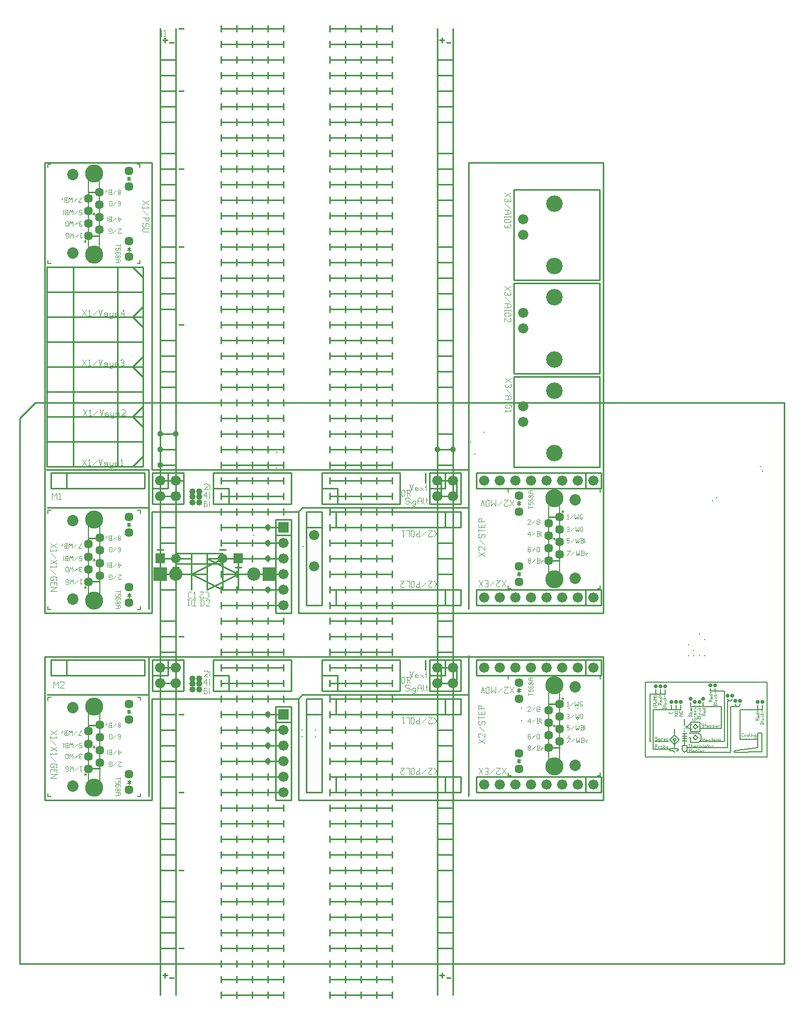
<source format=gbr>
G04 This is an RS-274x file exported by *
G04 gerbv version 2.7.0 *
G04 More information is available about gerbv at *
G04 http://gerbv.geda-project.org/ *
G04 --End of header info--*
%MOIN*%
%FSLAX36Y36*%
%IPPOS*%
G04 --Define apertures--*
%ADD10C,0.0100*%
%ADD11C,0.0060*%
%ADD12C,0.0030*%
%ADD13C,0.0038*%
%ADD14C,0.0040*%
%ADD15C,0.0050*%
%ADD16C,0.0660*%
%ADD17C,0.1060*%
%ADD18C,0.0572*%
%ADD19C,0.0729*%
%ADD20C,0.1162*%
%ADD21C,0.0400*%
%ADD22C,0.0350*%
%ADD23C,0.0510*%
%ADD24C,0.0940*%
%ADD25C,0.0022*%
%ADD26C,0.0021*%
%ADD27C,0.0027*%
%ADD28C,0.0260*%
%ADD29C,0.0001*%
%ADD30C,0.0860*%
%ADD31C,0.0610*%
%ADD32C,0.0380*%
%ADD33C,0.0500*%
%ADD34C,0.0300*%
G04 --Start main section--*
G54D10*
G01X2385000Y0220000D02*
G01X2385000Y0180000D01*
G01X2285000Y0220000D02*
G01X2285000Y0180000D01*
G01X2185000Y0220000D02*
G01X2185000Y0180000D01*
G01X2085000Y0220000D02*
G01X2085000Y0180000D01*
G01X1985000Y0220000D02*
G01X1985000Y0180000D01*
G01X1690000Y0220000D02*
G01X1690000Y0180000D01*
G01X1590000Y0220000D02*
G01X1590000Y0180000D01*
G01X1490000Y0220000D02*
G01X1490000Y0180000D01*
G01X1390000Y0220000D02*
G01X1390000Y0180000D01*
G01X1290000Y0220000D02*
G01X1290000Y0180000D01*
G01X1985000Y0200000D02*
G01X2385000Y0200000D01*
G01X1290000Y0200000D02*
G01X1690000Y0200000D01*
G01X2385000Y0320000D02*
G01X2385000Y0280000D01*
G01X2285000Y0320000D02*
G01X2285000Y0280000D01*
G01X2185000Y0320000D02*
G01X2185000Y0280000D01*
G01X2085000Y0320000D02*
G01X2085000Y0280000D01*
G01X1985000Y0320000D02*
G01X1985000Y0280000D01*
G01X1690000Y0320000D02*
G01X1690000Y0280000D01*
G01X1590000Y0320000D02*
G01X1590000Y0280000D01*
G01X1490000Y0320000D02*
G01X1490000Y0280000D01*
G01X1390000Y0320000D02*
G01X1390000Y0280000D01*
G01X1290000Y0320000D02*
G01X1290000Y0280000D01*
G01X1985000Y0300000D02*
G01X2385000Y0300000D01*
G01X1290000Y0300000D02*
G01X1690000Y0300000D01*
G01X2385000Y0720000D02*
G01X2385000Y0680000D01*
G01X2285000Y0720000D02*
G01X2285000Y0680000D01*
G01X2185000Y0720000D02*
G01X2185000Y0680000D01*
G01X2085000Y0720000D02*
G01X2085000Y0680000D01*
G01X1985000Y0720000D02*
G01X1985000Y0680000D01*
G01X1690000Y0720000D02*
G01X1690000Y0680000D01*
G01X1590000Y0720000D02*
G01X1590000Y0680000D01*
G01X1490000Y0720000D02*
G01X1490000Y0680000D01*
G01X1390000Y0720000D02*
G01X1390000Y0680000D01*
G01X1290000Y0720000D02*
G01X1290000Y0680000D01*
G01X1985000Y0700000D02*
G01X2385000Y0700000D01*
G01X1290000Y0700000D02*
G01X1690000Y0700000D01*
G01X1020000Y0500000D02*
G01X1050000Y0500000D01*
G01X1020000Y1000000D02*
G01X1050000Y1000000D01*
G01X1020000Y1500000D02*
G01X1050000Y1500000D01*
G01X1020000Y2000000D02*
G01X1050000Y2000000D01*
G01X1020000Y2500000D02*
G01X1050000Y2500000D01*
G01X1020000Y3000000D02*
G01X1050000Y3000000D01*
G01X1020000Y3500000D02*
G01X1050000Y3500000D01*
G01X1020000Y4000000D02*
G01X1050000Y4000000D01*
G01X1020000Y4500000D02*
G01X1050000Y4500000D01*
G01X1020000Y5000000D02*
G01X1050000Y5000000D01*
G01X1020000Y5500000D02*
G01X1050000Y5500000D01*
G01X1020000Y6000000D02*
G01X1050000Y6000000D01*
G01X1020000Y6400000D02*
G01X1050000Y6400000D01*
G01X2385000Y0420000D02*
G01X2385000Y0380000D01*
G01X2285000Y0420000D02*
G01X2285000Y0380000D01*
G01X2185000Y0420000D02*
G01X2185000Y0380000D01*
G01X2085000Y0420000D02*
G01X2085000Y0380000D01*
G01X1985000Y0420000D02*
G01X1985000Y0380000D01*
G01X1690000Y0420000D02*
G01X1690000Y0380000D01*
G01X1590000Y0420000D02*
G01X1590000Y0380000D01*
G01X1490000Y0420000D02*
G01X1490000Y0380000D01*
G01X1390000Y0420000D02*
G01X1390000Y0380000D01*
G01X1290000Y0420000D02*
G01X1290000Y0380000D01*
G01X1985000Y0400000D02*
G01X2385000Y0400000D01*
G01X1290000Y0400000D02*
G01X1690000Y0400000D01*
G01X2385000Y0520000D02*
G01X2385000Y0480000D01*
G01X2285000Y0520000D02*
G01X2285000Y0480000D01*
G01X2185000Y0520000D02*
G01X2185000Y0480000D01*
G01X2085000Y0520000D02*
G01X2085000Y0480000D01*
G01X1985000Y0520000D02*
G01X1985000Y0480000D01*
G01X1690000Y0520000D02*
G01X1690000Y0480000D01*
G01X1590000Y0520000D02*
G01X1590000Y0480000D01*
G01X1490000Y0520000D02*
G01X1490000Y0480000D01*
G01X1390000Y0520000D02*
G01X1390000Y0480000D01*
G01X1290000Y0520000D02*
G01X1290000Y0480000D01*
G01X1985000Y0500000D02*
G01X2385000Y0500000D01*
G01X1290000Y0500000D02*
G01X1690000Y0500000D01*
G01X2385000Y0620000D02*
G01X2385000Y0580000D01*
G01X2285000Y0620000D02*
G01X2285000Y0580000D01*
G01X2185000Y0620000D02*
G01X2185000Y0580000D01*
G01X2085000Y0620000D02*
G01X2085000Y0580000D01*
G01X1985000Y0620000D02*
G01X1985000Y0580000D01*
G01X1690000Y0620000D02*
G01X1690000Y0580000D01*
G01X1590000Y0620000D02*
G01X1590000Y0580000D01*
G01X1490000Y0620000D02*
G01X1490000Y0580000D01*
G01X1390000Y0620000D02*
G01X1390000Y0580000D01*
G01X1290000Y0620000D02*
G01X1290000Y0580000D01*
G01X1985000Y0600000D02*
G01X2385000Y0600000D01*
G01X1290000Y0600000D02*
G01X1690000Y0600000D01*
G01X2385000Y0820000D02*
G01X2385000Y0780000D01*
G01X2285000Y0820000D02*
G01X2285000Y0780000D01*
G01X2185000Y0820000D02*
G01X2185000Y0780000D01*
G01X2085000Y0820000D02*
G01X2085000Y0780000D01*
G01X1985000Y0820000D02*
G01X1985000Y0780000D01*
G01X1690000Y0820000D02*
G01X1690000Y0780000D01*
G01X1590000Y0820000D02*
G01X1590000Y0780000D01*
G01X1490000Y0820000D02*
G01X1490000Y0780000D01*
G01X1390000Y0820000D02*
G01X1390000Y0780000D01*
G01X1290000Y0820000D02*
G01X1290000Y0780000D01*
G01X1985000Y0800000D02*
G01X2385000Y0800000D01*
G01X1290000Y0800000D02*
G01X1690000Y0800000D01*
G01X2385000Y0920000D02*
G01X2385000Y0880000D01*
G01X2285000Y0920000D02*
G01X2285000Y0880000D01*
G01X2185000Y0920000D02*
G01X2185000Y0880000D01*
G01X2085000Y0920000D02*
G01X2085000Y0880000D01*
G01X1985000Y0920000D02*
G01X1985000Y0880000D01*
G01X1690000Y0920000D02*
G01X1690000Y0880000D01*
G01X1590000Y0920000D02*
G01X1590000Y0880000D01*
G01X1490000Y0920000D02*
G01X1490000Y0880000D01*
G01X1390000Y0920000D02*
G01X1390000Y0880000D01*
G01X1290000Y0920000D02*
G01X1290000Y0880000D01*
G01X1985000Y0900000D02*
G01X2385000Y0900000D01*
G01X1290000Y0900000D02*
G01X1690000Y0900000D01*
G01X2385000Y1020000D02*
G01X2385000Y0980000D01*
G01X2285000Y1020000D02*
G01X2285000Y0980000D01*
G01X2185000Y1020000D02*
G01X2185000Y0980000D01*
G01X2085000Y1020000D02*
G01X2085000Y0980000D01*
G01X1985000Y1020000D02*
G01X1985000Y0980000D01*
G01X1690000Y1020000D02*
G01X1690000Y0980000D01*
G01X1590000Y1020000D02*
G01X1590000Y0980000D01*
G01X1490000Y1020000D02*
G01X1490000Y0980000D01*
G01X1390000Y1020000D02*
G01X1390000Y0980000D01*
G01X1290000Y1020000D02*
G01X1290000Y0980000D01*
G01X1985000Y1000000D02*
G01X2385000Y1000000D01*
G01X1290000Y1000000D02*
G01X1690000Y1000000D01*
G01X2385000Y1120000D02*
G01X2385000Y1080000D01*
G01X2285000Y1120000D02*
G01X2285000Y1080000D01*
G01X2185000Y1120000D02*
G01X2185000Y1080000D01*
G01X2085000Y1120000D02*
G01X2085000Y1080000D01*
G01X1985000Y1120000D02*
G01X1985000Y1080000D01*
G01X1690000Y1120000D02*
G01X1690000Y1080000D01*
G01X1590000Y1120000D02*
G01X1590000Y1080000D01*
G01X1490000Y1120000D02*
G01X1490000Y1080000D01*
G01X1390000Y1120000D02*
G01X1390000Y1080000D01*
G01X1290000Y1120000D02*
G01X1290000Y1080000D01*
G01X1985000Y1100000D02*
G01X2385000Y1100000D01*
G01X1290000Y1100000D02*
G01X1690000Y1100000D01*
G01X2385000Y1220000D02*
G01X2385000Y1180000D01*
G01X2285000Y1220000D02*
G01X2285000Y1180000D01*
G01X2185000Y1220000D02*
G01X2185000Y1180000D01*
G01X2085000Y1220000D02*
G01X2085000Y1180000D01*
G01X1985000Y1220000D02*
G01X1985000Y1180000D01*
G01X1690000Y1220000D02*
G01X1690000Y1180000D01*
G01X1590000Y1220000D02*
G01X1590000Y1180000D01*
G01X1490000Y1220000D02*
G01X1490000Y1180000D01*
G01X1390000Y1220000D02*
G01X1390000Y1180000D01*
G01X1290000Y1220000D02*
G01X1290000Y1180000D01*
G01X1985000Y1200000D02*
G01X2385000Y1200000D01*
G01X1290000Y1200000D02*
G01X1690000Y1200000D01*
G01X2385000Y1320000D02*
G01X2385000Y1280000D01*
G01X2285000Y1320000D02*
G01X2285000Y1280000D01*
G01X2185000Y1320000D02*
G01X2185000Y1280000D01*
G01X2085000Y1320000D02*
G01X2085000Y1280000D01*
G01X1985000Y1320000D02*
G01X1985000Y1280000D01*
G01X1690000Y1320000D02*
G01X1690000Y1280000D01*
G01X1590000Y1320000D02*
G01X1590000Y1280000D01*
G01X1490000Y1320000D02*
G01X1490000Y1280000D01*
G01X1390000Y1320000D02*
G01X1390000Y1280000D01*
G01X1290000Y1320000D02*
G01X1290000Y1280000D01*
G01X1985000Y1300000D02*
G01X2385000Y1300000D01*
G01X1290000Y1300000D02*
G01X1690000Y1300000D01*
G01X2385000Y1420000D02*
G01X2385000Y1380000D01*
G01X2285000Y1420000D02*
G01X2285000Y1380000D01*
G01X2185000Y1420000D02*
G01X2185000Y1380000D01*
G01X2085000Y1420000D02*
G01X2085000Y1380000D01*
G01X1985000Y1420000D02*
G01X1985000Y1380000D01*
G01X1690000Y1420000D02*
G01X1690000Y1380000D01*
G01X1590000Y1420000D02*
G01X1590000Y1380000D01*
G01X1490000Y1420000D02*
G01X1490000Y1380000D01*
G01X1390000Y1420000D02*
G01X1390000Y1380000D01*
G01X1290000Y1420000D02*
G01X1290000Y1380000D01*
G01X1985000Y1400000D02*
G01X2385000Y1400000D01*
G01X1290000Y1400000D02*
G01X1690000Y1400000D01*
G01X2385000Y1520000D02*
G01X2385000Y1480000D01*
G01X2285000Y1520000D02*
G01X2285000Y1480000D01*
G01X2185000Y1520000D02*
G01X2185000Y1480000D01*
G01X2085000Y1520000D02*
G01X2085000Y1480000D01*
G01X1985000Y1520000D02*
G01X1985000Y1480000D01*
G01X1690000Y1520000D02*
G01X1690000Y1480000D01*
G01X1590000Y1520000D02*
G01X1590000Y1480000D01*
G01X1490000Y1520000D02*
G01X1490000Y1480000D01*
G01X1390000Y1520000D02*
G01X1390000Y1480000D01*
G01X1290000Y1520000D02*
G01X1290000Y1480000D01*
G01X1985000Y1500000D02*
G01X2385000Y1500000D01*
G01X1290000Y1500000D02*
G01X1690000Y1500000D01*
G01X2385000Y1620000D02*
G01X2385000Y1580000D01*
G01X2285000Y1620000D02*
G01X2285000Y1580000D01*
G01X2185000Y1620000D02*
G01X2185000Y1580000D01*
G01X2085000Y1620000D02*
G01X2085000Y1580000D01*
G01X1985000Y1620000D02*
G01X1985000Y1580000D01*
G01X1690000Y1620000D02*
G01X1690000Y1580000D01*
G01X1590000Y1620000D02*
G01X1590000Y1580000D01*
G01X1490000Y1620000D02*
G01X1490000Y1580000D01*
G01X1390000Y1620000D02*
G01X1390000Y1580000D01*
G01X1290000Y1620000D02*
G01X1290000Y1580000D01*
G01X1985000Y1600000D02*
G01X2385000Y1600000D01*
G01X1290000Y1600000D02*
G01X1690000Y1600000D01*
G01X2385000Y1720000D02*
G01X2385000Y1680000D01*
G01X2285000Y1720000D02*
G01X2285000Y1680000D01*
G01X2185000Y1720000D02*
G01X2185000Y1680000D01*
G01X2085000Y1720000D02*
G01X2085000Y1680000D01*
G01X1985000Y1720000D02*
G01X1985000Y1680000D01*
G01X1690000Y1720000D02*
G01X1690000Y1680000D01*
G01X1590000Y1720000D02*
G01X1590000Y1680000D01*
G01X1490000Y1720000D02*
G01X1490000Y1680000D01*
G01X1390000Y1720000D02*
G01X1390000Y1680000D01*
G01X1290000Y1720000D02*
G01X1290000Y1680000D01*
G01X1985000Y1700000D02*
G01X2385000Y1700000D01*
G01X1290000Y1700000D02*
G01X1690000Y1700000D01*
G01X2385000Y1820000D02*
G01X2385000Y1780000D01*
G01X2285000Y1820000D02*
G01X2285000Y1780000D01*
G01X2185000Y1820000D02*
G01X2185000Y1780000D01*
G01X2085000Y1820000D02*
G01X2085000Y1780000D01*
G01X1985000Y1820000D02*
G01X1985000Y1780000D01*
G01X1690000Y1820000D02*
G01X1690000Y1780000D01*
G01X1590000Y1820000D02*
G01X1590000Y1780000D01*
G01X1490000Y1820000D02*
G01X1490000Y1780000D01*
G01X1390000Y1820000D02*
G01X1390000Y1780000D01*
G01X1290000Y1820000D02*
G01X1290000Y1780000D01*
G01X1985000Y1800000D02*
G01X2385000Y1800000D01*
G01X1290000Y1800000D02*
G01X1690000Y1800000D01*
G01X2385000Y1920000D02*
G01X2385000Y1880000D01*
G01X2285000Y1920000D02*
G01X2285000Y1880000D01*
G01X2185000Y1920000D02*
G01X2185000Y1880000D01*
G01X2085000Y1920000D02*
G01X2085000Y1880000D01*
G01X1985000Y1920000D02*
G01X1985000Y1880000D01*
G01X1690000Y1920000D02*
G01X1690000Y1880000D01*
G01X1590000Y1920000D02*
G01X1590000Y1880000D01*
G01X1490000Y1920000D02*
G01X1490000Y1880000D01*
G01X1390000Y1920000D02*
G01X1390000Y1880000D01*
G01X1290000Y1920000D02*
G01X1290000Y1880000D01*
G01X1985000Y1900000D02*
G01X2385000Y1900000D01*
G01X1290000Y1900000D02*
G01X1690000Y1900000D01*
G01X2385000Y2020000D02*
G01X2385000Y1980000D01*
G01X2285000Y2020000D02*
G01X2285000Y1980000D01*
G01X2185000Y2020000D02*
G01X2185000Y1980000D01*
G01X2085000Y2020000D02*
G01X2085000Y1980000D01*
G01X1985000Y2020000D02*
G01X1985000Y1980000D01*
G01X1690000Y2020000D02*
G01X1690000Y1980000D01*
G01X1590000Y2020000D02*
G01X1590000Y1980000D01*
G01X1490000Y2020000D02*
G01X1490000Y1980000D01*
G01X1390000Y2020000D02*
G01X1390000Y1980000D01*
G01X1290000Y2020000D02*
G01X1290000Y1980000D01*
G01X1985000Y2000000D02*
G01X2385000Y2000000D01*
G01X1290000Y2000000D02*
G01X1690000Y2000000D01*
G01X2385000Y2120000D02*
G01X2385000Y2080000D01*
G01X2285000Y2120000D02*
G01X2285000Y2080000D01*
G01X2185000Y2120000D02*
G01X2185000Y2080000D01*
G01X2085000Y2120000D02*
G01X2085000Y2080000D01*
G01X1985000Y2120000D02*
G01X1985000Y2080000D01*
G01X1690000Y2120000D02*
G01X1690000Y2080000D01*
G01X1590000Y2120000D02*
G01X1590000Y2080000D01*
G01X1490000Y2120000D02*
G01X1490000Y2080000D01*
G01X1390000Y2120000D02*
G01X1390000Y2080000D01*
G01X1290000Y2120000D02*
G01X1290000Y2080000D01*
G01X1985000Y2100000D02*
G01X2385000Y2100000D01*
G01X1290000Y2100000D02*
G01X1690000Y2100000D01*
G01X2385000Y2220000D02*
G01X2385000Y2180000D01*
G01X2285000Y2220000D02*
G01X2285000Y2180000D01*
G01X2185000Y2220000D02*
G01X2185000Y2180000D01*
G01X2085000Y2220000D02*
G01X2085000Y2180000D01*
G01X1985000Y2220000D02*
G01X1985000Y2180000D01*
G01X1690000Y2220000D02*
G01X1690000Y2180000D01*
G01X1590000Y2220000D02*
G01X1590000Y2180000D01*
G01X1490000Y2220000D02*
G01X1490000Y2180000D01*
G01X1390000Y2220000D02*
G01X1390000Y2180000D01*
G01X1290000Y2220000D02*
G01X1290000Y2180000D01*
G01X1985000Y2200000D02*
G01X2385000Y2200000D01*
G01X1290000Y2200000D02*
G01X1690000Y2200000D01*
G01X2385000Y2320000D02*
G01X2385000Y2280000D01*
G01X2285000Y2320000D02*
G01X2285000Y2280000D01*
G01X2185000Y2320000D02*
G01X2185000Y2280000D01*
G01X2085000Y2320000D02*
G01X2085000Y2280000D01*
G01X1985000Y2320000D02*
G01X1985000Y2280000D01*
G01X1690000Y2320000D02*
G01X1690000Y2280000D01*
G01X1590000Y2320000D02*
G01X1590000Y2280000D01*
G01X1490000Y2320000D02*
G01X1490000Y2280000D01*
G01X1390000Y2320000D02*
G01X1390000Y2280000D01*
G01X1290000Y2320000D02*
G01X1290000Y2280000D01*
G01X1985000Y2300000D02*
G01X2385000Y2300000D01*
G01X1290000Y2300000D02*
G01X1690000Y2300000D01*
G01X2385000Y2420000D02*
G01X2385000Y2380000D01*
G01X2285000Y2420000D02*
G01X2285000Y2380000D01*
G01X2185000Y2420000D02*
G01X2185000Y2380000D01*
G01X2085000Y2420000D02*
G01X2085000Y2380000D01*
G01X1985000Y2420000D02*
G01X1985000Y2380000D01*
G01X1690000Y2420000D02*
G01X1690000Y2380000D01*
G01X1590000Y2420000D02*
G01X1590000Y2380000D01*
G01X1490000Y2420000D02*
G01X1490000Y2380000D01*
G01X1390000Y2420000D02*
G01X1390000Y2380000D01*
G01X1290000Y2420000D02*
G01X1290000Y2380000D01*
G01X1985000Y2400000D02*
G01X2385000Y2400000D01*
G01X1290000Y2400000D02*
G01X1690000Y2400000D01*
G01X2385000Y2520000D02*
G01X2385000Y2480000D01*
G01X2285000Y2520000D02*
G01X2285000Y2480000D01*
G01X2185000Y2520000D02*
G01X2185000Y2480000D01*
G01X2085000Y2520000D02*
G01X2085000Y2480000D01*
G01X1985000Y2520000D02*
G01X1985000Y2480000D01*
G01X1690000Y2520000D02*
G01X1690000Y2480000D01*
G01X1590000Y2520000D02*
G01X1590000Y2480000D01*
G01X1490000Y2520000D02*
G01X1490000Y2480000D01*
G01X1390000Y2520000D02*
G01X1390000Y2480000D01*
G01X1290000Y2520000D02*
G01X1290000Y2480000D01*
G01X1985000Y2500000D02*
G01X2385000Y2500000D01*
G01X1290000Y2500000D02*
G01X1690000Y2500000D01*
G01X2385000Y2620000D02*
G01X2385000Y2580000D01*
G01X2285000Y2620000D02*
G01X2285000Y2580000D01*
G01X2185000Y2620000D02*
G01X2185000Y2580000D01*
G01X2085000Y2620000D02*
G01X2085000Y2580000D01*
G01X1985000Y2620000D02*
G01X1985000Y2580000D01*
G01X1690000Y2620000D02*
G01X1690000Y2580000D01*
G01X1590000Y2620000D02*
G01X1590000Y2580000D01*
G01X1490000Y2620000D02*
G01X1490000Y2580000D01*
G01X1390000Y2620000D02*
G01X1390000Y2580000D01*
G01X1290000Y2620000D02*
G01X1290000Y2580000D01*
G01X1985000Y2600000D02*
G01X2385000Y2600000D01*
G01X1290000Y2600000D02*
G01X1690000Y2600000D01*
G01X2385000Y2720000D02*
G01X2385000Y2680000D01*
G01X2285000Y2720000D02*
G01X2285000Y2680000D01*
G01X2185000Y2720000D02*
G01X2185000Y2680000D01*
G01X2085000Y2720000D02*
G01X2085000Y2680000D01*
G01X1985000Y2720000D02*
G01X1985000Y2680000D01*
G01X1690000Y2720000D02*
G01X1690000Y2680000D01*
G01X1590000Y2720000D02*
G01X1590000Y2680000D01*
G01X1490000Y2720000D02*
G01X1490000Y2680000D01*
G01X1390000Y2720000D02*
G01X1390000Y2680000D01*
G01X1290000Y2720000D02*
G01X1290000Y2680000D01*
G01X1985000Y2700000D02*
G01X2385000Y2700000D01*
G01X1290000Y2700000D02*
G01X1690000Y2700000D01*
G01X2385000Y2820000D02*
G01X2385000Y2780000D01*
G01X2285000Y2820000D02*
G01X2285000Y2780000D01*
G01X2185000Y2820000D02*
G01X2185000Y2780000D01*
G01X2085000Y2820000D02*
G01X2085000Y2780000D01*
G01X1985000Y2820000D02*
G01X1985000Y2780000D01*
G01X1690000Y2820000D02*
G01X1690000Y2780000D01*
G01X1590000Y2820000D02*
G01X1590000Y2780000D01*
G01X1490000Y2820000D02*
G01X1490000Y2780000D01*
G01X1390000Y2820000D02*
G01X1390000Y2780000D01*
G01X1290000Y2820000D02*
G01X1290000Y2780000D01*
G01X1985000Y2800000D02*
G01X2385000Y2800000D01*
G01X1290000Y2800000D02*
G01X1690000Y2800000D01*
G01X2385000Y2920000D02*
G01X2385000Y2880000D01*
G01X2285000Y2920000D02*
G01X2285000Y2880000D01*
G01X2185000Y2920000D02*
G01X2185000Y2880000D01*
G01X2085000Y2920000D02*
G01X2085000Y2880000D01*
G01X1985000Y2920000D02*
G01X1985000Y2880000D01*
G01X1690000Y2920000D02*
G01X1690000Y2880000D01*
G01X1590000Y2920000D02*
G01X1590000Y2880000D01*
G01X1490000Y2920000D02*
G01X1490000Y2880000D01*
G01X1390000Y2920000D02*
G01X1390000Y2880000D01*
G01X1290000Y2920000D02*
G01X1290000Y2880000D01*
G01X1985000Y2900000D02*
G01X2385000Y2900000D01*
G01X1290000Y2900000D02*
G01X1690000Y2900000D01*
G01X2385000Y3020000D02*
G01X2385000Y2980000D01*
G01X2285000Y3020000D02*
G01X2285000Y2980000D01*
G01X2185000Y3020000D02*
G01X2185000Y2980000D01*
G01X2085000Y3020000D02*
G01X2085000Y2980000D01*
G01X1985000Y3020000D02*
G01X1985000Y2980000D01*
G01X1690000Y3020000D02*
G01X1690000Y2980000D01*
G01X1590000Y3020000D02*
G01X1590000Y2980000D01*
G01X1490000Y3020000D02*
G01X1490000Y2980000D01*
G01X1390000Y3020000D02*
G01X1390000Y2980000D01*
G01X1290000Y3020000D02*
G01X1290000Y2980000D01*
G01X1985000Y3000000D02*
G01X2385000Y3000000D01*
G01X1290000Y3000000D02*
G01X1690000Y3000000D01*
G01X2385000Y3120000D02*
G01X2385000Y3080000D01*
G01X2285000Y3120000D02*
G01X2285000Y3080000D01*
G01X2185000Y3120000D02*
G01X2185000Y3080000D01*
G01X2085000Y3120000D02*
G01X2085000Y3080000D01*
G01X1985000Y3120000D02*
G01X1985000Y3080000D01*
G01X1690000Y3120000D02*
G01X1690000Y3080000D01*
G01X1590000Y3120000D02*
G01X1590000Y3080000D01*
G01X1490000Y3120000D02*
G01X1490000Y3080000D01*
G01X1390000Y3120000D02*
G01X1390000Y3080000D01*
G01X1290000Y3120000D02*
G01X1290000Y3080000D01*
G01X1985000Y3100000D02*
G01X2385000Y3100000D01*
G01X1290000Y3100000D02*
G01X1690000Y3100000D01*
G01X2385000Y3220000D02*
G01X2385000Y3180000D01*
G01X2285000Y3220000D02*
G01X2285000Y3180000D01*
G01X2185000Y3220000D02*
G01X2185000Y3180000D01*
G01X2085000Y3220000D02*
G01X2085000Y3180000D01*
G01X1985000Y3220000D02*
G01X1985000Y3180000D01*
G01X1690000Y3220000D02*
G01X1690000Y3180000D01*
G01X1590000Y3220000D02*
G01X1590000Y3180000D01*
G01X1490000Y3220000D02*
G01X1490000Y3180000D01*
G01X1390000Y3220000D02*
G01X1390000Y3180000D01*
G01X1290000Y3220000D02*
G01X1290000Y3180000D01*
G01X1985000Y3200000D02*
G01X2385000Y3200000D01*
G01X1290000Y3200000D02*
G01X1690000Y3200000D01*
G01X2385000Y3320000D02*
G01X2385000Y3280000D01*
G01X2285000Y3320000D02*
G01X2285000Y3280000D01*
G01X2185000Y3320000D02*
G01X2185000Y3280000D01*
G01X2085000Y3320000D02*
G01X2085000Y3280000D01*
G01X1985000Y3320000D02*
G01X1985000Y3280000D01*
G01X1690000Y3320000D02*
G01X1690000Y3280000D01*
G01X1590000Y3320000D02*
G01X1590000Y3280000D01*
G01X1490000Y3320000D02*
G01X1490000Y3280000D01*
G01X1390000Y3320000D02*
G01X1390000Y3280000D01*
G01X1290000Y3320000D02*
G01X1290000Y3280000D01*
G01X1985000Y3300000D02*
G01X2385000Y3300000D01*
G01X1290000Y3300000D02*
G01X1690000Y3300000D01*
G01X2385000Y3420000D02*
G01X2385000Y3380000D01*
G01X2285000Y3420000D02*
G01X2285000Y3380000D01*
G01X2185000Y3420000D02*
G01X2185000Y3380000D01*
G01X2085000Y3420000D02*
G01X2085000Y3380000D01*
G01X1985000Y3420000D02*
G01X1985000Y3380000D01*
G01X1690000Y3420000D02*
G01X1690000Y3380000D01*
G01X1590000Y3420000D02*
G01X1590000Y3380000D01*
G01X1490000Y3420000D02*
G01X1490000Y3380000D01*
G01X1390000Y3420000D02*
G01X1390000Y3380000D01*
G01X1290000Y3420000D02*
G01X1290000Y3380000D01*
G01X1985000Y3400000D02*
G01X2385000Y3400000D01*
G01X1290000Y3400000D02*
G01X1690000Y3400000D01*
G01X2385000Y3520000D02*
G01X2385000Y3480000D01*
G01X2285000Y3520000D02*
G01X2285000Y3480000D01*
G01X2185000Y3520000D02*
G01X2185000Y3480000D01*
G01X2085000Y3520000D02*
G01X2085000Y3480000D01*
G01X1985000Y3520000D02*
G01X1985000Y3480000D01*
G01X1690000Y3520000D02*
G01X1690000Y3480000D01*
G01X1590000Y3520000D02*
G01X1590000Y3480000D01*
G01X1490000Y3520000D02*
G01X1490000Y3480000D01*
G01X1390000Y3520000D02*
G01X1390000Y3480000D01*
G01X1290000Y3520000D02*
G01X1290000Y3480000D01*
G01X1985000Y3500000D02*
G01X2385000Y3500000D01*
G01X1290000Y3500000D02*
G01X1690000Y3500000D01*
G01X2385000Y3620000D02*
G01X2385000Y3580000D01*
G01X2285000Y3620000D02*
G01X2285000Y3580000D01*
G01X2185000Y3620000D02*
G01X2185000Y3580000D01*
G01X2085000Y3620000D02*
G01X2085000Y3580000D01*
G01X1985000Y3620000D02*
G01X1985000Y3580000D01*
G01X1690000Y3620000D02*
G01X1690000Y3580000D01*
G01X1590000Y3620000D02*
G01X1590000Y3580000D01*
G01X1490000Y3620000D02*
G01X1490000Y3580000D01*
G01X1390000Y3620000D02*
G01X1390000Y3580000D01*
G01X1290000Y3620000D02*
G01X1290000Y3580000D01*
G01X1985000Y3600000D02*
G01X2385000Y3600000D01*
G01X1290000Y3600000D02*
G01X1690000Y3600000D01*
G01X2385000Y3720000D02*
G01X2385000Y3680000D01*
G01X2285000Y3720000D02*
G01X2285000Y3680000D01*
G01X2185000Y3720000D02*
G01X2185000Y3680000D01*
G01X2085000Y3720000D02*
G01X2085000Y3680000D01*
G01X1985000Y3720000D02*
G01X1985000Y3680000D01*
G01X1690000Y3720000D02*
G01X1690000Y3680000D01*
G01X1590000Y3720000D02*
G01X1590000Y3680000D01*
G01X1490000Y3720000D02*
G01X1490000Y3680000D01*
G01X1390000Y3720000D02*
G01X1390000Y3680000D01*
G01X1290000Y3720000D02*
G01X1290000Y3680000D01*
G01X1985000Y3700000D02*
G01X2385000Y3700000D01*
G01X1290000Y3700000D02*
G01X1690000Y3700000D01*
G01X2385000Y3820000D02*
G01X2385000Y3780000D01*
G01X2285000Y3820000D02*
G01X2285000Y3780000D01*
G01X2185000Y3820000D02*
G01X2185000Y3780000D01*
G01X2085000Y3820000D02*
G01X2085000Y3780000D01*
G01X1985000Y3820000D02*
G01X1985000Y3780000D01*
G01X1690000Y3820000D02*
G01X1690000Y3780000D01*
G01X1590000Y3820000D02*
G01X1590000Y3780000D01*
G01X1490000Y3820000D02*
G01X1490000Y3780000D01*
G01X1390000Y3820000D02*
G01X1390000Y3780000D01*
G01X1290000Y3820000D02*
G01X1290000Y3780000D01*
G01X1985000Y3800000D02*
G01X2385000Y3800000D01*
G01X1290000Y3800000D02*
G01X1690000Y3800000D01*
G01X2385000Y3920000D02*
G01X2385000Y3880000D01*
G01X2285000Y3920000D02*
G01X2285000Y3880000D01*
G01X2185000Y3920000D02*
G01X2185000Y3880000D01*
G01X2085000Y3920000D02*
G01X2085000Y3880000D01*
G01X1985000Y3920000D02*
G01X1985000Y3880000D01*
G01X1690000Y3920000D02*
G01X1690000Y3880000D01*
G01X1590000Y3920000D02*
G01X1590000Y3880000D01*
G01X1490000Y3920000D02*
G01X1490000Y3880000D01*
G01X1390000Y3920000D02*
G01X1390000Y3880000D01*
G01X1290000Y3920000D02*
G01X1290000Y3880000D01*
G01X1985000Y3900000D02*
G01X2385000Y3900000D01*
G01X1290000Y3900000D02*
G01X1690000Y3900000D01*
G01X2385000Y4020000D02*
G01X2385000Y3980000D01*
G01X2285000Y4020000D02*
G01X2285000Y3980000D01*
G01X2185000Y4020000D02*
G01X2185000Y3980000D01*
G01X2085000Y4020000D02*
G01X2085000Y3980000D01*
G01X1985000Y4020000D02*
G01X1985000Y3980000D01*
G01X1690000Y4020000D02*
G01X1690000Y3980000D01*
G01X1590000Y4020000D02*
G01X1590000Y3980000D01*
G01X1490000Y4020000D02*
G01X1490000Y3980000D01*
G01X1390000Y4020000D02*
G01X1390000Y3980000D01*
G01X1290000Y4020000D02*
G01X1290000Y3980000D01*
G01X1985000Y4000000D02*
G01X2385000Y4000000D01*
G01X1290000Y4000000D02*
G01X1690000Y4000000D01*
G01X2385000Y4120000D02*
G01X2385000Y4080000D01*
G01X2285000Y4120000D02*
G01X2285000Y4080000D01*
G01X2185000Y4120000D02*
G01X2185000Y4080000D01*
G01X2085000Y4120000D02*
G01X2085000Y4080000D01*
G01X1985000Y4120000D02*
G01X1985000Y4080000D01*
G01X1690000Y4120000D02*
G01X1690000Y4080000D01*
G01X1590000Y4120000D02*
G01X1590000Y4080000D01*
G01X1490000Y4120000D02*
G01X1490000Y4080000D01*
G01X1390000Y4120000D02*
G01X1390000Y4080000D01*
G01X1290000Y4120000D02*
G01X1290000Y4080000D01*
G01X1985000Y4100000D02*
G01X2385000Y4100000D01*
G01X1290000Y4100000D02*
G01X1690000Y4100000D01*
G01X2385000Y4220000D02*
G01X2385000Y4180000D01*
G01X2285000Y4220000D02*
G01X2285000Y4180000D01*
G01X2185000Y4220000D02*
G01X2185000Y4180000D01*
G01X2085000Y4220000D02*
G01X2085000Y4180000D01*
G01X1985000Y4220000D02*
G01X1985000Y4180000D01*
G01X1690000Y4220000D02*
G01X1690000Y4180000D01*
G01X1590000Y4220000D02*
G01X1590000Y4180000D01*
G01X1490000Y4220000D02*
G01X1490000Y4180000D01*
G01X1390000Y4220000D02*
G01X1390000Y4180000D01*
G01X1290000Y4220000D02*
G01X1290000Y4180000D01*
G01X1985000Y4200000D02*
G01X2385000Y4200000D01*
G01X1290000Y4200000D02*
G01X1690000Y4200000D01*
G01X2385000Y4320000D02*
G01X2385000Y4280000D01*
G01X2285000Y4320000D02*
G01X2285000Y4280000D01*
G01X2185000Y4320000D02*
G01X2185000Y4280000D01*
G01X2085000Y4320000D02*
G01X2085000Y4280000D01*
G01X1985000Y4320000D02*
G01X1985000Y4280000D01*
G01X1690000Y4320000D02*
G01X1690000Y4280000D01*
G01X1590000Y4320000D02*
G01X1590000Y4280000D01*
G01X1490000Y4320000D02*
G01X1490000Y4280000D01*
G01X1390000Y4320000D02*
G01X1390000Y4280000D01*
G01X1290000Y4320000D02*
G01X1290000Y4280000D01*
G01X1985000Y4300000D02*
G01X2385000Y4300000D01*
G01X1290000Y4300000D02*
G01X1690000Y4300000D01*
G01X2385000Y4420000D02*
G01X2385000Y4380000D01*
G01X2285000Y4420000D02*
G01X2285000Y4380000D01*
G01X2185000Y4420000D02*
G01X2185000Y4380000D01*
G01X2085000Y4420000D02*
G01X2085000Y4380000D01*
G01X1985000Y4420000D02*
G01X1985000Y4380000D01*
G01X1690000Y4420000D02*
G01X1690000Y4380000D01*
G01X1590000Y4420000D02*
G01X1590000Y4380000D01*
G01X1490000Y4420000D02*
G01X1490000Y4380000D01*
G01X1390000Y4420000D02*
G01X1390000Y4380000D01*
G01X1290000Y4420000D02*
G01X1290000Y4380000D01*
G01X1985000Y4400000D02*
G01X2385000Y4400000D01*
G01X1290000Y4400000D02*
G01X1690000Y4400000D01*
G01X2385000Y4520000D02*
G01X2385000Y4480000D01*
G01X2285000Y4520000D02*
G01X2285000Y4480000D01*
G01X2185000Y4520000D02*
G01X2185000Y4480000D01*
G01X2085000Y4520000D02*
G01X2085000Y4480000D01*
G01X1985000Y4520000D02*
G01X1985000Y4480000D01*
G01X1690000Y4520000D02*
G01X1690000Y4480000D01*
G01X1590000Y4520000D02*
G01X1590000Y4480000D01*
G01X1490000Y4520000D02*
G01X1490000Y4480000D01*
G01X1390000Y4520000D02*
G01X1390000Y4480000D01*
G01X1290000Y4520000D02*
G01X1290000Y4480000D01*
G01X1985000Y4500000D02*
G01X2385000Y4500000D01*
G01X1290000Y4500000D02*
G01X1690000Y4500000D01*
G01X2385000Y4620000D02*
G01X2385000Y4580000D01*
G01X2285000Y4620000D02*
G01X2285000Y4580000D01*
G01X2185000Y4620000D02*
G01X2185000Y4580000D01*
G01X2085000Y4620000D02*
G01X2085000Y4580000D01*
G01X1985000Y4620000D02*
G01X1985000Y4580000D01*
G01X1690000Y4620000D02*
G01X1690000Y4580000D01*
G01X1590000Y4620000D02*
G01X1590000Y4580000D01*
G01X1490000Y4620000D02*
G01X1490000Y4580000D01*
G01X1390000Y4620000D02*
G01X1390000Y4580000D01*
G01X1290000Y4620000D02*
G01X1290000Y4580000D01*
G01X1985000Y4600000D02*
G01X2385000Y4600000D01*
G01X1290000Y4600000D02*
G01X1690000Y4600000D01*
G01X2385000Y4720000D02*
G01X2385000Y4680000D01*
G01X2285000Y4720000D02*
G01X2285000Y4680000D01*
G01X2185000Y4720000D02*
G01X2185000Y4680000D01*
G01X2085000Y4720000D02*
G01X2085000Y4680000D01*
G01X1985000Y4720000D02*
G01X1985000Y4680000D01*
G01X1690000Y4720000D02*
G01X1690000Y4680000D01*
G01X1590000Y4720000D02*
G01X1590000Y4680000D01*
G01X1490000Y4720000D02*
G01X1490000Y4680000D01*
G01X1390000Y4720000D02*
G01X1390000Y4680000D01*
G01X1290000Y4720000D02*
G01X1290000Y4680000D01*
G01X1985000Y4700000D02*
G01X2385000Y4700000D01*
G01X1290000Y4700000D02*
G01X1690000Y4700000D01*
G01X2385000Y4820000D02*
G01X2385000Y4780000D01*
G01X2285000Y4820000D02*
G01X2285000Y4780000D01*
G01X2185000Y4820000D02*
G01X2185000Y4780000D01*
G01X2085000Y4820000D02*
G01X2085000Y4780000D01*
G01X1985000Y4820000D02*
G01X1985000Y4780000D01*
G01X1690000Y4820000D02*
G01X1690000Y4780000D01*
G01X1590000Y4820000D02*
G01X1590000Y4780000D01*
G01X1490000Y4820000D02*
G01X1490000Y4780000D01*
G01X1390000Y4820000D02*
G01X1390000Y4780000D01*
G01X1290000Y4820000D02*
G01X1290000Y4780000D01*
G01X1985000Y4800000D02*
G01X2385000Y4800000D01*
G01X1290000Y4800000D02*
G01X1690000Y4800000D01*
G01X2385000Y4920000D02*
G01X2385000Y4880000D01*
G01X2285000Y4920000D02*
G01X2285000Y4880000D01*
G01X2185000Y4920000D02*
G01X2185000Y4880000D01*
G01X2085000Y4920000D02*
G01X2085000Y4880000D01*
G01X1985000Y4920000D02*
G01X1985000Y4880000D01*
G01X1690000Y4920000D02*
G01X1690000Y4880000D01*
G01X1590000Y4920000D02*
G01X1590000Y4880000D01*
G01X1490000Y4920000D02*
G01X1490000Y4880000D01*
G01X1390000Y4920000D02*
G01X1390000Y4880000D01*
G01X1290000Y4920000D02*
G01X1290000Y4880000D01*
G01X1985000Y4900000D02*
G01X2385000Y4900000D01*
G01X1290000Y4900000D02*
G01X1690000Y4900000D01*
G01X2385000Y5020000D02*
G01X2385000Y4980000D01*
G01X2285000Y5020000D02*
G01X2285000Y4980000D01*
G01X2185000Y5020000D02*
G01X2185000Y4980000D01*
G01X2085000Y5020000D02*
G01X2085000Y4980000D01*
G01X1985000Y5020000D02*
G01X1985000Y4980000D01*
G01X1690000Y5020000D02*
G01X1690000Y4980000D01*
G01X1590000Y5020000D02*
G01X1590000Y4980000D01*
G01X1490000Y5020000D02*
G01X1490000Y4980000D01*
G01X1390000Y5020000D02*
G01X1390000Y4980000D01*
G01X1290000Y5020000D02*
G01X1290000Y4980000D01*
G01X1985000Y5000000D02*
G01X2385000Y5000000D01*
G01X1290000Y5000000D02*
G01X1690000Y5000000D01*
G01X2385000Y5120000D02*
G01X2385000Y5080000D01*
G01X2285000Y5120000D02*
G01X2285000Y5080000D01*
G01X2185000Y5120000D02*
G01X2185000Y5080000D01*
G01X2085000Y5120000D02*
G01X2085000Y5080000D01*
G01X1985000Y5120000D02*
G01X1985000Y5080000D01*
G01X1690000Y5120000D02*
G01X1690000Y5080000D01*
G01X1590000Y5120000D02*
G01X1590000Y5080000D01*
G01X1490000Y5120000D02*
G01X1490000Y5080000D01*
G01X1390000Y5120000D02*
G01X1390000Y5080000D01*
G01X1290000Y5120000D02*
G01X1290000Y5080000D01*
G01X1985000Y5100000D02*
G01X2385000Y5100000D01*
G01X1290000Y5100000D02*
G01X1690000Y5100000D01*
G01X2385000Y5220000D02*
G01X2385000Y5180000D01*
G01X2285000Y5220000D02*
G01X2285000Y5180000D01*
G01X2185000Y5220000D02*
G01X2185000Y5180000D01*
G01X2085000Y5220000D02*
G01X2085000Y5180000D01*
G01X1985000Y5220000D02*
G01X1985000Y5180000D01*
G01X1690000Y5220000D02*
G01X1690000Y5180000D01*
G01X1590000Y5220000D02*
G01X1590000Y5180000D01*
G01X1490000Y5220000D02*
G01X1490000Y5180000D01*
G01X1390000Y5220000D02*
G01X1390000Y5180000D01*
G01X1290000Y5220000D02*
G01X1290000Y5180000D01*
G01X1985000Y5200000D02*
G01X2385000Y5200000D01*
G01X1290000Y5200000D02*
G01X1690000Y5200000D01*
G01X2385000Y5320000D02*
G01X2385000Y5280000D01*
G01X2285000Y5320000D02*
G01X2285000Y5280000D01*
G01X2185000Y5320000D02*
G01X2185000Y5280000D01*
G01X2085000Y5320000D02*
G01X2085000Y5280000D01*
G01X1985000Y5320000D02*
G01X1985000Y5280000D01*
G01X1690000Y5320000D02*
G01X1690000Y5280000D01*
G01X1590000Y5320000D02*
G01X1590000Y5280000D01*
G01X1490000Y5320000D02*
G01X1490000Y5280000D01*
G01X1390000Y5320000D02*
G01X1390000Y5280000D01*
G01X1290000Y5320000D02*
G01X1290000Y5280000D01*
G01X1985000Y5300000D02*
G01X2385000Y5300000D01*
G01X1290000Y5300000D02*
G01X1690000Y5300000D01*
G01X2385000Y5420000D02*
G01X2385000Y5380000D01*
G01X2285000Y5420000D02*
G01X2285000Y5380000D01*
G01X2185000Y5420000D02*
G01X2185000Y5380000D01*
G01X2085000Y5420000D02*
G01X2085000Y5380000D01*
G01X1985000Y5420000D02*
G01X1985000Y5380000D01*
G01X1690000Y5420000D02*
G01X1690000Y5380000D01*
G01X1590000Y5420000D02*
G01X1590000Y5380000D01*
G01X1490000Y5420000D02*
G01X1490000Y5380000D01*
G01X1390000Y5420000D02*
G01X1390000Y5380000D01*
G01X1290000Y5420000D02*
G01X1290000Y5380000D01*
G01X1985000Y5400000D02*
G01X2385000Y5400000D01*
G01X1290000Y5400000D02*
G01X1690000Y5400000D01*
G01X2385000Y5520000D02*
G01X2385000Y5480000D01*
G01X2285000Y5520000D02*
G01X2285000Y5480000D01*
G01X2185000Y5520000D02*
G01X2185000Y5480000D01*
G01X2085000Y5520000D02*
G01X2085000Y5480000D01*
G01X1985000Y5520000D02*
G01X1985000Y5480000D01*
G01X1690000Y5520000D02*
G01X1690000Y5480000D01*
G01X1590000Y5520000D02*
G01X1590000Y5480000D01*
G01X1490000Y5520000D02*
G01X1490000Y5480000D01*
G01X1390000Y5520000D02*
G01X1390000Y5480000D01*
G01X1290000Y5520000D02*
G01X1290000Y5480000D01*
G01X1985000Y5500000D02*
G01X2385000Y5500000D01*
G01X1290000Y5500000D02*
G01X1690000Y5500000D01*
G01X2385000Y5620000D02*
G01X2385000Y5580000D01*
G01X2285000Y5620000D02*
G01X2285000Y5580000D01*
G01X2185000Y5620000D02*
G01X2185000Y5580000D01*
G01X2085000Y5620000D02*
G01X2085000Y5580000D01*
G01X1985000Y5620000D02*
G01X1985000Y5580000D01*
G01X1690000Y5620000D02*
G01X1690000Y5580000D01*
G01X1590000Y5620000D02*
G01X1590000Y5580000D01*
G01X1490000Y5620000D02*
G01X1490000Y5580000D01*
G01X1390000Y5620000D02*
G01X1390000Y5580000D01*
G01X1290000Y5620000D02*
G01X1290000Y5580000D01*
G01X1985000Y5600000D02*
G01X2385000Y5600000D01*
G01X1290000Y5600000D02*
G01X1690000Y5600000D01*
G01X2385000Y5720000D02*
G01X2385000Y5680000D01*
G01X2285000Y5720000D02*
G01X2285000Y5680000D01*
G01X2185000Y5720000D02*
G01X2185000Y5680000D01*
G01X2085000Y5720000D02*
G01X2085000Y5680000D01*
G01X1985000Y5720000D02*
G01X1985000Y5680000D01*
G01X1690000Y5720000D02*
G01X1690000Y5680000D01*
G01X1590000Y5720000D02*
G01X1590000Y5680000D01*
G01X1490000Y5720000D02*
G01X1490000Y5680000D01*
G01X1390000Y5720000D02*
G01X1390000Y5680000D01*
G01X1290000Y5720000D02*
G01X1290000Y5680000D01*
G01X1985000Y5700000D02*
G01X2385000Y5700000D01*
G01X1290000Y5700000D02*
G01X1690000Y5700000D01*
G01X2385000Y5820000D02*
G01X2385000Y5780000D01*
G01X2285000Y5820000D02*
G01X2285000Y5780000D01*
G01X2185000Y5820000D02*
G01X2185000Y5780000D01*
G01X2085000Y5820000D02*
G01X2085000Y5780000D01*
G01X1985000Y5820000D02*
G01X1985000Y5780000D01*
G01X1690000Y5820000D02*
G01X1690000Y5780000D01*
G01X1590000Y5820000D02*
G01X1590000Y5780000D01*
G01X1490000Y5820000D02*
G01X1490000Y5780000D01*
G01X1390000Y5820000D02*
G01X1390000Y5780000D01*
G01X1290000Y5820000D02*
G01X1290000Y5780000D01*
G01X1985000Y5800000D02*
G01X2385000Y5800000D01*
G01X1290000Y5800000D02*
G01X1690000Y5800000D01*
G01X2385000Y5920000D02*
G01X2385000Y5880000D01*
G01X2285000Y5920000D02*
G01X2285000Y5880000D01*
G01X2185000Y5920000D02*
G01X2185000Y5880000D01*
G01X2085000Y5920000D02*
G01X2085000Y5880000D01*
G01X1985000Y5920000D02*
G01X1985000Y5880000D01*
G01X1690000Y5920000D02*
G01X1690000Y5880000D01*
G01X1590000Y5920000D02*
G01X1590000Y5880000D01*
G01X1490000Y5920000D02*
G01X1490000Y5880000D01*
G01X1390000Y5920000D02*
G01X1390000Y5880000D01*
G01X1290000Y5920000D02*
G01X1290000Y5880000D01*
G01X1985000Y5900000D02*
G01X2385000Y5900000D01*
G01X1290000Y5900000D02*
G01X1690000Y5900000D01*
G01X2385000Y6020000D02*
G01X2385000Y5980000D01*
G01X2285000Y6020000D02*
G01X2285000Y5980000D01*
G01X2185000Y6020000D02*
G01X2185000Y5980000D01*
G01X2085000Y6020000D02*
G01X2085000Y5980000D01*
G01X1985000Y6020000D02*
G01X1985000Y5980000D01*
G01X1690000Y6020000D02*
G01X1690000Y5980000D01*
G01X1590000Y6020000D02*
G01X1590000Y5980000D01*
G01X1490000Y6020000D02*
G01X1490000Y5980000D01*
G01X1390000Y6020000D02*
G01X1390000Y5980000D01*
G01X1290000Y6020000D02*
G01X1290000Y5980000D01*
G01X1985000Y6000000D02*
G01X2385000Y6000000D01*
G01X1290000Y6000000D02*
G01X1690000Y6000000D01*
G01X2385000Y6120000D02*
G01X2385000Y6080000D01*
G01X2285000Y6120000D02*
G01X2285000Y6080000D01*
G01X2185000Y6120000D02*
G01X2185000Y6080000D01*
G01X2085000Y6120000D02*
G01X2085000Y6080000D01*
G01X1985000Y6120000D02*
G01X1985000Y6080000D01*
G01X1690000Y6120000D02*
G01X1690000Y6080000D01*
G01X1590000Y6120000D02*
G01X1590000Y6080000D01*
G01X1490000Y6120000D02*
G01X1490000Y6080000D01*
G01X1390000Y6120000D02*
G01X1390000Y6080000D01*
G01X1290000Y6120000D02*
G01X1290000Y6080000D01*
G01X1985000Y6100000D02*
G01X2385000Y6100000D01*
G01X1290000Y6100000D02*
G01X1690000Y6100000D01*
G01X2385000Y6220000D02*
G01X2385000Y6180000D01*
G01X2285000Y6220000D02*
G01X2285000Y6180000D01*
G01X2185000Y6220000D02*
G01X2185000Y6180000D01*
G01X2085000Y6220000D02*
G01X2085000Y6180000D01*
G01X1985000Y6220000D02*
G01X1985000Y6180000D01*
G01X1690000Y6220000D02*
G01X1690000Y6180000D01*
G01X1590000Y6220000D02*
G01X1590000Y6180000D01*
G01X1490000Y6220000D02*
G01X1490000Y6180000D01*
G01X1390000Y6220000D02*
G01X1390000Y6180000D01*
G01X1290000Y6220000D02*
G01X1290000Y6180000D01*
G01X1985000Y6200000D02*
G01X2385000Y6200000D01*
G01X1290000Y6200000D02*
G01X1690000Y6200000D01*
G01X2385000Y6320000D02*
G01X2385000Y6280000D01*
G01X2285000Y6320000D02*
G01X2285000Y6280000D01*
G01X2185000Y6320000D02*
G01X2185000Y6280000D01*
G01X2085000Y6320000D02*
G01X2085000Y6280000D01*
G01X1985000Y6320000D02*
G01X1985000Y6280000D01*
G01X1690000Y6320000D02*
G01X1690000Y6280000D01*
G01X1590000Y6320000D02*
G01X1590000Y6280000D01*
G01X1490000Y6320000D02*
G01X1490000Y6280000D01*
G01X1390000Y6320000D02*
G01X1390000Y6280000D01*
G01X1290000Y6320000D02*
G01X1290000Y6280000D01*
G01X1985000Y6300000D02*
G01X2385000Y6300000D01*
G01X1290000Y6300000D02*
G01X1690000Y6300000D01*
G01X2385000Y6420000D02*
G01X2385000Y6380000D01*
G01X2285000Y6420000D02*
G01X2285000Y6380000D01*
G01X2185000Y6420000D02*
G01X2185000Y6380000D01*
G01X2085000Y6420000D02*
G01X2085000Y6380000D01*
G01X1985000Y6420000D02*
G01X1985000Y6380000D01*
G01X1690000Y6420000D02*
G01X1690000Y6380000D01*
G01X1590000Y6420000D02*
G01X1590000Y6380000D01*
G01X1490000Y6420000D02*
G01X1490000Y6380000D01*
G01X1390000Y6420000D02*
G01X1390000Y6380000D01*
G01X1290000Y6420000D02*
G01X1290000Y6380000D01*
G01X1985000Y6400000D02*
G01X2385000Y6400000D01*
G01X1290000Y6400000D02*
G01X1690000Y6400000D01*
G01X2775000Y0200000D02*
G01X2775000Y6400000D01*
G01X2675000Y6400000D02*
G01X2675000Y0200000D01*
G01X2675000Y0700000D02*
G01X2775000Y0700000D01*
G01X2675000Y0800000D02*
G01X2775000Y0800000D01*
G01X2675000Y0600000D02*
G01X2775000Y0600000D01*
G01X2675000Y0500000D02*
G01X2775000Y0500000D01*
G01X2675000Y0400000D02*
G01X2775000Y0400000D01*
G01X2675000Y1300000D02*
G01X2775000Y1300000D01*
G01X2675000Y1400000D02*
G01X2775000Y1400000D01*
G01X2675000Y1200000D02*
G01X2775000Y1200000D01*
G01X2675000Y1100000D02*
G01X2775000Y1100000D01*
G01X2675000Y1000000D02*
G01X2775000Y1000000D01*
G01X2675000Y1900000D02*
G01X2775000Y1900000D01*
G01X2675000Y2000000D02*
G01X2775000Y2000000D01*
G01X2675000Y1800000D02*
G01X2775000Y1800000D01*
G01X2675000Y1700000D02*
G01X2775000Y1700000D01*
G01X2675000Y1600000D02*
G01X2775000Y1600000D01*
G01X2675000Y2500000D02*
G01X2775000Y2500000D01*
G01X2675000Y2600000D02*
G01X2775000Y2600000D01*
G01X2675000Y2400000D02*
G01X2775000Y2400000D01*
G01X2675000Y2300000D02*
G01X2775000Y2300000D01*
G01X2675000Y2200000D02*
G01X2775000Y2200000D01*
G01X2675000Y3100000D02*
G01X2775000Y3100000D01*
G01X2675000Y3200000D02*
G01X2775000Y3200000D01*
G01X2675000Y3000000D02*
G01X2775000Y3000000D01*
G01X2675000Y2900000D02*
G01X2775000Y2900000D01*
G01X2675000Y2800000D02*
G01X2775000Y2800000D01*
G01X2675000Y3700000D02*
G01X2775000Y3700000D01*
G01X2675000Y3800000D02*
G01X2775000Y3800000D01*
G01X2675000Y3600000D02*
G01X2775000Y3600000D01*
G01X2675000Y3500000D02*
G01X2775000Y3500000D01*
G01X2675000Y3400000D02*
G01X2775000Y3400000D01*
G01X2675000Y4300000D02*
G01X2775000Y4300000D01*
G01X2675000Y4400000D02*
G01X2775000Y4400000D01*
G01X2675000Y4200000D02*
G01X2775000Y4200000D01*
G01X2675000Y4100000D02*
G01X2775000Y4100000D01*
G01X2675000Y4000000D02*
G01X2775000Y4000000D01*
G01X2675000Y4900000D02*
G01X2775000Y4900000D01*
G01X2675000Y5000000D02*
G01X2775000Y5000000D01*
G01X2675000Y4800000D02*
G01X2775000Y4800000D01*
G01X2675000Y4700000D02*
G01X2775000Y4700000D01*
G01X2675000Y4600000D02*
G01X2775000Y4600000D01*
G01X2675000Y5500000D02*
G01X2775000Y5500000D01*
G01X2675000Y5600000D02*
G01X2775000Y5600000D01*
G01X2675000Y5400000D02*
G01X2775000Y5400000D01*
G01X2675000Y5300000D02*
G01X2775000Y5300000D01*
G01X2675000Y5200000D02*
G01X2775000Y5200000D01*
G01X2675000Y6100000D02*
G01X2775000Y6100000D01*
G01X2675000Y6200000D02*
G01X2775000Y6200000D01*
G01X2675000Y6000000D02*
G01X2775000Y6000000D01*
G01X2675000Y5900000D02*
G01X2775000Y5900000D01*
G01X2675000Y5800000D02*
G01X2775000Y5800000D01*
G01X1000000Y0200000D02*
G01X1000000Y6400000D01*
G01X0900000Y6400000D02*
G01X0900000Y0200000D01*
G01X0900000Y0700000D02*
G01X1000000Y0700000D01*
G01X0900000Y0800000D02*
G01X1000000Y0800000D01*
G01X0900000Y0600000D02*
G01X1000000Y0600000D01*
G01X0900000Y0500000D02*
G01X1000000Y0500000D01*
G01X0900000Y0400000D02*
G01X1000000Y0400000D01*
G01X0900000Y1300000D02*
G01X1000000Y1300000D01*
G01X0900000Y1400000D02*
G01X1000000Y1400000D01*
G01X0900000Y1200000D02*
G01X1000000Y1200000D01*
G01X0900000Y1100000D02*
G01X1000000Y1100000D01*
G01X0900000Y1000000D02*
G01X1000000Y1000000D01*
G01X0900000Y1900000D02*
G01X1000000Y1900000D01*
G01X0900000Y2000000D02*
G01X1000000Y2000000D01*
G01X0900000Y1800000D02*
G01X1000000Y1800000D01*
G01X0900000Y1700000D02*
G01X1000000Y1700000D01*
G01X0900000Y1600000D02*
G01X1000000Y1600000D01*
G01X0900000Y2500000D02*
G01X1000000Y2500000D01*
G01X0900000Y2600000D02*
G01X1000000Y2600000D01*
G01X0900000Y2400000D02*
G01X1000000Y2400000D01*
G01X0900000Y2300000D02*
G01X1000000Y2300000D01*
G01X0900000Y2200000D02*
G01X1000000Y2200000D01*
G01X0900000Y3100000D02*
G01X1000000Y3100000D01*
G01X0900000Y3200000D02*
G01X1000000Y3200000D01*
G01X0900000Y3000000D02*
G01X1000000Y3000000D01*
G01X0900000Y2900000D02*
G01X1000000Y2900000D01*
G01X0900000Y2800000D02*
G01X1000000Y2800000D01*
G01X0900000Y3700000D02*
G01X1000000Y3700000D01*
G01X0900000Y3800000D02*
G01X1000000Y3800000D01*
G01X0900000Y3600000D02*
G01X1000000Y3600000D01*
G01X0900000Y3500000D02*
G01X1000000Y3500000D01*
G01X0900000Y3400000D02*
G01X1000000Y3400000D01*
G01X0900000Y4300000D02*
G01X1000000Y4300000D01*
G01X0900000Y4400000D02*
G01X1000000Y4400000D01*
G01X0900000Y4200000D02*
G01X1000000Y4200000D01*
G01X0900000Y4100000D02*
G01X1000000Y4100000D01*
G01X0900000Y4000000D02*
G01X1000000Y4000000D01*
G01X0900000Y4900000D02*
G01X1000000Y4900000D01*
G01X0900000Y5000000D02*
G01X1000000Y5000000D01*
G01X0900000Y4800000D02*
G01X1000000Y4800000D01*
G01X0900000Y4700000D02*
G01X1000000Y4700000D01*
G01X0900000Y4600000D02*
G01X1000000Y4600000D01*
G01X0900000Y5500000D02*
G01X1000000Y5500000D01*
G01X0900000Y5600000D02*
G01X1000000Y5600000D01*
G01X0900000Y5400000D02*
G01X1000000Y5400000D01*
G01X0900000Y5300000D02*
G01X1000000Y5300000D01*
G01X0900000Y5200000D02*
G01X1000000Y5200000D01*
G01X0900000Y6100000D02*
G01X1000000Y6100000D01*
G01X0900000Y6200000D02*
G01X1000000Y6200000D01*
G01X0900000Y6000000D02*
G01X1000000Y6000000D01*
G01X0900000Y5900000D02*
G01X1000000Y5900000D01*
G01X0900000Y5800000D02*
G01X1000000Y5800000D01*
G01X0960000Y6310000D02*
G01X0985000Y6310000D01*
G01X0930000Y6340000D02*
G01X0930000Y6310000D01*
G01X0915000Y6325000D02*
G01X0945000Y6325000D01*
G01X2735000Y6310000D02*
G01X2760000Y6310000D01*
G01X2705000Y6340000D02*
G01X2705000Y6310000D01*
G01X2690000Y6325000D02*
G01X2720000Y6325000D01*
G01X0960000Y0310000D02*
G01X0985000Y0310000D01*
G01X0930000Y0340000D02*
G01X0930000Y0310000D01*
G01X0915000Y0325000D02*
G01X0945000Y0325000D01*
G01X2735000Y0310000D02*
G01X2760000Y0310000D01*
G01X2705000Y0340000D02*
G01X2705000Y0310000D01*
G01X2690000Y0325000D02*
G01X2720000Y0325000D01*
G01X0900030Y3499970D02*
G01X0900030Y3399970D01*
G01X0170030Y3569970D02*
G01X0825030Y3569970D01*
G01X0825030Y3569970D02*
G01X0825030Y2674970D01*
G01X0175030Y3324970D02*
G01X0825030Y3324970D01*
G54D11*
G01X0432860Y2840950D02*
G01X0448610Y2856700D01*
G01X0432860Y2856700D02*
G01X0448610Y2840950D01*
G54D10*
G01X2700030Y3499970D02*
G01X2700030Y3399970D01*
G01X2800030Y3499970D02*
G01X2800030Y3399970D01*
G01X2875030Y3574970D02*
G01X2875030Y2674970D01*
G01X2600030Y3544650D02*
G01X2600030Y3484660D01*
G01X1810340Y3324970D02*
G01X2875030Y3324970D01*
G01X1785030Y3299660D02*
G01X1810340Y3324970D01*
G54D11*
G01X0432860Y5060640D02*
G01X0448610Y5076390D01*
G01X0432860Y5076390D02*
G01X0448610Y5060640D01*
G01X3451450Y3258400D02*
G01X3467200Y3274140D01*
G01X3451450Y3274140D02*
G01X3467200Y3258400D01*
G54D12*
G01X0642290Y2795090D02*
G01X0642290Y2780080D01*
G01X0612290Y2787590D02*
G01X0642290Y2787590D01*
G01X0642290Y2771090D02*
G01X0642290Y2756090D01*
G01X0627290Y2771090D02*
G01X0642290Y2771090D01*
G01X0627290Y2771090D02*
G01X0631030Y2767340D01*
G01X0631030Y2767340D02*
G01X0631030Y2759840D01*
G01X0627290Y2756090D02*
G01X0631030Y2759840D01*
G01X0616030Y2756090D02*
G01X0627290Y2756090D01*
G01X0612290Y2759840D02*
G01X0616030Y2756090D01*
G01X0612290Y2767340D02*
G01X0612290Y2759840D01*
G01X0612290Y2767340D02*
G01X0616030Y2771090D01*
G01X0638540Y2732090D02*
G01X0642290Y2735840D01*
G01X0642290Y2743340D02*
G01X0642290Y2735840D01*
G01X0638540Y2747090D02*
G01X0642290Y2743340D01*
G01X0616030Y2747090D02*
G01X0638540Y2747090D01*
G01X0612290Y2743340D02*
G01X0616030Y2747090D01*
G01X0625030Y2732090D02*
G01X0628790Y2735840D01*
G01X0628790Y2747090D02*
G01X0628790Y2735840D01*
G01X0612290Y2743340D02*
G01X0612290Y2735840D01*
G01X0612290Y2735840D02*
G01X0616030Y2732090D01*
G01X0616030Y2732090D02*
G01X0625030Y2732090D01*
G01X0612290Y2719340D02*
G01X0616030Y2723090D01*
G01X0616030Y2723090D02*
G01X0622030Y2723090D01*
G01X0622030Y2723090D02*
G01X0627290Y2717840D01*
G01X0627290Y2717840D02*
G01X0627290Y2713340D01*
G01X0622030Y2708090D02*
G01X0627290Y2713340D01*
G01X0616030Y2708090D02*
G01X0622030Y2708090D01*
G01X0612290Y2711840D02*
G01X0616030Y2708090D01*
G01X0612290Y2719340D02*
G01X0612290Y2711840D01*
G01X0627290Y2717840D02*
G01X0632540Y2723090D01*
G01X0632540Y2723090D02*
G01X0638540Y2723090D01*
G01X0638540Y2723090D02*
G01X0642290Y2719340D01*
G01X0642290Y2719340D02*
G01X0642290Y2711840D01*
G01X0638540Y2708090D02*
G01X0642290Y2711840D01*
G01X0632540Y2708090D02*
G01X0638540Y2708090D01*
G01X0627290Y2713340D02*
G01X0632540Y2708090D01*
G01X0612290Y2699090D02*
G01X0634790Y2699090D01*
G01X0634790Y2699090D02*
G01X0642290Y2693840D01*
G01X0642290Y2693840D02*
G01X0642290Y2685590D01*
G01X0634790Y2680340D02*
G01X0642290Y2685590D01*
G01X0612290Y2680340D02*
G01X0634790Y2680340D01*
G01X0627290Y2699090D02*
G01X0627290Y2680340D01*
G01X0643480Y2864990D02*
G01X0647230Y2868740D01*
G01X0632230Y2864990D02*
G01X0643480Y2864990D01*
G01X0628470Y2868740D02*
G01X0632230Y2864990D01*
G01X0628470Y2876240D02*
G01X0628470Y2868740D01*
G01X0628470Y2876240D02*
G01X0647230Y2894990D01*
G01X0628470Y2894990D02*
G01X0647230Y2894990D01*
G01X0596980Y2868740D02*
G01X0619470Y2891240D01*
G01X0569230Y2868740D02*
G01X0572970Y2864990D01*
G01X0572970Y2864990D02*
G01X0584230Y2864990D01*
G01X0584230Y2864990D02*
G01X0587980Y2868740D01*
G01X0587980Y2891240D02*
G01X0587980Y2868740D01*
G01X0584230Y2894990D02*
G01X0587980Y2891240D01*
G01X0572970Y2894990D02*
G01X0584230Y2894990D01*
G01X0569230Y2891240D02*
G01X0572970Y2894990D01*
G01X0569230Y2891240D02*
G01X0569230Y2883740D01*
G01X0569230Y2883740D02*
G01X0572970Y2879990D01*
G01X0572970Y2879990D02*
G01X0580480Y2879990D01*
G01X0632230Y2941560D02*
G01X0647230Y2960310D01*
G01X0628470Y2960310D02*
G01X0647230Y2960310D01*
G01X0632230Y2971560D02*
G01X0632230Y2941560D01*
G01X0596980Y2945310D02*
G01X0619470Y2967810D01*
G01X0572970Y2971560D02*
G01X0587980Y2971560D01*
G01X0569230Y2967810D02*
G01X0572970Y2971560D01*
G01X0569230Y2967810D02*
G01X0569230Y2958810D01*
G01X0569230Y2958810D02*
G01X0572970Y2955060D01*
G01X0572970Y2955060D02*
G01X0584230Y2955060D01*
G01X0584230Y2971560D02*
G01X0584230Y2941560D01*
G01X0572970Y2941560D02*
G01X0587980Y2941560D01*
G01X0569230Y2945310D02*
G01X0572970Y2941560D01*
G01X0569230Y2951310D02*
G01X0569230Y2945310D01*
G01X0569230Y2951310D02*
G01X0572970Y2955060D01*
G01X0560230Y2967810D02*
G01X0560230Y2941560D01*
G01X0556480Y2971560D02*
G01X0560230Y2967810D01*
G01X0628300Y3046880D02*
G01X0632050Y3043140D01*
G01X0632050Y3043140D02*
G01X0639550Y3043140D01*
G01X0639550Y3043140D02*
G01X0643300Y3046880D01*
G01X0643300Y3069390D02*
G01X0643300Y3046880D01*
G01X0639550Y3073130D02*
G01X0643300Y3069390D01*
G01X0628300Y3060390D02*
G01X0632050Y3056640D01*
G01X0632050Y3056640D02*
G01X0643300Y3056640D01*
G01X0632050Y3073130D02*
G01X0639550Y3073130D01*
G01X0628300Y3069390D02*
G01X0632050Y3073130D01*
G01X0628300Y3069390D02*
G01X0628300Y3060390D01*
G01X0596800Y3046880D02*
G01X0619300Y3069390D01*
G01X0587800Y3069390D02*
G01X0587800Y3046880D01*
G01X0584050Y3043140D02*
G01X0587800Y3046880D01*
G01X0576550Y3043140D02*
G01X0584050Y3043140D01*
G01X0572800Y3046880D02*
G01X0576550Y3043140D01*
G01X0572800Y3069390D02*
G01X0572800Y3046880D01*
G01X0572800Y3069390D02*
G01X0576550Y3073130D01*
G01X0576550Y3073130D02*
G01X0584050Y3073130D01*
G01X0584050Y3073130D02*
G01X0587800Y3069390D01*
G01X0639550Y3145780D02*
G01X0643300Y3142030D01*
G01X0643300Y3142030D02*
G01X0643300Y3136020D01*
G01X0638050Y3130780D02*
G01X0643300Y3136020D01*
G01X0633550Y3130780D02*
G01X0638050Y3130780D01*
G01X0628300Y3136020D02*
G01X0633550Y3130780D01*
G01X0628300Y3142030D02*
G01X0628300Y3136020D01*
G01X0628300Y3142030D02*
G01X0632050Y3145780D01*
G01X0632050Y3145780D02*
G01X0639550Y3145780D01*
G01X0638050Y3130780D02*
G01X0643300Y3125530D01*
G01X0643300Y3125530D02*
G01X0643300Y3119530D01*
G01X0639550Y3115780D02*
G01X0643300Y3119530D01*
G01X0632050Y3115780D02*
G01X0639550Y3115780D01*
G01X0628300Y3119530D02*
G01X0632050Y3115780D01*
G01X0628300Y3125530D02*
G01X0628300Y3119530D01*
G01X0628300Y3125530D02*
G01X0633550Y3130780D01*
G01X0596800Y3119530D02*
G01X0619300Y3142030D01*
G01X0572800Y3145780D02*
G01X0587800Y3145780D01*
G01X0569050Y3142030D02*
G01X0572800Y3145780D01*
G01X0569050Y3142030D02*
G01X0569050Y3133020D01*
G01X0569050Y3133020D02*
G01X0572800Y3129280D01*
G01X0572800Y3129280D02*
G01X0584050Y3129280D01*
G01X0584050Y3145780D02*
G01X0584050Y3115780D01*
G01X0572800Y3115780D02*
G01X0587800Y3115780D01*
G01X0569050Y3119530D02*
G01X0572800Y3115780D01*
G01X0569050Y3125530D02*
G01X0569050Y3119530D01*
G01X0569050Y3125530D02*
G01X0572800Y3129280D01*
G01X0556300Y3145780D02*
G01X0556300Y3134530D01*
G01X0552550Y3130780D02*
G01X0556300Y3134530D01*
G01X0545040Y3130780D02*
G01X0552550Y3130780D01*
G01X0556300Y3134530D02*
G01X0560040Y3130780D01*
G54D13*
G01X1194420Y3370370D02*
G01X1199230Y3365570D01*
G01X1184830Y3370370D02*
G01X1194420Y3370370D01*
G01X1180030Y3365570D02*
G01X1184830Y3370370D01*
G01X1180030Y3365570D02*
G01X1180030Y3336770D01*
G01X1180030Y3336770D02*
G01X1184830Y3331970D01*
G01X1194420Y3353090D02*
G01X1199230Y3348290D01*
G01X1180030Y3353090D02*
G01X1194420Y3353090D01*
G01X1184830Y3331970D02*
G01X1194420Y3331970D01*
G01X1194420Y3331970D02*
G01X1199230Y3336770D01*
G01X1199230Y3348290D02*
G01X1199230Y3336770D01*
G01X1210750Y3370370D02*
G01X1210750Y3336770D01*
G01X1210750Y3336770D02*
G01X1215550Y3331970D01*
G01X1175030Y3401020D02*
G01X1194420Y3425270D01*
G01X1175030Y3401020D02*
G01X1199280Y3401020D01*
G01X1194420Y3425270D02*
G01X1194420Y3386470D01*
G01X1210920Y3425270D02*
G01X1210920Y3391320D01*
G01X1210920Y3391320D02*
G01X1215770Y3386470D01*
G01X1180030Y3475570D02*
G01X1184830Y3480370D01*
G01X1184830Y3480370D02*
G01X1199230Y3480370D01*
G01X1199230Y3480370D02*
G01X1204030Y3475570D01*
G01X1204030Y3475570D02*
G01X1204030Y3465970D01*
G01X1180030Y3441970D02*
G01X1204030Y3465970D01*
G01X1180030Y3441970D02*
G01X1204030Y3441970D01*
G01X1215550Y3480370D02*
G01X1215550Y3446770D01*
G01X1215550Y3446770D02*
G01X1220350Y3441970D01*
G54D12*
G01X0389460Y5053960D02*
G01X0395460Y5059970D01*
G01X0389460Y5083970D02*
G01X0389460Y5053960D01*
G01X0384210Y5083970D02*
G01X0395460Y5083970D01*
G01X0352710Y5057720D02*
G01X0375210Y5080220D01*
G01X0343710Y5068970D02*
G01X0343710Y5053960D01*
G01X0339960Y5083970D02*
G01X0343710Y5068970D01*
G01X0332460Y5068970D02*
G01X0339960Y5083970D01*
G01X0324960Y5083970D02*
G01X0332460Y5068970D01*
G01X0321210Y5068970D02*
G01X0324960Y5083970D01*
G01X0321210Y5068970D02*
G01X0321210Y5053960D01*
G01X0293460Y5057720D02*
G01X0297210Y5053960D01*
G01X0297210Y5053960D02*
G01X0308460Y5053960D01*
G01X0308460Y5053960D02*
G01X0312210Y5057720D01*
G01X0312210Y5080220D02*
G01X0312210Y5057720D01*
G01X0308460Y5083970D02*
G01X0312210Y5080220D01*
G01X0297210Y5083970D02*
G01X0308460Y5083970D01*
G01X0293460Y5080220D02*
G01X0297210Y5083970D01*
G01X0293460Y5080220D02*
G01X0293460Y5072720D01*
G01X0293460Y5072720D02*
G01X0297210Y5068970D01*
G01X0297210Y5068970D02*
G01X0304710Y5068970D01*
G01X0391120Y5133490D02*
G01X0394870Y5137240D01*
G01X0383620Y5133490D02*
G01X0391120Y5133490D01*
G01X0379870Y5137240D02*
G01X0383620Y5133490D01*
G01X0379870Y5159740D02*
G01X0383620Y5163490D01*
G01X0383620Y5163490D02*
G01X0391120Y5163490D01*
G01X0391120Y5163490D02*
G01X0394870Y5159740D01*
G01X0383620Y5146990D02*
G01X0391120Y5146990D01*
G01X0379870Y5143240D02*
G01X0379870Y5137240D01*
G01X0379870Y5159740D02*
G01X0379870Y5150740D01*
G01X0379870Y5150740D02*
G01X0383620Y5146990D01*
G01X0379870Y5143240D02*
G01X0383620Y5146990D01*
G01X0348370Y5137240D02*
G01X0370870Y5159740D01*
G01X0339370Y5148490D02*
G01X0339370Y5133490D01*
G01X0335620Y5163490D02*
G01X0339370Y5148490D01*
G01X0328120Y5148490D02*
G01X0335620Y5163490D01*
G01X0320620Y5163490D02*
G01X0328120Y5148490D01*
G01X0316870Y5148490D02*
G01X0320620Y5163490D01*
G01X0316870Y5148490D02*
G01X0316870Y5133490D01*
G01X0307870Y5159740D02*
G01X0307870Y5137240D01*
G01X0304120Y5133490D02*
G01X0307870Y5137240D01*
G01X0296620Y5133490D02*
G01X0304120Y5133490D01*
G01X0292870Y5137240D02*
G01X0296620Y5133490D01*
G01X0292870Y5159740D02*
G01X0292870Y5137240D01*
G01X0292870Y5159740D02*
G01X0296620Y5163490D01*
G01X0296620Y5163490D02*
G01X0304120Y5163490D01*
G01X0304120Y5163490D02*
G01X0307870Y5159740D01*
G01X0379870Y5206130D02*
G01X0394870Y5206130D01*
G01X0394870Y5221130D02*
G01X0394870Y5206130D01*
G01X0391120Y5217380D02*
G01X0394870Y5221130D01*
G01X0383620Y5217380D02*
G01X0391120Y5217380D01*
G01X0379870Y5221130D02*
G01X0383620Y5217380D01*
G01X0379870Y5232380D02*
G01X0379870Y5221130D01*
G01X0379870Y5232380D02*
G01X0383620Y5236130D01*
G01X0383620Y5236130D02*
G01X0391120Y5236130D01*
G01X0391120Y5236130D02*
G01X0394870Y5232380D01*
G01X0348370Y5209880D02*
G01X0370870Y5232380D01*
G01X0339370Y5221130D02*
G01X0339370Y5206130D01*
G01X0335620Y5236130D02*
G01X0339370Y5221130D01*
G01X0328120Y5221130D02*
G01X0335620Y5236130D01*
G01X0320620Y5236130D02*
G01X0328120Y5221130D01*
G01X0316870Y5221130D02*
G01X0320620Y5236130D01*
G01X0316870Y5221130D02*
G01X0316870Y5206130D01*
G01X0292870Y5236130D02*
G01X0307870Y5236130D01*
G01X0289120Y5232380D02*
G01X0292870Y5236130D01*
G01X0289120Y5232380D02*
G01X0289120Y5223380D01*
G01X0289120Y5223380D02*
G01X0292870Y5219630D01*
G01X0292870Y5219630D02*
G01X0304120Y5219630D01*
G01X0304120Y5236130D02*
G01X0304120Y5206130D01*
G01X0292870Y5206130D02*
G01X0307870Y5206130D01*
G01X0289120Y5209880D02*
G01X0292870Y5206130D01*
G01X0289120Y5215880D02*
G01X0289120Y5209880D01*
G01X0289120Y5215880D02*
G01X0292870Y5219630D01*
G01X0280120Y5232380D02*
G01X0280120Y5206130D01*
G01X0276360Y5236130D02*
G01X0280120Y5232380D01*
G01X0642290Y5014770D02*
G01X0642290Y4999770D01*
G01X0612290Y5007270D02*
G01X0642290Y5007270D01*
G01X0642290Y4990770D02*
G01X0642290Y4975770D01*
G01X0627290Y4990770D02*
G01X0642290Y4990770D01*
G01X0627290Y4990770D02*
G01X0631030Y4987020D01*
G01X0631030Y4987020D02*
G01X0631030Y4979520D01*
G01X0627290Y4975770D02*
G01X0631030Y4979520D01*
G01X0616030Y4975770D02*
G01X0627290Y4975770D01*
G01X0612290Y4979520D02*
G01X0616030Y4975770D01*
G01X0612290Y4987020D02*
G01X0612290Y4979520D01*
G01X0612290Y4987020D02*
G01X0616030Y4990770D01*
G01X0638540Y4951770D02*
G01X0642290Y4955520D01*
G01X0642290Y4963020D02*
G01X0642290Y4955520D01*
G01X0638540Y4966770D02*
G01X0642290Y4963020D01*
G01X0616030Y4966770D02*
G01X0638540Y4966770D01*
G01X0612290Y4963020D02*
G01X0616030Y4966770D01*
G01X0625030Y4951770D02*
G01X0628790Y4955520D01*
G01X0628790Y4966770D02*
G01X0628790Y4955520D01*
G01X0612290Y4963020D02*
G01X0612290Y4955520D01*
G01X0612290Y4955520D02*
G01X0616030Y4951770D01*
G01X0616030Y4951770D02*
G01X0625030Y4951770D01*
G01X0612290Y4939020D02*
G01X0616030Y4942770D01*
G01X0616030Y4942770D02*
G01X0622030Y4942770D01*
G01X0622030Y4942770D02*
G01X0627290Y4937520D01*
G01X0627290Y4937520D02*
G01X0627290Y4933020D01*
G01X0622030Y4927770D02*
G01X0627290Y4933020D01*
G01X0616030Y4927770D02*
G01X0622030Y4927770D01*
G01X0612290Y4931520D02*
G01X0616030Y4927770D01*
G01X0612290Y4939020D02*
G01X0612290Y4931520D01*
G01X0627290Y4937520D02*
G01X0632540Y4942770D01*
G01X0632540Y4942770D02*
G01X0638540Y4942770D01*
G01X0638540Y4942770D02*
G01X0642290Y4939020D01*
G01X0642290Y4939020D02*
G01X0642290Y4931520D01*
G01X0638540Y4927770D02*
G01X0642290Y4931520D01*
G01X0632540Y4927770D02*
G01X0638540Y4927770D01*
G01X0627290Y4933020D02*
G01X0632540Y4927770D01*
G01X0612290Y4918770D02*
G01X0634790Y4918770D01*
G01X0634790Y4918770D02*
G01X0642290Y4913520D01*
G01X0642290Y4913520D02*
G01X0642290Y4905270D01*
G01X0634790Y4900010D02*
G01X0642290Y4905270D01*
G01X0612290Y4900010D02*
G01X0634790Y4900010D01*
G01X0627290Y4918770D02*
G01X0627290Y4900010D01*
G01X0643480Y5084670D02*
G01X0647230Y5088420D01*
G01X0632230Y5084670D02*
G01X0643480Y5084670D01*
G01X0628470Y5088420D02*
G01X0632230Y5084670D01*
G01X0628470Y5095920D02*
G01X0628470Y5088420D01*
G01X0628470Y5095920D02*
G01X0647230Y5114670D01*
G01X0628470Y5114670D02*
G01X0647230Y5114670D01*
G01X0596980Y5088420D02*
G01X0619470Y5110920D01*
G01X0569230Y5088420D02*
G01X0572970Y5084670D01*
G01X0572970Y5084670D02*
G01X0584230Y5084670D01*
G01X0584230Y5084670D02*
G01X0587980Y5088420D01*
G01X0587980Y5110920D02*
G01X0587980Y5088420D01*
G01X0584230Y5114670D02*
G01X0587980Y5110920D01*
G01X0572970Y5114670D02*
G01X0584230Y5114670D01*
G01X0569230Y5110920D02*
G01X0572970Y5114670D01*
G01X0569230Y5110920D02*
G01X0569230Y5103420D01*
G01X0569230Y5103420D02*
G01X0572970Y5099670D01*
G01X0572970Y5099670D02*
G01X0580480Y5099670D01*
G01X0632230Y5161250D02*
G01X0647230Y5180000D01*
G01X0628470Y5180000D02*
G01X0647230Y5180000D01*
G01X0632230Y5191250D02*
G01X0632230Y5161250D01*
G01X0596980Y5165000D02*
G01X0619470Y5187500D01*
G01X0572970Y5191250D02*
G01X0587980Y5191250D01*
G01X0569230Y5187500D02*
G01X0572970Y5191250D01*
G01X0569230Y5187500D02*
G01X0569230Y5178500D01*
G01X0569230Y5178500D02*
G01X0572970Y5174750D01*
G01X0572970Y5174750D02*
G01X0584230Y5174750D01*
G01X0584230Y5191250D02*
G01X0584230Y5161250D01*
G01X0572970Y5161250D02*
G01X0587980Y5161250D01*
G01X0569230Y5165000D02*
G01X0572970Y5161250D01*
G01X0569230Y5171000D02*
G01X0569230Y5165000D01*
G01X0569230Y5171000D02*
G01X0572970Y5174750D01*
G01X0560230Y5187500D02*
G01X0560230Y5161250D01*
G01X0556480Y5191250D02*
G01X0560230Y5187500D01*
G01X0628300Y5266570D02*
G01X0632050Y5262820D01*
G01X0632050Y5262820D02*
G01X0639550Y5262820D01*
G01X0639550Y5262820D02*
G01X0643300Y5266570D01*
G01X0643300Y5289070D02*
G01X0643300Y5266570D01*
G01X0639550Y5292820D02*
G01X0643300Y5289070D01*
G01X0628300Y5280070D02*
G01X0632050Y5276320D01*
G01X0632050Y5276320D02*
G01X0643300Y5276320D01*
G01X0632050Y5292820D02*
G01X0639550Y5292820D01*
G01X0628300Y5289070D02*
G01X0632050Y5292820D01*
G01X0628300Y5289070D02*
G01X0628300Y5280070D01*
G01X0596800Y5266570D02*
G01X0619300Y5289070D01*
G01X0587800Y5289070D02*
G01X0587800Y5266570D01*
G01X0584050Y5262820D02*
G01X0587800Y5266570D01*
G01X0576550Y5262820D02*
G01X0584050Y5262820D01*
G01X0572800Y5266570D02*
G01X0576550Y5262820D01*
G01X0572800Y5289070D02*
G01X0572800Y5266570D01*
G01X0572800Y5289070D02*
G01X0576550Y5292820D01*
G01X0576550Y5292820D02*
G01X0584050Y5292820D01*
G01X0584050Y5292820D02*
G01X0587800Y5289070D01*
G01X0376120Y5286640D02*
G01X0391120Y5316640D01*
G01X0376120Y5286640D02*
G01X0394870Y5286640D01*
G01X0344620Y5290390D02*
G01X0367120Y5312890D01*
G01X0335620Y5301640D02*
G01X0335620Y5286640D01*
G01X0331870Y5316640D02*
G01X0335620Y5301640D01*
G01X0324370Y5301640D02*
G01X0331870Y5316640D01*
G01X0316870Y5316640D02*
G01X0324370Y5301640D01*
G01X0313110Y5301640D02*
G01X0316870Y5316640D01*
G01X0313110Y5301640D02*
G01X0313110Y5286640D01*
G01X0289120Y5316640D02*
G01X0304120Y5316640D01*
G01X0285370Y5312890D02*
G01X0289120Y5316640D01*
G01X0285370Y5312890D02*
G01X0285370Y5303890D01*
G01X0285370Y5303890D02*
G01X0289120Y5300140D01*
G01X0289120Y5300140D02*
G01X0300370Y5300140D01*
G01X0300370Y5316640D02*
G01X0300370Y5286640D01*
G01X0289120Y5286640D02*
G01X0304120Y5286640D01*
G01X0285370Y5290390D02*
G01X0289120Y5286640D01*
G01X0285370Y5296390D02*
G01X0285370Y5290390D01*
G01X0285370Y5296390D02*
G01X0289120Y5300140D01*
G01X0272620Y5316640D02*
G01X0272620Y5305390D01*
G01X0268870Y5301640D02*
G01X0272620Y5305390D01*
G01X0261370Y5301640D02*
G01X0268870Y5301640D01*
G01X0272620Y5305390D02*
G01X0276360Y5301640D01*
G01X0639550Y5365460D02*
G01X0643300Y5361710D01*
G01X0643300Y5361710D02*
G01X0643300Y5355710D01*
G01X0638050Y5350460D02*
G01X0643300Y5355710D01*
G01X0633550Y5350460D02*
G01X0638050Y5350460D01*
G01X0628300Y5355710D02*
G01X0633550Y5350460D01*
G01X0628300Y5361710D02*
G01X0628300Y5355710D01*
G01X0628300Y5361710D02*
G01X0632050Y5365460D01*
G01X0632050Y5365460D02*
G01X0639550Y5365460D01*
G01X0638050Y5350460D02*
G01X0643300Y5345210D01*
G01X0643300Y5345210D02*
G01X0643300Y5339210D01*
G01X0639550Y5335460D02*
G01X0643300Y5339210D01*
G01X0632050Y5335460D02*
G01X0639550Y5335460D01*
G01X0628300Y5339210D02*
G01X0632050Y5335460D01*
G01X0628300Y5345210D02*
G01X0628300Y5339210D01*
G01X0628300Y5345210D02*
G01X0633550Y5350460D01*
G01X0596800Y5339210D02*
G01X0619300Y5361710D01*
G01X0572800Y5365460D02*
G01X0587800Y5365460D01*
G01X0569050Y5361710D02*
G01X0572800Y5365460D01*
G01X0569050Y5361710D02*
G01X0569050Y5352710D01*
G01X0569050Y5352710D02*
G01X0572800Y5348960D01*
G01X0572800Y5348960D02*
G01X0584050Y5348960D01*
G01X0584050Y5365460D02*
G01X0584050Y5335460D01*
G01X0572800Y5335460D02*
G01X0587800Y5335460D01*
G01X0569050Y5339210D02*
G01X0572800Y5335460D01*
G01X0569050Y5345210D02*
G01X0569050Y5339210D01*
G01X0569050Y5345210D02*
G01X0572800Y5348960D01*
G01X0556300Y5365460D02*
G01X0556300Y5354210D01*
G01X0552550Y5350460D02*
G01X0556300Y5354210D01*
G01X0545040Y5350460D02*
G01X0552550Y5350460D01*
G01X0556300Y5354210D02*
G01X0560040Y5350460D01*
G01X0389460Y2834280D02*
G01X0395460Y2840280D01*
G01X0389460Y2864280D02*
G01X0389460Y2834280D01*
G01X0384210Y2864280D02*
G01X0395460Y2864280D01*
G01X0352710Y2838030D02*
G01X0375210Y2860530D01*
G01X0343710Y2849280D02*
G01X0343710Y2834280D01*
G01X0339960Y2864280D02*
G01X0343710Y2849280D01*
G01X0332460Y2849280D02*
G01X0339960Y2864280D01*
G01X0324960Y2864280D02*
G01X0332460Y2849280D01*
G01X0321210Y2849280D02*
G01X0324960Y2864280D01*
G01X0321210Y2849280D02*
G01X0321210Y2834280D01*
G01X0293460Y2838030D02*
G01X0297210Y2834280D01*
G01X0297210Y2834280D02*
G01X0308460Y2834280D01*
G01X0308460Y2834280D02*
G01X0312210Y2838030D01*
G01X0312210Y2860530D02*
G01X0312210Y2838030D01*
G01X0308460Y2864280D02*
G01X0312210Y2860530D01*
G01X0297210Y2864280D02*
G01X0308460Y2864280D01*
G01X0293460Y2860530D02*
G01X0297210Y2864280D01*
G01X0293460Y2860530D02*
G01X0293460Y2853030D01*
G01X0293460Y2853030D02*
G01X0297210Y2849280D01*
G01X0297210Y2849280D02*
G01X0304710Y2849280D01*
G01X0391120Y2913810D02*
G01X0394870Y2917560D01*
G01X0383620Y2913810D02*
G01X0391120Y2913810D01*
G01X0379870Y2917560D02*
G01X0383620Y2913810D01*
G01X0379870Y2940060D02*
G01X0383620Y2943810D01*
G01X0383620Y2943810D02*
G01X0391120Y2943810D01*
G01X0391120Y2943810D02*
G01X0394870Y2940060D01*
G01X0383620Y2927310D02*
G01X0391120Y2927310D01*
G01X0379870Y2923560D02*
G01X0379870Y2917560D01*
G01X0379870Y2940060D02*
G01X0379870Y2931060D01*
G01X0379870Y2931060D02*
G01X0383620Y2927310D01*
G01X0379870Y2923560D02*
G01X0383620Y2927310D01*
G01X0348370Y2917560D02*
G01X0370870Y2940060D01*
G01X0339370Y2928810D02*
G01X0339370Y2913810D01*
G01X0335620Y2943810D02*
G01X0339370Y2928810D01*
G01X0328120Y2928810D02*
G01X0335620Y2943810D01*
G01X0320620Y2943810D02*
G01X0328120Y2928810D01*
G01X0316870Y2928810D02*
G01X0320620Y2943810D01*
G01X0316870Y2928810D02*
G01X0316870Y2913810D01*
G01X0307870Y2940060D02*
G01X0307870Y2917560D01*
G01X0304120Y2913810D02*
G01X0307870Y2917560D01*
G01X0296620Y2913810D02*
G01X0304120Y2913810D01*
G01X0292870Y2917560D02*
G01X0296620Y2913810D01*
G01X0292870Y2940060D02*
G01X0292870Y2917560D01*
G01X0292870Y2940060D02*
G01X0296620Y2943810D01*
G01X0296620Y2943810D02*
G01X0304120Y2943810D01*
G01X0304120Y2943810D02*
G01X0307870Y2940060D01*
G01X0379870Y2986450D02*
G01X0394870Y2986450D01*
G01X0394870Y3001450D02*
G01X0394870Y2986450D01*
G01X0391120Y2997700D02*
G01X0394870Y3001450D01*
G01X0383620Y2997700D02*
G01X0391120Y2997700D01*
G01X0379870Y3001450D02*
G01X0383620Y2997700D01*
G01X0379870Y3012700D02*
G01X0379870Y3001450D01*
G01X0379870Y3012700D02*
G01X0383620Y3016450D01*
G01X0383620Y3016450D02*
G01X0391120Y3016450D01*
G01X0391120Y3016450D02*
G01X0394870Y3012700D01*
G01X0348370Y2990200D02*
G01X0370870Y3012700D01*
G01X0339370Y3001450D02*
G01X0339370Y2986450D01*
G01X0335620Y3016450D02*
G01X0339370Y3001450D01*
G01X0328120Y3001450D02*
G01X0335620Y3016450D01*
G01X0320620Y3016450D02*
G01X0328120Y3001450D01*
G01X0316870Y3001450D02*
G01X0320620Y3016450D01*
G01X0316870Y3001450D02*
G01X0316870Y2986450D01*
G01X0292870Y3016450D02*
G01X0307870Y3016450D01*
G01X0289120Y3012700D02*
G01X0292870Y3016450D01*
G01X0289120Y3012700D02*
G01X0289120Y3003700D01*
G01X0289120Y3003700D02*
G01X0292870Y2999950D01*
G01X0292870Y2999950D02*
G01X0304120Y2999950D01*
G01X0304120Y3016450D02*
G01X0304120Y2986450D01*
G01X0292870Y2986450D02*
G01X0307870Y2986450D01*
G01X0289120Y2990200D02*
G01X0292870Y2986450D01*
G01X0289120Y2996200D02*
G01X0289120Y2990200D01*
G01X0289120Y2996200D02*
G01X0292870Y2999950D01*
G01X0280120Y3012700D02*
G01X0280120Y2986450D01*
G01X0276360Y3016450D02*
G01X0280120Y3012700D01*
G01X0376120Y3066960D02*
G01X0391120Y3096960D01*
G01X0376120Y3066960D02*
G01X0394870Y3066960D01*
G01X0344620Y3070710D02*
G01X0367120Y3093210D01*
G01X0335620Y3081960D02*
G01X0335620Y3066960D01*
G01X0331870Y3096960D02*
G01X0335620Y3081960D01*
G01X0324370Y3081960D02*
G01X0331870Y3096960D01*
G01X0316870Y3096960D02*
G01X0324370Y3081960D01*
G01X0313110Y3081960D02*
G01X0316870Y3096960D01*
G01X0313110Y3081960D02*
G01X0313110Y3066960D01*
G01X0289120Y3096960D02*
G01X0304120Y3096960D01*
G01X0285370Y3093210D02*
G01X0289120Y3096960D01*
G01X0285370Y3093210D02*
G01X0285370Y3084210D01*
G01X0285370Y3084210D02*
G01X0289120Y3080450D01*
G01X0289120Y3080450D02*
G01X0300370Y3080450D01*
G01X0300370Y3096960D02*
G01X0300370Y3066960D01*
G01X0289120Y3066960D02*
G01X0304120Y3066960D01*
G01X0285370Y3070710D02*
G01X0289120Y3066960D01*
G01X0285370Y3076710D02*
G01X0285370Y3070710D01*
G01X0285370Y3076710D02*
G01X0289120Y3080450D01*
G01X0272620Y3096960D02*
G01X0272620Y3085710D01*
G01X0268870Y3081960D02*
G01X0272620Y3085710D01*
G01X0261370Y3081960D02*
G01X0268870Y3081960D01*
G01X0272620Y3085710D02*
G01X0276360Y3081960D01*
G01X3257770Y3335010D02*
G01X3257770Y3320010D01*
G01X3257770Y3327510D02*
G01X3287770Y3327510D01*
G01X3257770Y3359010D02*
G01X3257770Y3344010D01*
G01X3257770Y3344010D02*
G01X3272770Y3344010D01*
G01X3269020Y3347760D02*
G01X3272770Y3344010D01*
G01X3269020Y3355260D02*
G01X3269020Y3347760D01*
G01X3269020Y3355260D02*
G01X3272770Y3359010D01*
G01X3272770Y3359010D02*
G01X3284020Y3359010D01*
G01X3284020Y3359010D02*
G01X3287770Y3355260D01*
G01X3287770Y3355260D02*
G01X3287770Y3347760D01*
G01X3284020Y3344010D02*
G01X3287770Y3347760D01*
G01X3257770Y3379260D02*
G01X3261520Y3383010D01*
G01X3257770Y3379260D02*
G01X3257770Y3371760D01*
G01X3257770Y3371760D02*
G01X3261520Y3368010D01*
G01X3261520Y3368010D02*
G01X3284020Y3368010D01*
G01X3284020Y3368010D02*
G01X3287770Y3371760D01*
G01X3271270Y3379260D02*
G01X3275020Y3383010D01*
G01X3271270Y3379260D02*
G01X3271270Y3368010D01*
G01X3287770Y3379260D02*
G01X3287770Y3371760D01*
G01X3284020Y3383010D02*
G01X3287770Y3379260D01*
G01X3275020Y3383010D02*
G01X3284020Y3383010D01*
G01X3284020Y3392010D02*
G01X3287770Y3395760D01*
G01X3278020Y3392010D02*
G01X3284020Y3392010D01*
G01X3272770Y3397260D02*
G01X3278020Y3392010D01*
G01X3272770Y3401760D02*
G01X3272770Y3397260D01*
G01X3272770Y3401760D02*
G01X3278020Y3407010D01*
G01X3278020Y3407010D02*
G01X3284020Y3407010D01*
G01X3284020Y3407010D02*
G01X3287770Y3403260D01*
G01X3287770Y3403260D02*
G01X3287770Y3395760D01*
G01X3267520Y3392010D02*
G01X3272770Y3397260D01*
G01X3261520Y3392010D02*
G01X3267520Y3392010D01*
G01X3257770Y3395760D02*
G01X3261520Y3392010D01*
G01X3257770Y3403260D02*
G01X3257770Y3395760D01*
G01X3257770Y3403260D02*
G01X3261520Y3407010D01*
G01X3261520Y3407010D02*
G01X3267520Y3407010D01*
G01X3267520Y3407010D02*
G01X3272770Y3401760D01*
G01X3265270Y3416010D02*
G01X3287770Y3416010D01*
G01X3257770Y3421260D02*
G01X3265270Y3416010D01*
G01X3257770Y3429510D02*
G01X3257770Y3421260D01*
G01X3257770Y3429510D02*
G01X3265270Y3434760D01*
G01X3265270Y3434760D02*
G01X3287770Y3434760D01*
G01X3272770Y3434760D02*
G01X3272770Y3416010D01*
G01X3504600Y3274820D02*
G01X3510600Y3280820D01*
G01X3510600Y3280820D02*
G01X3510600Y3250820D01*
G01X3504600Y3250820D02*
G01X3515850Y3250820D01*
G01X3524850Y3254570D02*
G01X3547350Y3277070D01*
G01X3556350Y3280820D02*
G01X3556350Y3265820D01*
G01X3556350Y3265820D02*
G01X3560100Y3250820D01*
G01X3560100Y3250820D02*
G01X3567600Y3265820D01*
G01X3567600Y3265820D02*
G01X3575100Y3250820D01*
G01X3575100Y3250820D02*
G01X3578850Y3265820D01*
G01X3578850Y3280820D02*
G01X3578850Y3265820D01*
G01X3602850Y3280820D02*
G01X3606600Y3277070D01*
G01X3591600Y3280820D02*
G01X3602850Y3280820D01*
G01X3587850Y3277070D02*
G01X3591600Y3280820D01*
G01X3587850Y3277070D02*
G01X3587850Y3254570D01*
G01X3587850Y3254570D02*
G01X3591600Y3250820D01*
G01X3591600Y3250820D02*
G01X3602850Y3250820D01*
G01X3602850Y3250820D02*
G01X3606600Y3254570D01*
G01X3606600Y3262070D02*
G01X3606600Y3254570D01*
G01X3602850Y3265820D02*
G01X3606600Y3262070D01*
G01X3595350Y3265820D02*
G01X3602850Y3265820D01*
G01X3252830Y3246360D02*
G01X3256580Y3250110D01*
G01X3256580Y3250110D02*
G01X3267830Y3250110D01*
G01X3267830Y3250110D02*
G01X3271580Y3246360D01*
G01X3271580Y3246360D02*
G01X3271580Y3238860D01*
G01X3252830Y3220110D02*
G01X3271580Y3238860D01*
G01X3252830Y3220110D02*
G01X3271580Y3220110D01*
G01X3280580Y3223860D02*
G01X3303080Y3246360D01*
G01X3327080Y3250110D02*
G01X3330830Y3246360D01*
G01X3315830Y3250110D02*
G01X3327080Y3250110D01*
G01X3312080Y3246360D02*
G01X3315830Y3250110D01*
G01X3312080Y3246360D02*
G01X3312080Y3223860D01*
G01X3312080Y3223860D02*
G01X3315830Y3220110D01*
G01X3315830Y3220110D02*
G01X3327080Y3220110D01*
G01X3327080Y3220110D02*
G01X3330830Y3223860D01*
G01X3330830Y3231360D02*
G01X3330830Y3223860D01*
G01X3327080Y3235110D02*
G01X3330830Y3231360D01*
G01X3319580Y3235110D02*
G01X3327080Y3235110D01*
G54D14*
G01X2500030Y3474660D02*
G01X2510020Y3434660D01*
G01X2510020Y3434660D02*
G01X2520030Y3474660D01*
G01X2537030Y3434660D02*
G01X2552030Y3434660D01*
G01X2532030Y3439660D02*
G01X2537030Y3434660D01*
G01X2532030Y3449660D02*
G01X2532030Y3439660D01*
G01X2532030Y3449660D02*
G01X2537030Y3454660D01*
G01X2537030Y3454660D02*
G01X2547030Y3454660D01*
G01X2547030Y3454660D02*
G01X2552030Y3449660D01*
G01X2532030Y3444660D02*
G01X2552030Y3444660D01*
G01X2552030Y3449660D02*
G01X2552030Y3444660D01*
G01X2564030Y3454660D02*
G01X2584030Y3434660D01*
G01X2564030Y3434660D02*
G01X2584030Y3454660D01*
G01X2601030Y3474660D02*
G01X2601030Y3439660D01*
G01X2601030Y3439660D02*
G01X2606030Y3434660D01*
G01X2596030Y3459660D02*
G01X2606030Y3459660D01*
G01X2445020Y3434660D02*
G01X2445020Y3404660D01*
G01X2445020Y3434660D02*
G01X2450030Y3439660D01*
G01X2450030Y3439660D02*
G01X2460030Y3439660D01*
G01X2460030Y3439660D02*
G01X2465030Y3434660D01*
G01X2465030Y3434660D02*
G01X2465030Y3404660D01*
G01X2460030Y3399660D02*
G01X2465030Y3404660D01*
G01X2450030Y3399660D02*
G01X2460030Y3399660D01*
G01X2445020Y3404660D02*
G01X2450030Y3399660D01*
G01X2477030Y3439660D02*
G01X2497030Y3439660D01*
G01X2497030Y3439660D02*
G01X2502020Y3434660D01*
G01X2502020Y3434660D02*
G01X2502020Y3424660D01*
G01X2497030Y3419660D02*
G01X2502020Y3424660D01*
G01X2482030Y3419660D02*
G01X2497030Y3419660D01*
G01X2482030Y3439660D02*
G01X2482030Y3399660D01*
G01X2490030Y3419660D02*
G01X2502020Y3399660D01*
G01X2490030Y3389660D02*
G01X2495030Y3384660D01*
G01X2475030Y3389660D02*
G01X2490030Y3389660D01*
G01X2470030Y3384660D02*
G01X2475030Y3389660D01*
G01X2470030Y3384660D02*
G01X2470030Y3374660D01*
G01X2470030Y3374660D02*
G01X2475030Y3369660D01*
G01X2475030Y3369660D02*
G01X2490030Y3369660D01*
G01X2490030Y3369660D02*
G01X2495030Y3364660D01*
G01X2495030Y3364660D02*
G01X2495030Y3354660D01*
G01X2490030Y3349660D02*
G01X2495030Y3354660D01*
G01X2475030Y3349660D02*
G01X2490030Y3349660D01*
G01X2470030Y3354660D02*
G01X2475030Y3349660D01*
G54D15*
G01X2507030Y3379660D02*
G01X2507030Y3378660D01*
G54D14*
G01X2507030Y3364660D02*
G01X2507030Y3349660D01*
G01X2532030Y3369660D02*
G01X2537030Y3364660D01*
G01X2522020Y3369660D02*
G01X2532030Y3369660D01*
G01X2517030Y3364660D02*
G01X2522020Y3369660D01*
G01X2517030Y3364660D02*
G01X2517030Y3354660D01*
G01X2517030Y3354660D02*
G01X2522020Y3349660D01*
G01X2522020Y3349660D02*
G01X2532030Y3349660D01*
G01X2532030Y3349660D02*
G01X2537030Y3354660D01*
G01X2517030Y3339660D02*
G01X2522020Y3334660D01*
G01X2522020Y3334660D02*
G01X2532030Y3334660D01*
G01X2532030Y3334660D02*
G01X2537030Y3339660D01*
G01X2537030Y3369660D02*
G01X2537030Y3339660D01*
G01X2549030Y3379660D02*
G01X2549030Y3349660D01*
G01X2549030Y3379660D02*
G01X2556030Y3389660D01*
G01X2556030Y3389660D02*
G01X2567030Y3389660D01*
G01X2567030Y3389660D02*
G01X2574020Y3379660D01*
G01X2574020Y3379660D02*
G01X2574020Y3349660D01*
G01X2549030Y3369660D02*
G01X2574020Y3369660D01*
G01X2586030Y3389660D02*
G01X2586030Y3354660D01*
G01X2586030Y3354660D02*
G01X2591030Y3349660D01*
G01X2606030Y3389660D02*
G01X2606030Y3354660D01*
G01X2606030Y3354660D02*
G01X2611030Y3349660D01*
G01X2601030Y3374660D02*
G01X2611030Y3374660D01*
G54D12*
G01X3505190Y3197540D02*
G01X3508940Y3201290D01*
G01X3508940Y3201290D02*
G01X3516440Y3201290D01*
G01X3516440Y3201290D02*
G01X3520190Y3197540D01*
G01X3516440Y3171290D02*
G01X3520190Y3175040D01*
G01X3508940Y3171290D02*
G01X3516440Y3171290D01*
G01X3505190Y3175040D02*
G01X3508940Y3171290D01*
G01X3508940Y3187790D02*
G01X3516440Y3187790D01*
G01X3520190Y3197540D02*
G01X3520190Y3191540D01*
G01X3520190Y3184040D02*
G01X3520190Y3175040D01*
G01X3516440Y3187790D02*
G01X3520190Y3184040D01*
G01X3516440Y3187790D02*
G01X3520190Y3191540D01*
G01X3529190Y3175040D02*
G01X3551690Y3197540D01*
G01X3560690Y3201290D02*
G01X3560690Y3186290D01*
G01X3560690Y3186290D02*
G01X3564440Y3171290D01*
G01X3564440Y3171290D02*
G01X3571940Y3186290D01*
G01X3571940Y3186290D02*
G01X3579440Y3171290D01*
G01X3579440Y3171290D02*
G01X3583190Y3186290D01*
G01X3583190Y3201290D02*
G01X3583190Y3186290D01*
G01X3592190Y3197540D02*
G01X3592190Y3175040D01*
G01X3592190Y3197540D02*
G01X3595940Y3201290D01*
G01X3595940Y3201290D02*
G01X3603440Y3201290D01*
G01X3603440Y3201290D02*
G01X3607190Y3197540D01*
G01X3607190Y3197540D02*
G01X3607190Y3175040D01*
G01X3603440Y3171290D02*
G01X3607190Y3175040D01*
G01X3595940Y3171290D02*
G01X3603440Y3171290D01*
G01X3592190Y3175040D02*
G01X3595940Y3171290D01*
G01X3252830Y3154780D02*
G01X3267830Y3173530D01*
G01X3252830Y3154780D02*
G01X3271580Y3154780D01*
G01X3267830Y3173530D02*
G01X3267830Y3143530D01*
G01X3280580Y3147280D02*
G01X3303080Y3169780D01*
G01X3312080Y3143530D02*
G01X3327080Y3143530D01*
G01X3327080Y3143530D02*
G01X3330830Y3147280D01*
G01X3330830Y3156270D02*
G01X3330830Y3147280D01*
G01X3327080Y3160030D02*
G01X3330830Y3156270D01*
G01X3315830Y3160030D02*
G01X3327080Y3160030D01*
G01X3315830Y3173530D02*
G01X3315830Y3143530D01*
G01X3312080Y3173530D02*
G01X3327080Y3173530D01*
G01X3327080Y3173530D02*
G01X3330830Y3169780D01*
G01X3330830Y3169780D02*
G01X3330830Y3163780D01*
G01X3327080Y3160030D02*
G01X3330830Y3163780D01*
G01X3339830Y3173530D02*
G01X3339830Y3147280D01*
G01X3339830Y3147280D02*
G01X3343580Y3143530D01*
G01X3505190Y3128650D02*
G01X3520190Y3128650D01*
G01X3505190Y3128650D02*
G01X3505190Y3113650D01*
G01X3505190Y3113650D02*
G01X3508940Y3117400D01*
G01X3508940Y3117400D02*
G01X3516440Y3117400D01*
G01X3516440Y3117400D02*
G01X3520190Y3113650D01*
G01X3520190Y3113650D02*
G01X3520190Y3102400D01*
G01X3516440Y3098650D02*
G01X3520190Y3102400D01*
G01X3508940Y3098650D02*
G01X3516440Y3098650D01*
G01X3505190Y3102400D02*
G01X3508940Y3098650D01*
G01X3529190Y3102400D02*
G01X3551690Y3124900D01*
G01X3560690Y3128650D02*
G01X3560690Y3113650D01*
G01X3560690Y3113650D02*
G01X3564440Y3098650D01*
G01X3564440Y3098650D02*
G01X3571940Y3113650D01*
G01X3571940Y3113650D02*
G01X3579440Y3098650D01*
G01X3579440Y3098650D02*
G01X3583190Y3113650D01*
G01X3583190Y3128650D02*
G01X3583190Y3113650D01*
G01X3592190Y3098650D02*
G01X3607190Y3098650D01*
G01X3607190Y3098650D02*
G01X3610940Y3102400D01*
G01X3610940Y3111400D02*
G01X3610940Y3102400D01*
G01X3607190Y3115140D02*
G01X3610940Y3111400D01*
G01X3595940Y3115140D02*
G01X3607190Y3115140D01*
G01X3595940Y3128650D02*
G01X3595940Y3098650D01*
G01X3592190Y3128650D02*
G01X3607190Y3128650D01*
G01X3607190Y3128650D02*
G01X3610940Y3124900D01*
G01X3610940Y3124900D02*
G01X3610940Y3118900D01*
G01X3607190Y3115140D02*
G01X3610940Y3118900D01*
G01X3619940Y3128650D02*
G01X3619940Y3102400D01*
G01X3619940Y3102400D02*
G01X3623690Y3098650D01*
G01X3508940Y3018140D02*
G01X3523940Y3048140D01*
G01X3505190Y3048140D02*
G01X3523940Y3048140D01*
G01X3532940Y3021890D02*
G01X3555440Y3044390D01*
G01X3564440Y3048140D02*
G01X3564440Y3033140D01*
G01X3564440Y3033140D02*
G01X3568190Y3018140D01*
G01X3568190Y3018140D02*
G01X3575690Y3033140D01*
G01X3575690Y3033140D02*
G01X3583190Y3018140D01*
G01X3583190Y3018140D02*
G01X3586940Y3033140D01*
G01X3586940Y3048140D02*
G01X3586940Y3033140D01*
G01X3595940Y3018140D02*
G01X3610940Y3018140D01*
G01X3610940Y3018140D02*
G01X3614690Y3021890D01*
G01X3614690Y3030880D02*
G01X3614690Y3021890D01*
G01X3610940Y3034640D02*
G01X3614690Y3030880D01*
G01X3599690Y3034640D02*
G01X3610940Y3034640D01*
G01X3599690Y3048140D02*
G01X3599690Y3018140D01*
G01X3595940Y3048140D02*
G01X3610940Y3048140D01*
G01X3610940Y3048140D02*
G01X3614690Y3044390D01*
G01X3614690Y3044390D02*
G01X3614690Y3038390D01*
G01X3610940Y3034640D02*
G01X3614690Y3038390D01*
G01X3627440Y3029390D02*
G01X3627440Y3018140D01*
G01X3627440Y3029390D02*
G01X3631190Y3033140D01*
G01X3631190Y3033140D02*
G01X3638690Y3033140D01*
G01X3623690Y3033140D02*
G01X3627440Y3029390D01*
G01X3268010Y3071960D02*
G01X3271760Y3068210D01*
G01X3260510Y3071960D02*
G01X3268010Y3071960D01*
G01X3256760Y3068210D02*
G01X3260510Y3071960D01*
G01X3256760Y3068210D02*
G01X3256760Y3045710D01*
G01X3256760Y3045710D02*
G01X3260510Y3041960D01*
G01X3268010Y3058460D02*
G01X3271760Y3054710D01*
G01X3256760Y3058460D02*
G01X3268010Y3058460D01*
G01X3260510Y3041960D02*
G01X3268010Y3041960D01*
G01X3268010Y3041960D02*
G01X3271760Y3045710D01*
G01X3271760Y3054710D02*
G01X3271760Y3045710D01*
G01X3280760Y3045710D02*
G01X3303260Y3068210D01*
G01X3312260Y3068210D02*
G01X3312260Y3045710D01*
G01X3312260Y3068210D02*
G01X3316010Y3071960D01*
G01X3316010Y3071960D02*
G01X3323510Y3071960D01*
G01X3323510Y3071960D02*
G01X3327260Y3068210D01*
G01X3327260Y3068210D02*
G01X3327260Y3045710D01*
G01X3323510Y3041960D02*
G01X3327260Y3045710D01*
G01X3316010Y3041960D02*
G01X3323510Y3041960D01*
G01X3312260Y3045710D02*
G01X3316010Y3041960D01*
G01X3256760Y2973070D02*
G01X3260510Y2969320D01*
G01X3256760Y2979070D02*
G01X3256760Y2973070D01*
G01X3256760Y2979070D02*
G01X3262010Y2984320D01*
G01X3262010Y2984320D02*
G01X3266510Y2984320D01*
G01X3266510Y2984320D02*
G01X3271760Y2979070D01*
G01X3271760Y2979070D02*
G01X3271760Y2973070D01*
G01X3268010Y2969320D02*
G01X3271760Y2973070D01*
G01X3260510Y2969320D02*
G01X3268010Y2969320D01*
G01X3256760Y2989570D02*
G01X3262010Y2984320D01*
G01X3256760Y2995570D02*
G01X3256760Y2989570D01*
G01X3256760Y2995570D02*
G01X3260510Y2999320D01*
G01X3260510Y2999320D02*
G01X3268010Y2999320D01*
G01X3268010Y2999320D02*
G01X3271760Y2995570D01*
G01X3271760Y2995570D02*
G01X3271760Y2989570D01*
G01X3266510Y2984320D02*
G01X3271760Y2989570D01*
G01X3280760Y2973070D02*
G01X3303260Y2995570D01*
G01X3312260Y2969320D02*
G01X3327260Y2969320D01*
G01X3327260Y2969320D02*
G01X3331010Y2973070D01*
G01X3331010Y2982070D02*
G01X3331010Y2973070D01*
G01X3327260Y2985820D02*
G01X3331010Y2982070D01*
G01X3316010Y2985820D02*
G01X3327260Y2985820D01*
G01X3316010Y2999320D02*
G01X3316010Y2969320D01*
G01X3312260Y2999320D02*
G01X3327260Y2999320D01*
G01X3327260Y2999320D02*
G01X3331010Y2995570D01*
G01X3331010Y2995570D02*
G01X3331010Y2989570D01*
G01X3327260Y2985820D02*
G01X3331010Y2989570D01*
G01X3343760Y2980570D02*
G01X3343760Y2969320D01*
G01X3343760Y2980570D02*
G01X3347510Y2984320D01*
G01X3347510Y2984320D02*
G01X3355010Y2984320D01*
G01X3340010Y2984320D02*
G01X3343760Y2980570D01*
G54D11*
G01X3200230Y2892690D02*
G01X3200230Y2884810D01*
G01X3200230Y2914340D02*
G01X3200230Y2906470D01*
G01X3188420Y2906470D02*
G01X3212040Y2906470D01*
G01X3190380Y2892690D02*
G01X3210070Y2892690D01*
G01X3200230Y2902530D02*
G01X3210070Y2892690D01*
G01X3190380Y2892690D02*
G01X3200230Y2902530D01*
G01X3189640Y3345640D02*
G01X3199480Y3355480D01*
G01X3199480Y3355480D02*
G01X3209320Y3345640D01*
G01X3189640Y3345640D02*
G01X3209320Y3345640D01*
G01X3187670Y3359420D02*
G01X3211290Y3359420D01*
G01X3199480Y3367290D02*
G01X3199480Y3359420D01*
G01X3199480Y3345640D02*
G01X3199480Y3337770D01*
G54D10*
G01X3389600Y3264730D02*
G01X3460460Y3264730D01*
G01X3389600Y2985210D02*
G01X3460460Y2985210D01*
G54D11*
G01X3460460Y3339540D02*
G01X3460460Y2908430D01*
G01X3389600Y3339540D02*
G01X3389600Y2908430D01*
G01X3425030Y3132840D02*
G01X3425030Y3117090D01*
G01X3417160Y3124970D02*
G01X3432900Y3124970D01*
G01X3700620Y2806070D02*
G01X3720310Y2806070D01*
G01X3720310Y2825760D02*
G01X3720310Y2806070D01*
G01X3700620Y3443870D02*
G01X3720310Y3443870D01*
G01X3720310Y3443870D02*
G01X3720310Y3424180D01*
G01X3129750Y2806070D02*
G01X3149440Y2806070D01*
G01X3129750Y2825760D02*
G01X3129750Y2806070D01*
G01X3129750Y3443870D02*
G01X3149440Y3443870D01*
G01X3129750Y3443870D02*
G01X3129750Y3424180D01*
G01X3476210Y3296230D02*
G01X3486050Y3306070D01*
G01X3476210Y3306070D02*
G01X3486050Y3296230D01*
G54D10*
G01X2925030Y3549970D02*
G01X3725030Y3549970D01*
G01X2925030Y3549970D02*
G01X2925030Y3449970D01*
G01X2925030Y3449970D02*
G01X3725030Y3449970D01*
G01X3725030Y3549970D02*
G01X3725030Y3449970D01*
G01X3625030Y3549970D02*
G01X3625030Y3449970D01*
G01X3625030Y3449970D02*
G01X3725030Y3449970D01*
G01X2925030Y2799970D02*
G01X3725030Y2799970D01*
G01X2925030Y2799970D02*
G01X2925030Y2699970D01*
G01X2925030Y2699970D02*
G01X3725030Y2699970D01*
G01X3725030Y2799970D02*
G01X3725030Y2699970D01*
G01X3625030Y2799970D02*
G01X3625030Y2699970D01*
G01X3625030Y2699970D02*
G01X3725030Y2699970D01*
G01X3165030Y4164970D02*
G01X3715030Y4164970D01*
G01X3715030Y4164970D02*
G01X3715030Y3584970D01*
G01X3165030Y3584970D02*
G01X3715030Y3584970D01*
G01X3165030Y4164970D02*
G01X3165030Y3584970D01*
G01X2025030Y2799970D02*
G01X2825030Y2799970D01*
G01X2025030Y2799970D02*
G01X2025030Y2699970D01*
G01X2025030Y2699970D02*
G01X2825030Y2699970D01*
G01X2825030Y2799970D02*
G01X2825030Y2699970D01*
G01X2725030Y2799970D02*
G01X2725030Y2699970D01*
G01X2725030Y2699970D02*
G01X2825030Y2699970D01*
G54D11*
G01X0699830Y5449970D02*
G01X0699830Y5442100D01*
G01X0699830Y5428320D02*
G01X0699830Y5420440D01*
G01X0688020Y5428320D02*
G01X0711640Y5428320D01*
G01X0689990Y5442100D02*
G01X0709680Y5442100D01*
G01X0689990Y5442100D02*
G01X0699830Y5432250D01*
G01X0699830Y5432250D02*
G01X0709680Y5442100D01*
G01X0700580Y4979300D02*
G01X0710420Y4989140D01*
G01X0690740Y4989140D02*
G01X0700580Y4979300D01*
G01X0690740Y4989140D02*
G01X0710420Y4989140D01*
G01X0688770Y4975360D02*
G01X0712390Y4975360D01*
G01X0700580Y4975360D02*
G01X0700580Y4967490D01*
G01X0700580Y4997020D02*
G01X0700580Y4989140D01*
G54D10*
G01X0439600Y5070050D02*
G01X0510460Y5070050D01*
G01X0439600Y5349580D02*
G01X0510460Y5349580D01*
G54D11*
G01X0439600Y5426350D02*
G01X0439600Y4995250D01*
G01X0510460Y5426350D02*
G01X0510460Y4995250D01*
G01X0475030Y5217690D02*
G01X0475030Y5201940D01*
G01X0467160Y5209810D02*
G01X0482900Y5209810D01*
G01X0179750Y5528710D02*
G01X0199440Y5528710D01*
G01X0179750Y5528710D02*
G01X0179750Y5509030D01*
G01X0179750Y4890910D02*
G01X0199440Y4890910D01*
G01X0179750Y4910590D02*
G01X0179750Y4890910D01*
G01X0750620Y5528710D02*
G01X0770310Y5528710D01*
G01X0770310Y5528710D02*
G01X0770310Y5509030D01*
G01X0750620Y4890910D02*
G01X0770310Y4890910D01*
G01X0770310Y4910590D02*
G01X0770310Y4890910D01*
G01X0414010Y5028710D02*
G01X0423850Y5038550D01*
G01X0414010Y5038550D02*
G01X0423850Y5028710D01*
G54D10*
G01X0172270Y4867450D02*
G01X0172270Y4548540D01*
G01X0172270Y4548540D02*
G01X0790380Y4548540D01*
G01X0790380Y4867450D02*
G01X0790380Y4548540D01*
G01X0172270Y4867450D02*
G01X0790380Y4867450D01*
G01X0723460Y4867450D02*
G01X0790380Y4800520D01*
G01X0723460Y4548540D02*
G01X0790380Y4615480D01*
G01X0341570Y4867450D02*
G01X0341570Y4548540D01*
G01X0625030Y4867450D02*
G01X0625030Y4548540D01*
G01X0172270Y4709970D02*
G01X0790380Y4709970D01*
G01X0172270Y4547450D02*
G01X0172270Y4228550D01*
G01X0172270Y4228550D02*
G01X0790380Y4228550D01*
G01X0790380Y4547450D02*
G01X0790380Y4228550D01*
G01X0172270Y4547450D02*
G01X0790380Y4547450D01*
G01X0723460Y4547450D02*
G01X0790380Y4480520D01*
G01X0723460Y4228550D02*
G01X0790380Y4295480D01*
G01X0341570Y4547450D02*
G01X0341570Y4228550D01*
G01X0625030Y4547450D02*
G01X0625030Y4228550D01*
G01X0172270Y4389970D02*
G01X0790380Y4389970D01*
G01X0850030Y3549970D02*
G01X0850030Y3349970D01*
G01X0850030Y3349970D02*
G01X1050030Y3349970D01*
G01X1050030Y3549970D02*
G01X1050030Y3349970D01*
G01X0850030Y3549970D02*
G01X1050030Y3549970D01*
G01X0850030Y3449970D02*
G01X0950030Y3449970D01*
G01X0950030Y3549970D02*
G01X0950030Y3449970D01*
G01X0172270Y3907450D02*
G01X0172270Y3588550D01*
G01X0172270Y3588550D02*
G01X0790380Y3588550D01*
G01X0790380Y3907450D02*
G01X0790380Y3588550D01*
G01X0172270Y3907450D02*
G01X0790380Y3907450D01*
G01X0723460Y3907450D02*
G01X0790380Y3840520D01*
G01X0723460Y3588550D02*
G01X0790380Y3655480D01*
G01X0341570Y3907450D02*
G01X0341570Y3588550D01*
G01X0625030Y3907450D02*
G01X0625030Y3588550D01*
G01X0172270Y3749970D02*
G01X0790380Y3749970D01*
G01X0172270Y4227450D02*
G01X0172270Y3908550D01*
G01X0172270Y3908550D02*
G01X0790380Y3908550D01*
G01X0790380Y4227450D02*
G01X0790380Y3908550D01*
G01X0172270Y4227450D02*
G01X0790380Y4227450D01*
G01X0723460Y4227450D02*
G01X0790380Y4160520D01*
G01X0723460Y3908550D02*
G01X0790380Y3975480D01*
G01X0341570Y4227450D02*
G01X0341570Y3908550D01*
G01X0625030Y4227450D02*
G01X0625030Y3908550D01*
G01X0172270Y4069970D02*
G01X0790380Y4069970D01*
G01X0200030Y3449970D02*
G01X0800030Y3449970D01*
G01X0800030Y3549970D02*
G01X0800030Y3449970D01*
G01X0200030Y3549970D02*
G01X0800030Y3549970D01*
G01X0200030Y3549970D02*
G01X0200030Y3449970D01*
G01X0300030Y3549970D02*
G01X0300030Y3449970D01*
G01X0200030Y3549970D02*
G01X0300030Y3549970D01*
G54D11*
G01X0700270Y3230360D02*
G01X0700270Y3222490D01*
G01X0700270Y3208710D02*
G01X0700270Y3200840D01*
G01X0688460Y3208710D02*
G01X0712080Y3208710D01*
G01X0690420Y3222490D02*
G01X0710110Y3222490D01*
G01X0690420Y3222490D02*
G01X0700270Y3212650D01*
G01X0700270Y3212650D02*
G01X0710110Y3222490D01*
G01X0701010Y2759690D02*
G01X0710860Y2769530D01*
G01X0691170Y2769530D02*
G01X0701010Y2759690D01*
G01X0691170Y2769530D02*
G01X0710860Y2769530D01*
G01X0689200Y2755760D02*
G01X0712830Y2755760D01*
G01X0701010Y2755760D02*
G01X0701010Y2747880D01*
G01X0701010Y2777410D02*
G01X0701010Y2769530D01*
G54D10*
G01X0440030Y2850440D02*
G01X0510900Y2850440D01*
G01X0440030Y3129970D02*
G01X0510900Y3129970D01*
G54D11*
G01X0440030Y3206740D02*
G01X0440030Y2775640D01*
G01X0510900Y3206740D02*
G01X0510900Y2775640D01*
G01X0475460Y2998080D02*
G01X0475460Y2982330D01*
G01X0467590Y2990210D02*
G01X0483340Y2990210D01*
G01X0180190Y3309100D02*
G01X0199870Y3309100D01*
G01X0180190Y3309100D02*
G01X0180190Y3289420D01*
G01X0180190Y2671310D02*
G01X0199870Y2671310D01*
G01X0180190Y2690990D02*
G01X0180190Y2671310D01*
G01X0751050Y3309100D02*
G01X0770740Y3309100D01*
G01X0770740Y3309100D02*
G01X0770740Y3289420D01*
G01X0751050Y2671310D02*
G01X0770740Y2671310D01*
G01X0770740Y2690990D02*
G01X0770740Y2671310D01*
G01X0414440Y2809100D02*
G01X0424280Y2818950D01*
G01X0414440Y2818950D02*
G01X0424280Y2809100D01*
G54D10*
G01X1835030Y3299970D02*
G01X1835030Y2699970D01*
G01X1835030Y2699970D02*
G01X1935030Y2699970D01*
G01X1935030Y3299970D02*
G01X1935030Y2699970D01*
G01X1835030Y3299970D02*
G01X1935030Y3299970D01*
G01X1835030Y3199970D02*
G01X1935030Y3199970D01*
G01X1935030Y3299970D02*
G01X1935030Y3199970D01*
G01X3165030Y4764970D02*
G01X3715030Y4764970D01*
G01X3715030Y4764970D02*
G01X3715030Y4184970D01*
G01X3165030Y4184970D02*
G01X3715030Y4184970D01*
G01X3165030Y4764970D02*
G01X3165030Y4184970D01*
G01X3165030Y5364970D02*
G01X3715030Y5364970D01*
G01X3715030Y5364970D02*
G01X3715030Y4784970D01*
G01X3165030Y4784970D02*
G01X3715030Y4784970D01*
G01X3165030Y5364970D02*
G01X3165030Y4784970D01*
G01X1240030Y3349970D02*
G01X1740030Y3349970D01*
G01X1740030Y3549970D02*
G01X1740030Y3349970D01*
G01X1240030Y3549970D02*
G01X1740030Y3549970D01*
G01X1240030Y3549970D02*
G01X1240030Y3349970D01*
G01X1340030Y3449970D02*
G01X1340030Y3349970D01*
G01X1240030Y3449970D02*
G01X1340030Y3449970D01*
G01X1935030Y3349970D02*
G01X2435030Y3349970D01*
G01X2435030Y3549970D02*
G01X2435030Y3349970D01*
G01X1935030Y3549970D02*
G01X2435030Y3549970D01*
G01X1935030Y3549970D02*
G01X1935030Y3349970D01*
G01X2035030Y3449970D02*
G01X2035030Y3349970D01*
G01X1935030Y3449970D02*
G01X2035030Y3449970D01*
G01X2025030Y3299970D02*
G01X2825030Y3299970D01*
G01X2025030Y3299970D02*
G01X2025030Y3199970D01*
G01X2025030Y3199970D02*
G01X2825030Y3199970D01*
G01X2825030Y3299970D02*
G01X2825030Y3199970D01*
G01X2725030Y3299970D02*
G01X2725030Y3199970D01*
G01X2725030Y3199970D02*
G01X2825030Y3199970D01*
G01X2625030Y3549970D02*
G01X2625030Y3349970D01*
G01X2625030Y3349970D02*
G01X2825030Y3349970D01*
G01X2825030Y3549970D02*
G01X2825030Y3349970D01*
G01X2625030Y3549970D02*
G01X2825030Y3549970D01*
G01X2625030Y3449970D02*
G01X2725030Y3449970D01*
G01X2725030Y3549970D02*
G01X2725030Y3449970D01*
G54D14*
G01X2940030Y3039970D02*
G01X2980030Y3014970D01*
G01X2940030Y3014970D02*
G01X2980030Y3039970D01*
G01X2940030Y3056970D02*
G01X2945030Y3051970D01*
G01X2940030Y3071960D02*
G01X2940030Y3056970D01*
G01X2940030Y3071960D02*
G01X2945030Y3076960D01*
G01X2945030Y3076960D02*
G01X2955030Y3076960D01*
G01X2955030Y3076960D02*
G01X2980030Y3051970D01*
G01X2980030Y3076960D02*
G01X2980030Y3051970D01*
G01X2945030Y3118970D02*
G01X2975030Y3088970D01*
G01X2940030Y3150970D02*
G01X2945030Y3155970D01*
G01X2940030Y3150970D02*
G01X2940030Y3135970D01*
G01X2940030Y3135970D02*
G01X2945030Y3130970D01*
G01X2945030Y3130970D02*
G01X2955030Y3130970D01*
G01X2955030Y3130970D02*
G01X2960030Y3135970D01*
G01X2960030Y3150970D02*
G01X2960030Y3135970D01*
G01X2960030Y3150970D02*
G01X2965030Y3155970D01*
G01X2965030Y3155970D02*
G01X2975030Y3155970D01*
G01X2975030Y3155970D02*
G01X2980030Y3150970D01*
G01X2980030Y3150970D02*
G01X2980030Y3135970D01*
G01X2975030Y3130970D02*
G01X2980030Y3135970D01*
G01X2940030Y3187970D02*
G01X2940030Y3167970D01*
G01X2940030Y3177970D02*
G01X2980030Y3177970D01*
G01X2958030Y3214970D02*
G01X2958030Y3199970D01*
G01X2980030Y3219970D02*
G01X2980030Y3199970D01*
G01X2940030Y3199970D02*
G01X2980030Y3199970D01*
G01X2940030Y3219970D02*
G01X2940030Y3199970D01*
G01X2940030Y3236970D02*
G01X2980030Y3236970D01*
G01X2940030Y3251970D02*
G01X2940030Y3231970D01*
G01X2940030Y3251970D02*
G01X2945030Y3256970D01*
G01X2945030Y3256970D02*
G01X2955030Y3256970D01*
G01X2955030Y3256970D02*
G01X2960030Y3251970D01*
G01X2960030Y3251970D02*
G01X2960030Y3236970D01*
G01X2655030Y3139970D02*
G01X2680030Y3179970D01*
G01X2655030Y3179970D02*
G01X2680030Y3139970D01*
G01X2638030Y3139970D02*
G01X2643030Y3144970D01*
G01X2623030Y3139970D02*
G01X2638030Y3139970D01*
G01X2618030Y3144970D02*
G01X2623030Y3139970D01*
G01X2618030Y3154970D02*
G01X2618030Y3144970D01*
G01X2618030Y3154970D02*
G01X2643030Y3179970D01*
G01X2618030Y3179970D02*
G01X2643030Y3179970D01*
G01X2576030Y3144970D02*
G01X2606030Y3174970D01*
G01X2559030Y3179970D02*
G01X2559030Y3139970D01*
G01X2544030Y3139970D02*
G01X2564030Y3139970D01*
G01X2539030Y3144970D02*
G01X2544030Y3139970D01*
G01X2539030Y3154970D02*
G01X2539030Y3144970D01*
G01X2539030Y3154970D02*
G01X2544030Y3159970D01*
G01X2544030Y3159970D02*
G01X2559030Y3159970D01*
G01X2527030Y3174970D02*
G01X2527030Y3144970D01*
G01X2522020Y3139970D02*
G01X2527030Y3144970D01*
G01X2512030Y3139970D02*
G01X2522020Y3139970D01*
G01X2507030Y3144970D02*
G01X2512030Y3139970D01*
G01X2507030Y3174970D02*
G01X2507030Y3144970D01*
G01X2507030Y3174970D02*
G01X2512030Y3179970D01*
G01X2512030Y3179970D02*
G01X2522020Y3179970D01*
G01X2522020Y3179970D02*
G01X2527030Y3174970D01*
G01X2495030Y3179970D02*
G01X2495030Y3139970D01*
G01X2475030Y3179970D02*
G01X2495030Y3179970D01*
G01X2455030Y3139970D02*
G01X2463030Y3147970D01*
G01X2455030Y3179970D02*
G01X2455030Y3139970D01*
G01X2448030Y3179970D02*
G01X2463030Y3179970D01*
G01X3110030Y4154970D02*
G01X3150030Y4129970D01*
G01X3110030Y4129970D02*
G01X3150030Y4154970D01*
G01X3145030Y4117970D02*
G01X3150030Y4112970D01*
G01X3150030Y4112970D02*
G01X3150030Y4102970D01*
G01X3145030Y4097970D02*
G01X3150030Y4102970D01*
G01X3110030Y4102970D02*
G01X3115030Y4097970D01*
G01X3110030Y4112970D02*
G01X3110030Y4102970D01*
G01X3110030Y4112970D02*
G01X3115030Y4117970D01*
G01X3132030Y4112970D02*
G01X3132030Y4102970D01*
G01X3137030Y4097970D02*
G01X3145030Y4097970D01*
G01X3115030Y4097970D02*
G01X3127030Y4097970D01*
G01X3127030Y4097970D02*
G01X3132030Y4102970D01*
G01X3132030Y4102970D02*
G01X3137030Y4097970D01*
G01X3115030Y4085970D02*
G01X3145030Y4055970D01*
G01X3110030Y4043970D02*
G01X3140030Y4043970D01*
G01X3140030Y4043970D02*
G01X3150030Y4036970D01*
G01X3150030Y4036970D02*
G01X3150030Y4025970D01*
G01X3140030Y4018970D02*
G01X3150030Y4025970D01*
G01X3110030Y4018970D02*
G01X3140030Y4018970D01*
G01X3130030Y4043970D02*
G01X3130030Y4018970D01*
G01X3150030Y4006970D02*
G01X3150030Y3996970D01*
G01X3110030Y4001970D02*
G01X3150030Y4001970D01*
G01X3110030Y4006970D02*
G01X3110030Y3996970D01*
G01X3115030Y3984970D02*
G01X3145030Y3984970D01*
G01X3145030Y3984970D02*
G01X3150030Y3979970D01*
G01X3150030Y3979970D02*
G01X3150030Y3969970D01*
G01X3145030Y3964970D02*
G01X3150030Y3969970D01*
G01X3115030Y3964970D02*
G01X3145030Y3964970D01*
G01X3110030Y3969970D02*
G01X3115030Y3964970D01*
G01X3110030Y3979970D02*
G01X3110030Y3969970D01*
G01X3110030Y3979970D02*
G01X3115030Y3984970D01*
G01X3142030Y3952970D02*
G01X3150030Y3944970D01*
G01X3110030Y3944970D02*
G01X3150030Y3944970D01*
G01X3110030Y3952970D02*
G01X3110030Y3937970D01*
G01X3105030Y4744970D02*
G01X3145030Y4719970D01*
G01X3105030Y4719970D02*
G01X3145030Y4744970D01*
G01X3140030Y4707970D02*
G01X3145030Y4702960D01*
G01X3145030Y4702960D02*
G01X3145030Y4692970D01*
G01X3140030Y4687970D02*
G01X3145030Y4692970D01*
G01X3105030Y4692970D02*
G01X3110030Y4687970D01*
G01X3105030Y4702960D02*
G01X3105030Y4692970D01*
G01X3105030Y4702960D02*
G01X3110030Y4707970D01*
G01X3127030Y4702960D02*
G01X3127030Y4692970D01*
G01X3132030Y4687970D02*
G01X3140030Y4687970D01*
G01X3110030Y4687970D02*
G01X3122030Y4687970D01*
G01X3122030Y4687970D02*
G01X3127030Y4692970D01*
G01X3127030Y4692970D02*
G01X3132030Y4687970D01*
G01X3110030Y4675970D02*
G01X3140030Y4645970D01*
G01X3105030Y4633970D02*
G01X3135030Y4633970D01*
G01X3135030Y4633970D02*
G01X3145030Y4626960D01*
G01X3145030Y4626960D02*
G01X3145030Y4615970D01*
G01X3135030Y4608970D02*
G01X3145030Y4615970D01*
G01X3105030Y4608970D02*
G01X3135030Y4608970D01*
G01X3125030Y4633970D02*
G01X3125030Y4608970D01*
G01X3145030Y4596970D02*
G01X3145030Y4586970D01*
G01X3105030Y4591970D02*
G01X3145030Y4591970D01*
G01X3105030Y4596970D02*
G01X3105030Y4586970D01*
G01X3110030Y4574970D02*
G01X3140030Y4574970D01*
G01X3140030Y4574970D02*
G01X3145030Y4569960D01*
G01X3145030Y4569960D02*
G01X3145030Y4559970D01*
G01X3140030Y4554970D02*
G01X3145030Y4559970D01*
G01X3110030Y4554970D02*
G01X3140030Y4554970D01*
G01X3105030Y4559970D02*
G01X3110030Y4554970D01*
G01X3105030Y4569960D02*
G01X3105030Y4559970D01*
G01X3105030Y4569960D02*
G01X3110030Y4574970D01*
G01X3140030Y4542970D02*
G01X3145030Y4537960D01*
G01X3145030Y4537960D02*
G01X3145030Y4522970D01*
G01X3140030Y4517960D02*
G01X3145030Y4522970D01*
G01X3130030Y4517960D02*
G01X3140030Y4517960D01*
G01X3105030Y4542970D02*
G01X3130030Y4517960D01*
G01X3105030Y4542970D02*
G01X3105030Y4517960D01*
G01X3105030Y5344970D02*
G01X3145030Y5319970D01*
G01X3105030Y5319970D02*
G01X3145030Y5344970D01*
G01X3140030Y5307970D02*
G01X3145030Y5302970D01*
G01X3145030Y5302970D02*
G01X3145030Y5292970D01*
G01X3140030Y5287970D02*
G01X3145030Y5292970D01*
G01X3105030Y5292970D02*
G01X3110030Y5287970D01*
G01X3105030Y5302970D02*
G01X3105030Y5292970D01*
G01X3105030Y5302970D02*
G01X3110030Y5307970D01*
G01X3127030Y5302970D02*
G01X3127030Y5292970D01*
G01X3132030Y5287970D02*
G01X3140030Y5287970D01*
G01X3110030Y5287970D02*
G01X3122030Y5287970D01*
G01X3122030Y5287970D02*
G01X3127030Y5292970D01*
G01X3127030Y5292970D02*
G01X3132030Y5287970D01*
G01X3110030Y5275970D02*
G01X3140030Y5245970D01*
G01X3105030Y5233970D02*
G01X3135030Y5233970D01*
G01X3135030Y5233970D02*
G01X3145030Y5226970D01*
G01X3145030Y5226970D02*
G01X3145030Y5215970D01*
G01X3135030Y5208970D02*
G01X3145030Y5215970D01*
G01X3105030Y5208970D02*
G01X3135030Y5208970D01*
G01X3125030Y5233970D02*
G01X3125030Y5208970D01*
G01X3145030Y5196970D02*
G01X3145030Y5186970D01*
G01X3105030Y5191970D02*
G01X3145030Y5191970D01*
G01X3105030Y5196970D02*
G01X3105030Y5186970D01*
G01X3110030Y5174970D02*
G01X3140030Y5174970D01*
G01X3140030Y5174970D02*
G01X3145030Y5169970D01*
G01X3145030Y5169970D02*
G01X3145030Y5159970D01*
G01X3140030Y5154970D02*
G01X3145030Y5159970D01*
G01X3110030Y5154970D02*
G01X3140030Y5154970D01*
G01X3105030Y5159970D02*
G01X3110030Y5154970D01*
G01X3105030Y5169970D02*
G01X3105030Y5159970D01*
G01X3105030Y5169970D02*
G01X3110030Y5174970D01*
G01X3140030Y5142970D02*
G01X3145030Y5137970D01*
G01X3145030Y5137970D02*
G01X3145030Y5127970D01*
G01X3140030Y5122970D02*
G01X3145030Y5127970D01*
G01X3105030Y5127970D02*
G01X3110030Y5122970D01*
G01X3105030Y5137970D02*
G01X3105030Y5127970D01*
G01X3105030Y5137970D02*
G01X3110030Y5142970D01*
G01X3127030Y5137970D02*
G01X3127030Y5127970D01*
G01X3132030Y5122970D02*
G01X3140030Y5122970D01*
G01X3110030Y5122970D02*
G01X3122030Y5122970D01*
G01X3122030Y5122970D02*
G01X3127030Y5127970D01*
G01X3127030Y5127970D02*
G01X3132030Y5122970D01*
G01X3140030Y3334970D02*
G01X3165030Y3374970D01*
G01X3140030Y3374970D02*
G01X3165030Y3334970D01*
G01X3123030Y3334970D02*
G01X3128030Y3339970D01*
G01X3108030Y3334970D02*
G01X3123030Y3334970D01*
G01X3103030Y3339970D02*
G01X3108030Y3334970D01*
G01X3103030Y3349970D02*
G01X3103030Y3339970D01*
G01X3103030Y3349970D02*
G01X3128030Y3374970D01*
G01X3103030Y3374970D02*
G01X3128030Y3374970D01*
G01X3061030Y3339970D02*
G01X3091030Y3369970D01*
G01X3049030Y3374970D02*
G01X3049030Y3334970D01*
G01X3034030Y3354970D02*
G01X3049030Y3334970D01*
G01X3019030Y3334970D02*
G01X3034030Y3354970D01*
G01X3019030Y3374970D02*
G01X3019030Y3334970D01*
G01X3007030Y3369970D02*
G01X3007030Y3339970D01*
G01X3002030Y3334970D02*
G01X3007030Y3339970D01*
G01X2992030Y3334970D02*
G01X3002030Y3334970D01*
G01X2987030Y3339970D02*
G01X2992030Y3334970D01*
G01X2987030Y3369970D02*
G01X2987030Y3339970D01*
G01X2987030Y3369970D02*
G01X2992030Y3374970D01*
G01X2992030Y3374970D02*
G01X3002030Y3374970D01*
G01X3002030Y3374970D02*
G01X3007030Y3369970D01*
G01X2965030Y3374970D02*
G01X2975030Y3334970D01*
G01X2955030Y3334970D02*
G01X2965030Y3374970D01*
G01X2655030Y2814970D02*
G01X2680030Y2854970D01*
G01X2655030Y2854970D02*
G01X2680030Y2814970D01*
G01X2638030Y2814970D02*
G01X2643030Y2819970D01*
G01X2623030Y2814970D02*
G01X2638030Y2814970D01*
G01X2618030Y2819970D02*
G01X2623030Y2814970D01*
G01X2618030Y2829970D02*
G01X2618030Y2819970D01*
G01X2618030Y2829970D02*
G01X2643030Y2854970D01*
G01X2618030Y2854970D02*
G01X2643030Y2854970D01*
G01X2576030Y2819970D02*
G01X2606030Y2849970D01*
G01X2559030Y2854970D02*
G01X2559030Y2814970D01*
G01X2544030Y2814970D02*
G01X2564030Y2814970D01*
G01X2539030Y2819970D02*
G01X2544030Y2814970D01*
G01X2539030Y2829970D02*
G01X2539030Y2819970D01*
G01X2539030Y2829970D02*
G01X2544030Y2834970D01*
G01X2544030Y2834970D02*
G01X2559030Y2834970D01*
G01X2527030Y2849970D02*
G01X2527030Y2819970D01*
G01X2522020Y2814970D02*
G01X2527030Y2819970D01*
G01X2512030Y2814970D02*
G01X2522020Y2814970D01*
G01X2507030Y2819970D02*
G01X2512030Y2814970D01*
G01X2507030Y2849970D02*
G01X2507030Y2819970D01*
G01X2507030Y2849970D02*
G01X2512030Y2854970D01*
G01X2512030Y2854970D02*
G01X2522020Y2854970D01*
G01X2522020Y2854970D02*
G01X2527030Y2849970D01*
G01X2495030Y2854970D02*
G01X2495030Y2814970D01*
G01X2475030Y2854970D02*
G01X2495030Y2854970D01*
G01X2458030Y2814970D02*
G01X2463030Y2819970D01*
G01X2443030Y2814970D02*
G01X2458030Y2814970D01*
G01X2438030Y2819970D02*
G01X2443030Y2814970D01*
G01X2438030Y2829970D02*
G01X2438030Y2819970D01*
G01X2438030Y2829970D02*
G01X2463030Y2854970D01*
G01X2438030Y2854970D02*
G01X2463030Y2854970D01*
G01X3090030Y2819970D02*
G01X3115030Y2859970D01*
G01X3090030Y2859970D02*
G01X3115030Y2819970D01*
G01X3073030Y2819970D02*
G01X3078030Y2824970D01*
G01X3058030Y2819970D02*
G01X3073030Y2819970D01*
G01X3053030Y2824970D02*
G01X3058030Y2819970D01*
G01X3053030Y2834970D02*
G01X3053030Y2824970D01*
G01X3053030Y2834970D02*
G01X3078030Y2859970D01*
G01X3053030Y2859970D02*
G01X3078030Y2859970D01*
G01X3011030Y2824970D02*
G01X3041030Y2854970D01*
G01X2984030Y2837970D02*
G01X2999030Y2837970D01*
G01X2979030Y2859970D02*
G01X2999030Y2859970D01*
G01X2999030Y2859970D02*
G01X2999030Y2819970D01*
G01X2979030Y2819970D02*
G01X2999030Y2819970D01*
G01X2942030Y2819970D02*
G01X2967030Y2859970D01*
G01X2942030Y2859970D02*
G01X2967030Y2819970D01*
G01X0785030Y5294810D02*
G01X0825030Y5269810D01*
G01X0785030Y5269810D02*
G01X0825030Y5294810D01*
G01X0817030Y5257810D02*
G01X0825030Y5249810D01*
G01X0785030Y5249810D02*
G01X0825030Y5249810D01*
G01X0785030Y5257810D02*
G01X0785030Y5242810D01*
G01X0790030Y5230810D02*
G01X0820030Y5200810D01*
G01X0785030Y5183810D02*
G01X0825030Y5183810D01*
G01X0825030Y5188810D02*
G01X0825030Y5168810D01*
G01X0820030Y5163810D02*
G01X0825030Y5168810D01*
G01X0810030Y5163810D02*
G01X0820030Y5163810D01*
G01X0805030Y5168810D02*
G01X0810030Y5163810D01*
G01X0805030Y5183810D02*
G01X0805030Y5168810D01*
G01X0820030Y5126810D02*
G01X0825030Y5131810D01*
G01X0825030Y5146810D02*
G01X0825030Y5131810D01*
G01X0820030Y5151810D02*
G01X0825030Y5146810D01*
G01X0810030Y5151810D02*
G01X0820030Y5151810D01*
G01X0805030Y5146810D02*
G01X0810030Y5151810D01*
G01X0805030Y5146810D02*
G01X0805030Y5131810D01*
G01X0800030Y5126810D02*
G01X0805030Y5131810D01*
G01X0790030Y5126810D02*
G01X0800030Y5126810D01*
G01X0785030Y5131810D02*
G01X0790030Y5126810D01*
G01X0785030Y5146810D02*
G01X0785030Y5131810D01*
G01X0785030Y5146810D02*
G01X0790030Y5151810D01*
G01X0790030Y5114810D02*
G01X0825030Y5114810D01*
G01X0785030Y5109810D02*
G01X0790030Y5114810D01*
G01X0785030Y5109810D02*
G01X0785030Y5099810D01*
G01X0785030Y5099810D02*
G01X0790030Y5094810D01*
G01X0790030Y5094810D02*
G01X0825030Y5094810D01*
G01X0400030Y4554970D02*
G01X0425030Y4594970D01*
G01X0400030Y4594970D02*
G01X0425030Y4554970D01*
G01X0437030Y4586970D02*
G01X0445030Y4594970D01*
G01X0445030Y4594970D02*
G01X0445030Y4554970D01*
G01X0437030Y4554970D02*
G01X0452030Y4554970D01*
G01X0464030Y4559970D02*
G01X0494030Y4589970D01*
G01X0506030Y4594970D02*
G01X0516030Y4554970D01*
G01X0516030Y4554970D02*
G01X0526030Y4594970D01*
G01X0543030Y4554970D02*
G01X0558030Y4554970D01*
G01X0558030Y4554970D02*
G01X0563020Y4559970D01*
G01X0558030Y4564970D02*
G01X0563020Y4559970D01*
G01X0543030Y4564970D02*
G01X0558030Y4564970D01*
G01X0538030Y4569960D02*
G01X0543030Y4564970D01*
G01X0538030Y4569960D02*
G01X0543030Y4574970D01*
G01X0543030Y4574970D02*
G01X0558030Y4574970D01*
G01X0558030Y4574970D02*
G01X0563020Y4569960D01*
G01X0538030Y4559970D02*
G01X0543030Y4554970D01*
G01X0575020Y4574970D02*
G01X0575020Y4559970D01*
G01X0575020Y4559970D02*
G01X0580020Y4554970D01*
G01X0595030Y4574970D02*
G01X0595030Y4544970D01*
G01X0590030Y4539970D02*
G01X0595030Y4544970D01*
G01X0580020Y4539970D02*
G01X0590030Y4539970D01*
G01X0575020Y4544970D02*
G01X0580020Y4539970D01*
G01X0580020Y4554970D02*
G01X0590030Y4554970D01*
G01X0590030Y4554970D02*
G01X0595030Y4559970D01*
G01X0612030Y4554970D02*
G01X0627030Y4554970D01*
G01X0627030Y4554970D02*
G01X0632030Y4559970D01*
G01X0627030Y4564970D02*
G01X0632030Y4559970D01*
G01X0612030Y4564970D02*
G01X0627030Y4564970D01*
G01X0607030Y4569960D02*
G01X0612030Y4564970D01*
G01X0607030Y4569960D02*
G01X0612030Y4574970D01*
G01X0612030Y4574970D02*
G01X0627030Y4574970D01*
G01X0627030Y4574970D02*
G01X0632030Y4569960D01*
G01X0607030Y4559970D02*
G01X0612030Y4554970D01*
G01X0644030Y4569960D02*
G01X0664030Y4594970D01*
G01X0644030Y4569960D02*
G01X0669030Y4569960D01*
G01X0664030Y4594970D02*
G01X0664030Y4554970D01*
G01X0400030Y4234970D02*
G01X0425030Y4274970D01*
G01X0400030Y4274970D02*
G01X0425030Y4234970D01*
G01X0437030Y4266970D02*
G01X0445030Y4274970D01*
G01X0445030Y4274970D02*
G01X0445030Y4234970D01*
G01X0437030Y4234970D02*
G01X0452030Y4234970D01*
G01X0464030Y4239970D02*
G01X0494030Y4269970D01*
G01X0506030Y4274970D02*
G01X0516030Y4234970D01*
G01X0516030Y4234970D02*
G01X0526030Y4274970D01*
G01X0543030Y4234970D02*
G01X0558030Y4234970D01*
G01X0558030Y4234970D02*
G01X0563020Y4239970D01*
G01X0558030Y4244970D02*
G01X0563020Y4239970D01*
G01X0543030Y4244970D02*
G01X0558030Y4244970D01*
G01X0538030Y4249970D02*
G01X0543030Y4244970D01*
G01X0538030Y4249970D02*
G01X0543030Y4254970D01*
G01X0543030Y4254970D02*
G01X0558030Y4254970D01*
G01X0558030Y4254970D02*
G01X0563020Y4249970D01*
G01X0538030Y4239970D02*
G01X0543030Y4234970D01*
G01X0575020Y4254970D02*
G01X0575020Y4239970D01*
G01X0575020Y4239970D02*
G01X0580020Y4234970D01*
G01X0595030Y4254970D02*
G01X0595030Y4224970D01*
G01X0590030Y4219970D02*
G01X0595030Y4224970D01*
G01X0580020Y4219970D02*
G01X0590030Y4219970D01*
G01X0575020Y4224970D02*
G01X0580020Y4219970D01*
G01X0580020Y4234970D02*
G01X0590030Y4234970D01*
G01X0590030Y4234970D02*
G01X0595030Y4239970D01*
G01X0612030Y4234970D02*
G01X0627030Y4234970D01*
G01X0627030Y4234970D02*
G01X0632030Y4239970D01*
G01X0627030Y4244970D02*
G01X0632030Y4239970D01*
G01X0612030Y4244970D02*
G01X0627030Y4244970D01*
G01X0607030Y4249970D02*
G01X0612030Y4244970D01*
G01X0607030Y4249970D02*
G01X0612030Y4254970D01*
G01X0612030Y4254970D02*
G01X0627030Y4254970D01*
G01X0627030Y4254970D02*
G01X0632030Y4249970D01*
G01X0607030Y4239970D02*
G01X0612030Y4234970D01*
G01X0644030Y4269970D02*
G01X0649030Y4274970D01*
G01X0649030Y4274970D02*
G01X0659030Y4274970D01*
G01X0659030Y4274970D02*
G01X0664030Y4269970D01*
G01X0659030Y4234970D02*
G01X0664030Y4239970D01*
G01X0649030Y4234970D02*
G01X0659030Y4234970D01*
G01X0644030Y4239970D02*
G01X0649030Y4234970D01*
G01X0649030Y4256970D02*
G01X0659030Y4256970D01*
G01X0664030Y4269970D02*
G01X0664030Y4261970D01*
G01X0664030Y4251970D02*
G01X0664030Y4239970D01*
G01X0659030Y4256970D02*
G01X0664030Y4251970D01*
G01X0659030Y4256970D02*
G01X0664030Y4261970D01*
G01X0405030Y3914970D02*
G01X0430030Y3954970D01*
G01X0405030Y3954970D02*
G01X0430030Y3914970D01*
G01X0442030Y3946970D02*
G01X0450030Y3954970D01*
G01X0450030Y3954970D02*
G01X0450030Y3914970D01*
G01X0442030Y3914970D02*
G01X0457030Y3914970D01*
G01X0469030Y3919970D02*
G01X0499030Y3949970D01*
G01X0511030Y3954970D02*
G01X0521030Y3914970D01*
G01X0521030Y3914970D02*
G01X0531030Y3954970D01*
G01X0548030Y3914970D02*
G01X0563020Y3914970D01*
G01X0563020Y3914970D02*
G01X0568020Y3919970D01*
G01X0563020Y3924970D02*
G01X0568020Y3919970D01*
G01X0548030Y3924970D02*
G01X0563020Y3924970D01*
G01X0543030Y3929970D02*
G01X0548030Y3924970D01*
G01X0543030Y3929970D02*
G01X0548030Y3934970D01*
G01X0548030Y3934970D02*
G01X0563020Y3934970D01*
G01X0563020Y3934970D02*
G01X0568020Y3929970D01*
G01X0543030Y3919970D02*
G01X0548030Y3914970D01*
G01X0580020Y3934970D02*
G01X0580020Y3919970D01*
G01X0580020Y3919970D02*
G01X0585030Y3914970D01*
G01X0600030Y3934970D02*
G01X0600030Y3904970D01*
G01X0595030Y3899970D02*
G01X0600030Y3904970D01*
G01X0585030Y3899970D02*
G01X0595030Y3899970D01*
G01X0580020Y3904970D02*
G01X0585030Y3899970D01*
G01X0585030Y3914970D02*
G01X0595030Y3914970D01*
G01X0595030Y3914970D02*
G01X0600030Y3919970D01*
G01X0617030Y3914970D02*
G01X0632030Y3914970D01*
G01X0632030Y3914970D02*
G01X0637030Y3919970D01*
G01X0632030Y3924970D02*
G01X0637030Y3919970D01*
G01X0617030Y3924970D02*
G01X0632030Y3924970D01*
G01X0612030Y3929970D02*
G01X0617030Y3924970D01*
G01X0612030Y3929970D02*
G01X0617030Y3934970D01*
G01X0617030Y3934970D02*
G01X0632030Y3934970D01*
G01X0632030Y3934970D02*
G01X0637030Y3929970D01*
G01X0612030Y3919970D02*
G01X0617030Y3914970D01*
G01X0649030Y3949970D02*
G01X0654030Y3954970D01*
G01X0654030Y3954970D02*
G01X0669030Y3954970D01*
G01X0669030Y3954970D02*
G01X0674030Y3949970D01*
G01X0674030Y3949970D02*
G01X0674030Y3939970D01*
G01X0649030Y3914970D02*
G01X0674030Y3939970D01*
G01X0649030Y3914970D02*
G01X0674030Y3914970D01*
G01X0195460Y3095210D02*
G01X0235460Y3070210D01*
G01X0195460Y3070210D02*
G01X0235460Y3095210D01*
G01X0227460Y3058200D02*
G01X0235460Y3050200D01*
G01X0195460Y3050200D02*
G01X0235460Y3050200D01*
G01X0195460Y3058200D02*
G01X0195460Y3043200D01*
G01X0200460Y3031210D02*
G01X0230460Y3001210D01*
G01X0195460Y2989210D02*
G01X0235460Y2964210D01*
G01X0195460Y2964210D02*
G01X0235460Y2989210D01*
G01X0227460Y2952210D02*
G01X0235460Y2944210D01*
G01X0195460Y2944210D02*
G01X0235460Y2944210D01*
G01X0195460Y2952210D02*
G01X0195460Y2937210D01*
G01X0200460Y2925210D02*
G01X0230460Y2895210D01*
G01X0230460Y2858210D02*
G01X0235460Y2863210D01*
G01X0235460Y2878210D02*
G01X0235460Y2863210D01*
G01X0230460Y2883210D02*
G01X0235460Y2878210D01*
G01X0200460Y2883210D02*
G01X0230460Y2883210D01*
G01X0195460Y2878210D02*
G01X0200460Y2883210D01*
G01X0195460Y2878210D02*
G01X0195460Y2863210D01*
G01X0195460Y2863210D02*
G01X0200460Y2858210D01*
G01X0200460Y2858210D02*
G01X0210460Y2858210D01*
G01X0210460Y2858210D02*
G01X0215460Y2863210D01*
G01X0215460Y2873210D02*
G01X0215460Y2863210D01*
G01X0217460Y2846210D02*
G01X0217460Y2831210D01*
G01X0195460Y2846210D02*
G01X0195460Y2826200D01*
G01X0195460Y2846210D02*
G01X0235460Y2846210D01*
G01X0235460Y2846210D02*
G01X0235460Y2826200D01*
G01X0195460Y2814210D02*
G01X0235460Y2814210D01*
G01X0195460Y2789210D02*
G01X0235460Y2814210D01*
G01X0195460Y2789210D02*
G01X0235460Y2789210D01*
G01X0400030Y3594970D02*
G01X0425030Y3634970D01*
G01X0400030Y3634970D02*
G01X0425030Y3594970D01*
G01X0437030Y3626970D02*
G01X0445030Y3634970D01*
G01X0445030Y3634970D02*
G01X0445030Y3594970D01*
G01X0437030Y3594970D02*
G01X0452030Y3594970D01*
G01X0464030Y3599970D02*
G01X0494030Y3629960D01*
G01X0506030Y3634970D02*
G01X0516030Y3594970D01*
G01X0516030Y3594970D02*
G01X0526030Y3634970D01*
G01X0543030Y3594970D02*
G01X0558030Y3594970D01*
G01X0558030Y3594970D02*
G01X0563020Y3599970D01*
G01X0558030Y3604970D02*
G01X0563020Y3599970D01*
G01X0543030Y3604970D02*
G01X0558030Y3604970D01*
G01X0538030Y3609970D02*
G01X0543030Y3604970D01*
G01X0538030Y3609970D02*
G01X0543030Y3614970D01*
G01X0543030Y3614970D02*
G01X0558030Y3614970D01*
G01X0558030Y3614970D02*
G01X0563020Y3609970D01*
G01X0538030Y3599970D02*
G01X0543030Y3594970D01*
G01X0575020Y3614970D02*
G01X0575020Y3599970D01*
G01X0575020Y3599970D02*
G01X0580020Y3594970D01*
G01X0595030Y3614970D02*
G01X0595030Y3584970D01*
G01X0590030Y3579970D02*
G01X0595030Y3584970D01*
G01X0580020Y3579970D02*
G01X0590030Y3579970D01*
G01X0575020Y3584970D02*
G01X0580020Y3579970D01*
G01X0580020Y3594970D02*
G01X0590030Y3594970D01*
G01X0590030Y3594970D02*
G01X0595030Y3599970D01*
G01X0612030Y3594970D02*
G01X0627030Y3594970D01*
G01X0627030Y3594970D02*
G01X0632030Y3599970D01*
G01X0627030Y3604970D02*
G01X0632030Y3599970D01*
G01X0612030Y3604970D02*
G01X0627030Y3604970D01*
G01X0607030Y3609970D02*
G01X0612030Y3604970D01*
G01X0607030Y3609970D02*
G01X0612030Y3614970D01*
G01X0612030Y3614970D02*
G01X0627030Y3614970D01*
G01X0627030Y3614970D02*
G01X0632030Y3609970D01*
G01X0607030Y3599970D02*
G01X0612030Y3594970D01*
G01X0644030Y3626970D02*
G01X0652030Y3634970D01*
G01X0652030Y3634970D02*
G01X0652030Y3594970D01*
G01X0644030Y3594970D02*
G01X0659030Y3594970D01*
G54D10*
G01X2875030Y5539970D02*
G01X2875030Y3569970D01*
G01X2875030Y5539970D02*
G01X3740030Y5539970D01*
G01X3740030Y5539970D02*
G01X3740030Y2649970D01*
G01X1785030Y3299970D02*
G01X1785030Y2649970D01*
G01X0845030Y3299970D02*
G01X1785030Y3299970D01*
G01X0845030Y3299970D02*
G01X0845030Y2649970D01*
G01X1785030Y2649970D02*
G01X3740030Y2649970D01*
G01X0845030Y3569970D02*
G01X2875030Y3569970D01*
G01X0160030Y5539970D02*
G01X0845030Y5539970D01*
G01X0845030Y5539970D02*
G01X0845030Y3569970D01*
G01X0160030Y5539970D02*
G01X0160030Y2649970D01*
G01X0160030Y2649970D02*
G01X0845030Y2649970D01*
G54D16*
G01X3225030Y3874970D03*
G01X3225030Y3974970D03*
G54D17*
G01X3425030Y4074970D03*
G01X3425030Y3674970D03*
G54D16*
G01X3225030Y4474970D03*
G01X3225030Y4574970D03*
G54D17*
G01X3425030Y4674960D03*
G01X3425030Y5274970D03*
G01X3425030Y4874970D03*
G01X3425030Y4274970D03*
G54D16*
G01X3225030Y5074960D03*
G01X3225030Y5174970D03*
G54D18*
G01X0699830Y5385010D03*
G01X0699830Y5485400D03*
G01X0700270Y3165400D03*
G01X0700270Y3265800D03*
G54D19*
G01X0340420Y3242170D03*
G54D20*
G01X0475460Y2730360D03*
G54D18*
G01X0700270Y2714620D03*
G01X0700270Y2815010D03*
G01X0440030Y3010280D03*
G01X0510900Y2970130D03*
G01X0510900Y3050440D03*
G01X0440030Y3090600D03*
G01X0510900Y3130750D03*
G01X0440030Y2929970D03*
G01X0440030Y2849660D03*
G01X0510900Y2889810D03*
G54D19*
G01X0340420Y2738240D03*
G54D20*
G01X0475460Y3250050D03*
G01X0475030Y4949970D03*
G54D18*
G01X0699830Y4934220D03*
G01X0699830Y5034620D03*
G54D20*
G01X0475030Y5469660D03*
G54D19*
G01X0339990Y5461780D03*
G01X0339990Y4957840D03*
G54D18*
G01X0439600Y5229890D03*
G01X0439600Y5310210D03*
G01X0439600Y5149580D03*
G01X0439600Y5069260D03*
G01X0510460Y5189730D03*
G01X0510460Y5270050D03*
G01X0510460Y5350360D03*
G01X0510460Y5109410D03*
G54D19*
G01X3560070Y3376940D03*
G54D20*
G01X3425030Y3384810D03*
G54D18*
G01X3460460Y3104890D03*
G01X3460460Y3185210D03*
G01X3460460Y3265520D03*
G01X3200230Y2949770D03*
G01X3200230Y2849380D03*
G54D19*
G01X3560070Y2873000D03*
G54D20*
G01X3425030Y2865130D03*
G54D18*
G01X3460460Y3024580D03*
G01X3389600Y3145050D03*
G01X3389600Y3225360D03*
G01X3200230Y3400560D03*
G01X3200230Y3300170D03*
G01X3389600Y3064730D03*
G01X3389600Y2984420D03*
G54D21*
G01X1105030Y3359970D03*
G01X1150020Y3359970D03*
G01X1150020Y3394970D03*
G01X1105030Y3394970D03*
G01X1105030Y3429970D03*
G01X1150020Y3429970D03*
G54D22*
G01X3225030Y5074970D03*
G01X0439630Y5310170D03*
G01X0439630Y5229870D03*
G01X0439630Y5149570D03*
G01X0439630Y5069270D03*
G01X0440030Y3090570D03*
G01X0440030Y3010270D03*
G01X0440030Y2849670D03*
G01X0510430Y5350370D03*
G01X0510430Y5270070D03*
G01X0510430Y5189770D03*
G01X0510430Y5109370D03*
G01X0510930Y3130770D03*
G01X0510930Y3050470D03*
G01X0510930Y2970170D03*
G01X0510930Y2889770D03*
G01X0699830Y5485370D03*
G01X0699830Y5384970D03*
G01X0699830Y5034570D03*
G01X0699830Y4934270D03*
G01X0700230Y3265770D03*
G01X0700230Y3165370D03*
G01X0700230Y2814970D03*
G01X0700230Y2714570D03*
G01X3200230Y3400570D03*
G01X3200230Y2849370D03*
G01X3389630Y3225370D03*
G01X3389630Y3145070D03*
G01X3389630Y3064770D03*
G01X3389630Y2984370D03*
G01X3460430Y3265570D03*
G01X3460430Y3185170D03*
G01X3460430Y3104870D03*
G01X3460430Y3024560D03*
G54D23*
G01X0340030Y5461770D03*
G01X0340030Y4957870D03*
G01X0340430Y3242170D03*
G01X0340430Y2738270D03*
G01X3560030Y3376970D03*
G01X3560030Y2872970D03*
G54D24*
G01X0475030Y5469670D03*
G01X0475430Y3250070D03*
G01X0475430Y2730370D03*
G01X3425030Y3384770D03*
G01X3425030Y2865170D03*
G01X3425030Y1665170D03*
G01X3425030Y2184770D03*
G01X0475430Y1530370D03*
G01X0475430Y2050070D03*
G54D23*
G01X3560030Y1672970D03*
G01X3560030Y2176970D03*
G01X0340430Y1538270D03*
G01X0340430Y2042170D03*
G54D22*
G01X3460430Y1824560D03*
G01X3460430Y1904870D03*
G01X3460430Y1985170D03*
G01X3460430Y2065570D03*
G01X3389630Y1784370D03*
G01X3389630Y1864770D03*
G01X3389630Y1945070D03*
G01X3389630Y2025370D03*
G01X3200230Y1649370D03*
G01X3200230Y2200570D03*
G01X0700230Y1514570D03*
G01X0700230Y1614970D03*
G01X0700230Y1965370D03*
G01X0700230Y2065770D03*
G01X0510930Y1689770D03*
G01X0510930Y1770170D03*
G01X0510930Y1850470D03*
G01X0510930Y1930770D03*
G01X0440030Y1649670D03*
G01X0440030Y1810270D03*
G01X0440030Y1890570D03*
G54D21*
G01X1150020Y2229970D03*
G01X1150020Y2194970D03*
G01X1150020Y2159970D03*
G01X1105030Y2229970D03*
G01X1105030Y2194970D03*
G01X1105030Y2159970D03*
G54D18*
G01X3200230Y2100170D03*
G01X3200230Y2200560D03*
G01X3389600Y2025360D03*
G01X3389600Y1784420D03*
G01X3389600Y1864730D03*
G01X3460460Y1824580D03*
G54D20*
G01X3425030Y1665130D03*
G54D19*
G01X3560070Y1673000D03*
G54D18*
G01X3200230Y1649380D03*
G01X3200230Y1749770D03*
G01X3460460Y2065520D03*
G01X3460460Y1985210D03*
G01X3460460Y1904890D03*
G54D20*
G01X3425030Y2184810D03*
G54D19*
G01X3560070Y2176940D03*
G54D18*
G01X3389600Y1945050D03*
G54D20*
G01X0475460Y2050050D03*
G54D19*
G01X0340420Y2042170D03*
G54D18*
G01X0700270Y2065800D03*
G01X0700270Y1965400D03*
G01X0510900Y1930750D03*
G01X0510900Y1850440D03*
G01X0440030Y1890600D03*
G01X0700270Y1615010D03*
G01X0700270Y1514620D03*
G01X0510900Y1689810D03*
G01X0510900Y1770130D03*
G01X0440030Y1649660D03*
G01X0440030Y1729970D03*
G01X0440030Y1810280D03*
G54D20*
G01X0475460Y1530360D03*
G54D19*
G01X0340420Y1538240D03*
G54D10*
G01X0160030Y2369970D02*
G01X3740030Y2369970D01*
G01X0160030Y2369970D02*
G01X0160030Y1449970D01*
G01X0160030Y1449970D02*
G01X0845030Y1449970D01*
G01X0845030Y2099970D02*
G01X0845030Y1449970D01*
G01X0845030Y2099970D02*
G01X1785030Y2099970D01*
G01X1785030Y2099970D02*
G01X1785030Y1449970D01*
G01X3740030Y2369970D02*
G01X3740030Y1449970D01*
G01X1785030Y1449970D02*
G01X3740030Y1449970D01*
G54D14*
G01X0195460Y1589210D02*
G01X0235460Y1589210D01*
G01X0195460Y1589210D02*
G01X0235460Y1614210D01*
G01X0195460Y1614210D02*
G01X0235460Y1614210D01*
G01X0235460Y1646210D02*
G01X0235460Y1626200D01*
G01X0195460Y1646210D02*
G01X0235460Y1646210D01*
G01X0195460Y1646210D02*
G01X0195460Y1626200D01*
G01X0217460Y1646210D02*
G01X0217460Y1631210D01*
G01X0215460Y1673210D02*
G01X0215460Y1663210D01*
G01X0210460Y1658210D02*
G01X0215460Y1663210D01*
G01X0200460Y1658210D02*
G01X0210460Y1658210D01*
G01X0195460Y1663210D02*
G01X0200460Y1658210D01*
G01X0195460Y1678210D02*
G01X0195460Y1663210D01*
G01X0195460Y1678210D02*
G01X0200460Y1683210D01*
G01X0200460Y1683210D02*
G01X0230460Y1683210D01*
G01X0230460Y1683210D02*
G01X0235460Y1678210D01*
G01X0235460Y1678210D02*
G01X0235460Y1663210D01*
G01X0230460Y1658210D02*
G01X0235460Y1663210D01*
G01X0200460Y1725210D02*
G01X0230460Y1695210D01*
G01X0195460Y1752210D02*
G01X0195460Y1737210D01*
G01X0195460Y1744210D02*
G01X0235460Y1744210D01*
G01X0227460Y1752210D02*
G01X0235460Y1744210D01*
G01X0195460Y1764210D02*
G01X0235460Y1789210D01*
G01X0195460Y1789210D02*
G01X0235460Y1764210D01*
G01X0200460Y1831210D02*
G01X0230460Y1801210D01*
G01X0195460Y1858200D02*
G01X0195460Y1843200D01*
G01X0195460Y1850200D02*
G01X0235460Y1850200D01*
G01X0227460Y1858200D02*
G01X0235460Y1850200D01*
G01X0195460Y1870210D02*
G01X0235460Y1895210D01*
G01X0195460Y1895210D02*
G01X0235460Y1870210D01*
G01X2942030Y1654970D02*
G01X2967030Y1614970D01*
G01X2942030Y1614970D02*
G01X2967030Y1654970D01*
G01X2979030Y1614970D02*
G01X2999030Y1614970D01*
G01X2999030Y1654970D02*
G01X2999030Y1614970D01*
G01X2979030Y1654970D02*
G01X2999030Y1654970D01*
G01X2984030Y1632970D02*
G01X2999030Y1632970D01*
G01X3011030Y1619970D02*
G01X3041030Y1649970D01*
G01X3053030Y1654970D02*
G01X3078030Y1654970D01*
G01X3053030Y1629970D02*
G01X3078030Y1654970D01*
G01X3053030Y1629970D02*
G01X3053030Y1619970D01*
G01X3053030Y1619970D02*
G01X3058030Y1614970D01*
G01X3058030Y1614970D02*
G01X3073030Y1614970D01*
G01X3073030Y1614970D02*
G01X3078030Y1619970D01*
G01X3090030Y1654970D02*
G01X3115030Y1614970D01*
G01X3090030Y1614970D02*
G01X3115030Y1654970D01*
G01X2438030Y1654970D02*
G01X2463030Y1654970D01*
G01X2438030Y1629970D02*
G01X2463030Y1654970D01*
G01X2438030Y1629970D02*
G01X2438030Y1619970D01*
G01X2438030Y1619970D02*
G01X2443030Y1614970D01*
G01X2443030Y1614970D02*
G01X2458030Y1614970D01*
G01X2458030Y1614970D02*
G01X2463030Y1619970D01*
G01X2475030Y1654970D02*
G01X2495030Y1654970D01*
G01X2495030Y1654970D02*
G01X2495030Y1614970D01*
G01X2522020Y1654970D02*
G01X2527030Y1649970D01*
G01X2512030Y1654970D02*
G01X2522020Y1654970D01*
G01X2507030Y1649970D02*
G01X2512030Y1654970D01*
G01X2507030Y1649970D02*
G01X2507030Y1619970D01*
G01X2507030Y1619970D02*
G01X2512030Y1614970D01*
G01X2512030Y1614970D02*
G01X2522020Y1614970D01*
G01X2522020Y1614970D02*
G01X2527030Y1619970D01*
G01X2527030Y1649970D02*
G01X2527030Y1619970D01*
G01X2544030Y1634970D02*
G01X2559030Y1634970D01*
G01X2539030Y1629970D02*
G01X2544030Y1634970D01*
G01X2539030Y1629970D02*
G01X2539030Y1619970D01*
G01X2539030Y1619970D02*
G01X2544030Y1614970D01*
G01X2544030Y1614970D02*
G01X2564030Y1614970D01*
G01X2559030Y1654970D02*
G01X2559030Y1614970D01*
G01X2576030Y1619970D02*
G01X2606030Y1649970D01*
G01X2618030Y1654970D02*
G01X2643030Y1654970D01*
G01X2618030Y1629970D02*
G01X2643030Y1654970D01*
G01X2618030Y1629970D02*
G01X2618030Y1619970D01*
G01X2618030Y1619970D02*
G01X2623030Y1614970D01*
G01X2623030Y1614970D02*
G01X2638030Y1614970D01*
G01X2638030Y1614970D02*
G01X2643030Y1619970D01*
G01X2655030Y1654970D02*
G01X2680030Y1614970D01*
G01X2655030Y1614970D02*
G01X2680030Y1654970D01*
G01X2955030Y2134970D02*
G01X2965030Y2174970D01*
G01X2965030Y2174970D02*
G01X2975030Y2134970D01*
G01X3002030Y2174970D02*
G01X3007030Y2169970D01*
G01X2992030Y2174970D02*
G01X3002030Y2174970D01*
G01X2987030Y2169970D02*
G01X2992030Y2174970D01*
G01X2987030Y2169970D02*
G01X2987030Y2139970D01*
G01X2987030Y2139970D02*
G01X2992030Y2134970D01*
G01X2992030Y2134970D02*
G01X3002030Y2134970D01*
G01X3002030Y2134970D02*
G01X3007030Y2139970D01*
G01X3007030Y2169970D02*
G01X3007030Y2139970D01*
G01X3019030Y2174970D02*
G01X3019030Y2134970D01*
G01X3019030Y2134970D02*
G01X3034030Y2154970D01*
G01X3034030Y2154970D02*
G01X3049030Y2134970D01*
G01X3049030Y2174970D02*
G01X3049030Y2134970D01*
G01X3061030Y2139970D02*
G01X3091030Y2169970D01*
G01X3103030Y2174970D02*
G01X3128030Y2174970D01*
G01X3103030Y2149970D02*
G01X3128030Y2174970D01*
G01X3103030Y2149970D02*
G01X3103030Y2139970D01*
G01X3103030Y2139970D02*
G01X3108030Y2134970D01*
G01X3108030Y2134970D02*
G01X3123030Y2134970D01*
G01X3123030Y2134970D02*
G01X3128030Y2139970D01*
G01X3140030Y2174970D02*
G01X3165030Y2134970D01*
G01X3140030Y2134970D02*
G01X3165030Y2174970D01*
G01X2448030Y1979970D02*
G01X2463030Y1979970D01*
G01X2455030Y1979970D02*
G01X2455030Y1939970D01*
G01X2455030Y1939970D02*
G01X2463030Y1947970D01*
G01X2475030Y1979970D02*
G01X2495030Y1979970D01*
G01X2495030Y1979970D02*
G01X2495030Y1939970D01*
G01X2522020Y1979970D02*
G01X2527030Y1974970D01*
G01X2512030Y1979970D02*
G01X2522020Y1979970D01*
G01X2507030Y1974970D02*
G01X2512030Y1979970D01*
G01X2507030Y1974970D02*
G01X2507030Y1944970D01*
G01X2507030Y1944970D02*
G01X2512030Y1939970D01*
G01X2512030Y1939970D02*
G01X2522020Y1939970D01*
G01X2522020Y1939970D02*
G01X2527030Y1944970D01*
G01X2527030Y1974970D02*
G01X2527030Y1944970D01*
G01X2544030Y1959970D02*
G01X2559030Y1959970D01*
G01X2539030Y1954970D02*
G01X2544030Y1959970D01*
G01X2539030Y1954970D02*
G01X2539030Y1944970D01*
G01X2539030Y1944970D02*
G01X2544030Y1939970D01*
G01X2544030Y1939970D02*
G01X2564030Y1939970D01*
G01X2559030Y1979970D02*
G01X2559030Y1939970D01*
G01X2576030Y1944970D02*
G01X2606030Y1974970D01*
G01X2618030Y1979970D02*
G01X2643030Y1979970D01*
G01X2618030Y1954970D02*
G01X2643030Y1979970D01*
G01X2618030Y1954970D02*
G01X2618030Y1944970D01*
G01X2618030Y1944970D02*
G01X2623030Y1939970D01*
G01X2623030Y1939970D02*
G01X2638030Y1939970D01*
G01X2638030Y1939970D02*
G01X2643030Y1944970D01*
G01X2655030Y1979970D02*
G01X2680030Y1939970D01*
G01X2655030Y1939970D02*
G01X2680030Y1979970D01*
G01X2960030Y2051970D02*
G01X2960030Y2036970D01*
G01X2955030Y2056970D02*
G01X2960030Y2051970D01*
G01X2945030Y2056970D02*
G01X2955030Y2056970D01*
G01X2940030Y2051970D02*
G01X2945030Y2056970D01*
G01X2940030Y2051970D02*
G01X2940030Y2031970D01*
G01X2940030Y2036970D02*
G01X2980030Y2036970D01*
G01X2940030Y2019970D02*
G01X2940030Y1999970D01*
G01X2940030Y1999970D02*
G01X2980030Y1999970D01*
G01X2980030Y2019970D02*
G01X2980030Y1999970D01*
G01X2958030Y2014970D02*
G01X2958030Y1999970D01*
G01X2940030Y1977970D02*
G01X2980030Y1977970D01*
G01X2940030Y1987970D02*
G01X2940030Y1967970D01*
G01X2975030Y1930970D02*
G01X2980030Y1935970D01*
G01X2980030Y1950970D02*
G01X2980030Y1935970D01*
G01X2975030Y1955970D02*
G01X2980030Y1950970D01*
G01X2965030Y1955970D02*
G01X2975030Y1955970D01*
G01X2960030Y1950970D02*
G01X2965030Y1955970D01*
G01X2960030Y1950970D02*
G01X2960030Y1935970D01*
G01X2955030Y1930970D02*
G01X2960030Y1935970D01*
G01X2945030Y1930970D02*
G01X2955030Y1930970D01*
G01X2940030Y1935970D02*
G01X2945030Y1930970D01*
G01X2940030Y1950970D02*
G01X2940030Y1935970D01*
G01X2940030Y1950970D02*
G01X2945030Y1955970D01*
G01X2945030Y1918970D02*
G01X2975030Y1888970D01*
G01X2980030Y1876960D02*
G01X2980030Y1851970D01*
G01X2955030Y1876960D02*
G01X2980030Y1851970D01*
G01X2945030Y1876960D02*
G01X2955030Y1876960D01*
G01X2940030Y1871960D02*
G01X2945030Y1876960D01*
G01X2940030Y1871960D02*
G01X2940030Y1856970D01*
G01X2940030Y1856970D02*
G01X2945030Y1851970D01*
G01X2940030Y1814970D02*
G01X2980030Y1839970D01*
G01X2940030Y1839970D02*
G01X2980030Y1814970D01*
G54D10*
G01X0950030Y2349970D02*
G01X0950030Y2249970D01*
G01X0850030Y2249970D02*
G01X0950030Y2249970D01*
G01X0850030Y2349970D02*
G01X1050030Y2349970D01*
G01X1050030Y2349970D02*
G01X1050030Y2149970D01*
G01X0850030Y2149970D02*
G01X1050030Y2149970D01*
G01X0850030Y2349970D02*
G01X0850030Y2149970D01*
G01X0200030Y2349970D02*
G01X0300030Y2349970D01*
G01X0300030Y2349970D02*
G01X0300030Y2249970D01*
G01X0200030Y2349970D02*
G01X0200030Y2249970D01*
G01X0200030Y2349970D02*
G01X0800030Y2349970D01*
G01X0800030Y2349970D02*
G01X0800030Y2249970D01*
G01X0200030Y2249970D02*
G01X0800030Y2249970D01*
G54D11*
G01X0414440Y1618950D02*
G01X0424280Y1609100D01*
G01X0414440Y1609100D02*
G01X0424280Y1618950D01*
G01X0770740Y1490990D02*
G01X0770740Y1471310D01*
G01X0751050Y1471310D02*
G01X0770740Y1471310D01*
G01X0770740Y2109100D02*
G01X0770740Y2089420D01*
G01X0751050Y2109100D02*
G01X0770740Y2109100D01*
G01X0180190Y1490990D02*
G01X0180190Y1471310D01*
G01X0180190Y1471310D02*
G01X0199870Y1471310D01*
G01X0180190Y2109100D02*
G01X0180190Y2089420D01*
G01X0180190Y2109100D02*
G01X0199870Y2109100D01*
G01X0467590Y1790210D02*
G01X0483340Y1790210D01*
G01X0475460Y1798080D02*
G01X0475460Y1782330D01*
G01X0510900Y2006740D02*
G01X0510900Y1575640D01*
G01X0440030Y2006740D02*
G01X0440030Y1575640D01*
G54D10*
G01X0440030Y1929970D02*
G01X0510900Y1929970D01*
G01X0440030Y1650440D02*
G01X0510900Y1650440D01*
G54D11*
G01X0701010Y1577410D02*
G01X0701010Y1569530D01*
G01X0701010Y1555760D02*
G01X0701010Y1547880D01*
G01X0689200Y1555760D02*
G01X0712830Y1555760D01*
G01X0691170Y1569530D02*
G01X0710860Y1569530D01*
G01X0691170Y1569530D02*
G01X0701010Y1559690D01*
G01X0701010Y1559690D02*
G01X0710860Y1569530D01*
G01X0700270Y2012650D02*
G01X0710110Y2022490D01*
G01X0690420Y2022490D02*
G01X0700270Y2012650D01*
G01X0690420Y2022490D02*
G01X0710110Y2022490D01*
G01X0688460Y2008710D02*
G01X0712080Y2008710D01*
G01X0700270Y2008710D02*
G01X0700270Y2000840D01*
G01X0700270Y2030360D02*
G01X0700270Y2022490D01*
G54D10*
G01X1240030Y2249970D02*
G01X1340030Y2249970D01*
G01X1340030Y2249970D02*
G01X1340030Y2149970D01*
G01X1240030Y2349970D02*
G01X1240030Y2149970D01*
G01X1240030Y2349970D02*
G01X1740030Y2349970D01*
G01X1740030Y2349970D02*
G01X1740030Y2149970D01*
G01X1240030Y2149970D02*
G01X1740030Y2149970D01*
G01X1935030Y2099970D02*
G01X1935030Y1999970D01*
G01X1835030Y1999970D02*
G01X1935030Y1999970D01*
G01X1835030Y2099970D02*
G01X1935030Y2099970D01*
G01X1935030Y2099970D02*
G01X1935030Y1499970D01*
G01X1835030Y1499970D02*
G01X1935030Y1499970D01*
G01X1835030Y2099970D02*
G01X1835030Y1499970D01*
G01X3625030Y2249970D02*
G01X3725030Y2249970D01*
G01X3625030Y2349970D02*
G01X3625030Y2249970D01*
G01X3725030Y2349970D02*
G01X3725030Y2249970D01*
G01X2925030Y2249970D02*
G01X3725030Y2249970D01*
G01X2925030Y2349970D02*
G01X2925030Y2249970D01*
G01X2925030Y2349970D02*
G01X3725030Y2349970D01*
G01X3625030Y1499970D02*
G01X3725030Y1499970D01*
G01X3625030Y1599970D02*
G01X3625030Y1499970D01*
G01X3725030Y1599970D02*
G01X3725030Y1499970D01*
G01X2925030Y1499970D02*
G01X3725030Y1499970D01*
G01X2925030Y1599970D02*
G01X2925030Y1499970D01*
G01X2925030Y1599970D02*
G01X3725030Y1599970D01*
G01X2725030Y1499970D02*
G01X2825030Y1499970D01*
G01X2725030Y1599970D02*
G01X2725030Y1499970D01*
G01X2825030Y1599970D02*
G01X2825030Y1499970D01*
G01X2025030Y1499970D02*
G01X2825030Y1499970D01*
G01X2025030Y1599970D02*
G01X2025030Y1499970D01*
G01X2025030Y1599970D02*
G01X2825030Y1599970D01*
G01X2725030Y2349970D02*
G01X2725030Y2249970D01*
G01X2625030Y2249970D02*
G01X2725030Y2249970D01*
G01X2625030Y2349970D02*
G01X2825030Y2349970D01*
G01X2825030Y2349970D02*
G01X2825030Y2149970D01*
G01X2625030Y2149970D02*
G01X2825030Y2149970D01*
G01X2625030Y2349970D02*
G01X2625030Y2149970D01*
G01X1935030Y2249970D02*
G01X2035030Y2249970D01*
G01X2035030Y2249970D02*
G01X2035030Y2149970D01*
G01X1935030Y2349970D02*
G01X1935030Y2149970D01*
G01X1935030Y2349970D02*
G01X2435030Y2349970D01*
G01X2435030Y2349970D02*
G01X2435030Y2149970D01*
G01X1935030Y2149970D02*
G01X2435030Y2149970D01*
G01X2725030Y1999970D02*
G01X2825030Y1999970D01*
G01X2725030Y2099970D02*
G01X2725030Y1999970D01*
G01X2825030Y2099970D02*
G01X2825030Y1999970D01*
G01X2025030Y1999970D02*
G01X2825030Y1999970D01*
G01X2025030Y2099970D02*
G01X2025030Y1999970D01*
G01X2025030Y2099970D02*
G01X2825030Y2099970D01*
G54D11*
G01X3476210Y2106070D02*
G01X3486050Y2096230D01*
G01X3476210Y2096230D02*
G01X3486050Y2106070D01*
G01X3129750Y2243870D02*
G01X3129750Y2224180D01*
G01X3129750Y2243870D02*
G01X3149440Y2243870D01*
G01X3129750Y1625760D02*
G01X3129750Y1606070D01*
G01X3129750Y1606070D02*
G01X3149440Y1606070D01*
G01X3720310Y2243870D02*
G01X3720310Y2224180D01*
G01X3700620Y2243870D02*
G01X3720310Y2243870D01*
G01X3720310Y1625760D02*
G01X3720310Y1606070D01*
G01X3700620Y1606070D02*
G01X3720310Y1606070D01*
G01X3417160Y1924970D02*
G01X3432900Y1924970D01*
G01X3425030Y1932840D02*
G01X3425030Y1917090D01*
G01X3389600Y2139540D02*
G01X3389600Y1708430D01*
G01X3460460Y2139540D02*
G01X3460460Y1708430D01*
G54D10*
G01X3389600Y1785210D02*
G01X3460460Y1785210D01*
G01X3389600Y2064730D02*
G01X3460460Y2064730D01*
G54D11*
G01X3199480Y2145640D02*
G01X3199480Y2137770D01*
G01X3199480Y2167290D02*
G01X3199480Y2159420D01*
G01X3187670Y2159420D02*
G01X3211290Y2159420D01*
G01X3189640Y2145640D02*
G01X3209320Y2145640D01*
G01X3199480Y2155480D02*
G01X3209320Y2145640D01*
G01X3189640Y2145640D02*
G01X3199480Y2155480D01*
G01X3190380Y1692690D02*
G01X3200230Y1702530D01*
G01X3200230Y1702530D02*
G01X3210070Y1692690D01*
G01X3190380Y1692690D02*
G01X3210070Y1692690D01*
G01X3188420Y1706470D02*
G01X3212040Y1706470D01*
G01X3200230Y1714340D02*
G01X3200230Y1706470D01*
G01X3200230Y1692690D02*
G01X3200230Y1684810D01*
G54D13*
G01X1215550Y2246770D02*
G01X1220350Y2241970D01*
G01X1215550Y2280370D02*
G01X1215550Y2246770D01*
G01X1180030Y2241970D02*
G01X1204030Y2241970D01*
G01X1180030Y2241970D02*
G01X1204030Y2265970D01*
G01X1204030Y2275570D02*
G01X1204030Y2265970D01*
G01X1199230Y2280370D02*
G01X1204030Y2275570D01*
G01X1184830Y2280370D02*
G01X1199230Y2280370D01*
G01X1180030Y2275570D02*
G01X1184830Y2280370D01*
G01X1210920Y2191320D02*
G01X1215770Y2186470D01*
G01X1210920Y2225270D02*
G01X1210920Y2191320D01*
G01X1194420Y2225270D02*
G01X1194420Y2186470D01*
G01X1175030Y2201020D02*
G01X1199280Y2201020D01*
G01X1175030Y2201020D02*
G01X1194420Y2225270D01*
G01X1210750Y2136770D02*
G01X1215550Y2131970D01*
G01X1210750Y2170370D02*
G01X1210750Y2136770D01*
G01X1199230Y2148290D02*
G01X1199230Y2136770D01*
G01X1194420Y2131970D02*
G01X1199230Y2136770D01*
G01X1184830Y2131970D02*
G01X1194420Y2131970D01*
G01X1180030Y2153090D02*
G01X1194420Y2153090D01*
G01X1194420Y2153090D02*
G01X1199230Y2148290D01*
G01X1180030Y2136770D02*
G01X1184830Y2131970D01*
G01X1180030Y2165570D02*
G01X1180030Y2136770D01*
G01X1180030Y2165570D02*
G01X1184830Y2170370D01*
G01X1184830Y2170370D02*
G01X1194420Y2170370D01*
G01X1194420Y2170370D02*
G01X1199230Y2165570D01*
G54D12*
G01X0556300Y1934530D02*
G01X0560040Y1930780D01*
G01X0545040Y1930780D02*
G01X0552550Y1930780D01*
G01X0552550Y1930780D02*
G01X0556300Y1934530D01*
G01X0556300Y1945780D02*
G01X0556300Y1934530D01*
G01X0569050Y1925530D02*
G01X0572800Y1929280D01*
G01X0569050Y1925530D02*
G01X0569050Y1919530D01*
G01X0569050Y1919530D02*
G01X0572800Y1915780D01*
G01X0572800Y1915780D02*
G01X0587800Y1915780D01*
G01X0584050Y1945780D02*
G01X0584050Y1915780D01*
G01X0572800Y1929280D02*
G01X0584050Y1929280D01*
G01X0569050Y1933020D02*
G01X0572800Y1929280D01*
G01X0569050Y1942030D02*
G01X0569050Y1933020D01*
G01X0569050Y1942030D02*
G01X0572800Y1945780D01*
G01X0572800Y1945780D02*
G01X0587800Y1945780D01*
G01X0596800Y1919530D02*
G01X0619300Y1942030D01*
G01X0628300Y1925530D02*
G01X0633550Y1930780D01*
G01X0628300Y1925530D02*
G01X0628300Y1919530D01*
G01X0628300Y1919530D02*
G01X0632050Y1915780D01*
G01X0632050Y1915780D02*
G01X0639550Y1915780D01*
G01X0639550Y1915780D02*
G01X0643300Y1919530D01*
G01X0643300Y1925530D02*
G01X0643300Y1919530D01*
G01X0638050Y1930780D02*
G01X0643300Y1925530D01*
G01X0632050Y1945780D02*
G01X0639550Y1945780D01*
G01X0628300Y1942030D02*
G01X0632050Y1945780D01*
G01X0628300Y1942030D02*
G01X0628300Y1936020D01*
G01X0628300Y1936020D02*
G01X0633550Y1930780D01*
G01X0633550Y1930780D02*
G01X0638050Y1930780D01*
G01X0638050Y1930780D02*
G01X0643300Y1936020D01*
G01X0643300Y1942030D02*
G01X0643300Y1936020D01*
G01X0639550Y1945780D02*
G01X0643300Y1942030D01*
G01X0272620Y1885710D02*
G01X0276360Y1881960D01*
G01X0261370Y1881960D02*
G01X0268870Y1881960D01*
G01X0268870Y1881960D02*
G01X0272620Y1885710D01*
G01X0272620Y1896960D02*
G01X0272620Y1885710D01*
G01X0285370Y1876710D02*
G01X0289120Y1880450D01*
G01X0285370Y1876710D02*
G01X0285370Y1870710D01*
G01X0285370Y1870710D02*
G01X0289120Y1866960D01*
G01X0289120Y1866960D02*
G01X0304120Y1866960D01*
G01X0300370Y1896960D02*
G01X0300370Y1866960D01*
G01X0289120Y1880450D02*
G01X0300370Y1880450D01*
G01X0285370Y1884210D02*
G01X0289120Y1880450D01*
G01X0285370Y1893210D02*
G01X0285370Y1884210D01*
G01X0285370Y1893210D02*
G01X0289120Y1896960D01*
G01X0289120Y1896960D02*
G01X0304120Y1896960D01*
G01X0313110Y1881960D02*
G01X0313110Y1866960D01*
G01X0313110Y1881960D02*
G01X0316870Y1896960D01*
G01X0316870Y1896960D02*
G01X0324370Y1881960D01*
G01X0324370Y1881960D02*
G01X0331870Y1896960D01*
G01X0331870Y1896960D02*
G01X0335620Y1881960D01*
G01X0335620Y1881960D02*
G01X0335620Y1866960D01*
G01X0344620Y1870710D02*
G01X0367120Y1893210D01*
G01X0376120Y1866960D02*
G01X0394870Y1866960D01*
G01X0376120Y1866960D02*
G01X0391120Y1896960D01*
G01X0584050Y1873130D02*
G01X0587800Y1869390D01*
G01X0576550Y1873130D02*
G01X0584050Y1873130D01*
G01X0572800Y1869390D02*
G01X0576550Y1873130D01*
G01X0572800Y1869390D02*
G01X0572800Y1846880D01*
G01X0572800Y1846880D02*
G01X0576550Y1843140D01*
G01X0576550Y1843140D02*
G01X0584050Y1843140D01*
G01X0584050Y1843140D02*
G01X0587800Y1846880D01*
G01X0587800Y1869390D02*
G01X0587800Y1846880D01*
G01X0596800Y1846880D02*
G01X0619300Y1869390D01*
G01X0628300Y1869390D02*
G01X0628300Y1860390D01*
G01X0628300Y1869390D02*
G01X0632050Y1873130D01*
G01X0632050Y1873130D02*
G01X0639550Y1873130D01*
G01X0632050Y1856640D02*
G01X0643300Y1856640D01*
G01X0628300Y1860390D02*
G01X0632050Y1856640D01*
G01X0639550Y1873130D02*
G01X0643300Y1869390D01*
G01X0643300Y1869390D02*
G01X0643300Y1846880D01*
G01X0639550Y1843140D02*
G01X0643300Y1846880D01*
G01X0632050Y1843140D02*
G01X0639550Y1843140D01*
G01X0628300Y1846880D02*
G01X0632050Y1843140D01*
G01X0556480Y1771560D02*
G01X0560230Y1767810D01*
G01X0560230Y1767810D02*
G01X0560230Y1741560D01*
G01X0569230Y1751310D02*
G01X0572970Y1755060D01*
G01X0569230Y1751310D02*
G01X0569230Y1745310D01*
G01X0569230Y1745310D02*
G01X0572970Y1741560D01*
G01X0572970Y1741560D02*
G01X0587980Y1741560D01*
G01X0584230Y1771560D02*
G01X0584230Y1741560D01*
G01X0572970Y1755060D02*
G01X0584230Y1755060D01*
G01X0569230Y1758810D02*
G01X0572970Y1755060D01*
G01X0569230Y1767810D02*
G01X0569230Y1758810D01*
G01X0569230Y1767810D02*
G01X0572970Y1771560D01*
G01X0572970Y1771560D02*
G01X0587980Y1771560D01*
G01X0596980Y1745310D02*
G01X0619470Y1767810D01*
G01X0632230Y1771560D02*
G01X0632230Y1741560D01*
G01X0628470Y1760310D02*
G01X0647230Y1760310D01*
G01X0632230Y1741560D02*
G01X0647230Y1760310D01*
G01X0572970Y1679990D02*
G01X0580480Y1679990D01*
G01X0569230Y1683740D02*
G01X0572970Y1679990D01*
G01X0569230Y1691240D02*
G01X0569230Y1683740D01*
G01X0569230Y1691240D02*
G01X0572970Y1694990D01*
G01X0572970Y1694990D02*
G01X0584230Y1694990D01*
G01X0584230Y1694990D02*
G01X0587980Y1691240D01*
G01X0587980Y1691240D02*
G01X0587980Y1668740D01*
G01X0584230Y1664990D02*
G01X0587980Y1668740D01*
G01X0572970Y1664990D02*
G01X0584230Y1664990D01*
G01X0569230Y1668740D02*
G01X0572970Y1664990D01*
G01X0596980Y1668740D02*
G01X0619470Y1691240D01*
G01X0628470Y1694990D02*
G01X0647230Y1694990D01*
G01X0628470Y1676240D02*
G01X0647230Y1694990D01*
G01X0628470Y1676240D02*
G01X0628470Y1668740D01*
G01X0628470Y1668740D02*
G01X0632230Y1664990D01*
G01X0632230Y1664990D02*
G01X0643480Y1664990D01*
G01X0643480Y1664990D02*
G01X0647230Y1668740D01*
G01X0627290Y1499090D02*
G01X0627290Y1480340D01*
G01X0612290Y1480340D02*
G01X0634790Y1480340D01*
G01X0634790Y1480340D02*
G01X0642290Y1485590D01*
G01X0642290Y1493840D02*
G01X0642290Y1485590D01*
G01X0634790Y1499090D02*
G01X0642290Y1493840D01*
G01X0612290Y1499090D02*
G01X0634790Y1499090D01*
G01X0627290Y1513340D02*
G01X0632540Y1508090D01*
G01X0632540Y1508090D02*
G01X0638540Y1508090D01*
G01X0638540Y1508090D02*
G01X0642290Y1511840D01*
G01X0642290Y1519340D02*
G01X0642290Y1511840D01*
G01X0638540Y1523090D02*
G01X0642290Y1519340D01*
G01X0632540Y1523090D02*
G01X0638540Y1523090D01*
G01X0627290Y1517840D02*
G01X0632540Y1523090D01*
G01X0612290Y1519340D02*
G01X0612290Y1511840D01*
G01X0612290Y1511840D02*
G01X0616030Y1508090D01*
G01X0616030Y1508090D02*
G01X0622030Y1508090D01*
G01X0622030Y1508090D02*
G01X0627290Y1513340D01*
G01X0627290Y1517840D02*
G01X0627290Y1513340D01*
G01X0622030Y1523090D02*
G01X0627290Y1517840D01*
G01X0616030Y1523090D02*
G01X0622030Y1523090D01*
G01X0612290Y1519340D02*
G01X0616030Y1523090D01*
G01X0616030Y1532090D02*
G01X0625030Y1532090D01*
G01X0612290Y1535840D02*
G01X0616030Y1532090D01*
G01X0612290Y1543340D02*
G01X0612290Y1535840D01*
G01X0628790Y1547090D02*
G01X0628790Y1535840D01*
G01X0625030Y1532090D02*
G01X0628790Y1535840D01*
G01X0612290Y1543340D02*
G01X0616030Y1547090D01*
G01X0616030Y1547090D02*
G01X0638540Y1547090D01*
G01X0638540Y1547090D02*
G01X0642290Y1543340D01*
G01X0642290Y1543340D02*
G01X0642290Y1535840D01*
G01X0638540Y1532090D02*
G01X0642290Y1535840D01*
G01X0612290Y1567340D02*
G01X0616030Y1571090D01*
G01X0612290Y1567340D02*
G01X0612290Y1559840D01*
G01X0612290Y1559840D02*
G01X0616030Y1556090D01*
G01X0616030Y1556090D02*
G01X0627290Y1556090D01*
G01X0627290Y1556090D02*
G01X0631030Y1559840D01*
G01X0631030Y1567340D02*
G01X0631030Y1559840D01*
G01X0627290Y1571090D02*
G01X0631030Y1567340D01*
G01X0627290Y1571090D02*
G01X0642290Y1571090D01*
G01X0642290Y1571090D02*
G01X0642290Y1556090D01*
G01X0612290Y1587590D02*
G01X0642290Y1587590D01*
G01X0642290Y1595090D02*
G01X0642290Y1580080D01*
G01X0276360Y1816450D02*
G01X0280120Y1812700D01*
G01X0280120Y1812700D02*
G01X0280120Y1786450D01*
G01X0289120Y1796200D02*
G01X0292870Y1799950D01*
G01X0289120Y1796200D02*
G01X0289120Y1790200D01*
G01X0289120Y1790200D02*
G01X0292870Y1786450D01*
G01X0292870Y1786450D02*
G01X0307870Y1786450D01*
G01X0304120Y1816450D02*
G01X0304120Y1786450D01*
G01X0292870Y1799950D02*
G01X0304120Y1799950D01*
G01X0289120Y1803700D02*
G01X0292870Y1799950D01*
G01X0289120Y1812700D02*
G01X0289120Y1803700D01*
G01X0289120Y1812700D02*
G01X0292870Y1816450D01*
G01X0292870Y1816450D02*
G01X0307870Y1816450D01*
G01X0316870Y1801450D02*
G01X0316870Y1786450D01*
G01X0316870Y1801450D02*
G01X0320620Y1816450D01*
G01X0320620Y1816450D02*
G01X0328120Y1801450D01*
G01X0328120Y1801450D02*
G01X0335620Y1816450D01*
G01X0335620Y1816450D02*
G01X0339370Y1801450D01*
G01X0339370Y1801450D02*
G01X0339370Y1786450D01*
G01X0348370Y1790200D02*
G01X0370870Y1812700D01*
G01X0391120Y1816450D02*
G01X0394870Y1812700D01*
G01X0383620Y1816450D02*
G01X0391120Y1816450D01*
G01X0379870Y1812700D02*
G01X0383620Y1816450D01*
G01X0379870Y1812700D02*
G01X0379870Y1801450D01*
G01X0379870Y1801450D02*
G01X0383620Y1797700D01*
G01X0383620Y1797700D02*
G01X0391120Y1797700D01*
G01X0391120Y1797700D02*
G01X0394870Y1801450D01*
G01X0394870Y1801450D02*
G01X0394870Y1786450D01*
G01X0379870Y1786450D02*
G01X0394870Y1786450D01*
G01X0304120Y1743810D02*
G01X0307870Y1740060D01*
G01X0296620Y1743810D02*
G01X0304120Y1743810D01*
G01X0292870Y1740060D02*
G01X0296620Y1743810D01*
G01X0292870Y1740060D02*
G01X0292870Y1717560D01*
G01X0292870Y1717560D02*
G01X0296620Y1713810D01*
G01X0296620Y1713810D02*
G01X0304120Y1713810D01*
G01X0304120Y1713810D02*
G01X0307870Y1717560D01*
G01X0307870Y1740060D02*
G01X0307870Y1717560D01*
G01X0316870Y1728810D02*
G01X0316870Y1713810D01*
G01X0316870Y1728810D02*
G01X0320620Y1743810D01*
G01X0320620Y1743810D02*
G01X0328120Y1728810D01*
G01X0328120Y1728810D02*
G01X0335620Y1743810D01*
G01X0335620Y1743810D02*
G01X0339370Y1728810D01*
G01X0339370Y1728810D02*
G01X0339370Y1713810D01*
G01X0348370Y1717560D02*
G01X0370870Y1740060D01*
G01X0379870Y1723560D02*
G01X0383620Y1727310D01*
G01X0379870Y1731060D02*
G01X0383620Y1727310D01*
G01X0379870Y1740060D02*
G01X0379870Y1731060D01*
G01X0379870Y1723560D02*
G01X0379870Y1717560D01*
G01X0383620Y1727310D02*
G01X0391120Y1727310D01*
G01X0391120Y1743810D02*
G01X0394870Y1740060D01*
G01X0383620Y1743810D02*
G01X0391120Y1743810D01*
G01X0379870Y1740060D02*
G01X0383620Y1743810D01*
G01X0379870Y1717560D02*
G01X0383620Y1713810D01*
G01X0383620Y1713810D02*
G01X0391120Y1713810D01*
G01X0391120Y1713810D02*
G01X0394870Y1717560D01*
G01X0297210Y1649280D02*
G01X0304710Y1649280D01*
G01X0293460Y1653030D02*
G01X0297210Y1649280D01*
G01X0293460Y1660530D02*
G01X0293460Y1653030D01*
G01X0293460Y1660530D02*
G01X0297210Y1664280D01*
G01X0297210Y1664280D02*
G01X0308460Y1664280D01*
G01X0308460Y1664280D02*
G01X0312210Y1660530D01*
G01X0312210Y1660530D02*
G01X0312210Y1638030D01*
G01X0308460Y1634280D02*
G01X0312210Y1638030D01*
G01X0297210Y1634280D02*
G01X0308460Y1634280D01*
G01X0293460Y1638030D02*
G01X0297210Y1634280D01*
G01X0321210Y1649280D02*
G01X0321210Y1634280D01*
G01X0321210Y1649280D02*
G01X0324960Y1664280D01*
G01X0324960Y1664280D02*
G01X0332460Y1649280D01*
G01X0332460Y1649280D02*
G01X0339960Y1664280D01*
G01X0339960Y1664280D02*
G01X0343710Y1649280D01*
G01X0343710Y1649280D02*
G01X0343710Y1634280D01*
G01X0352710Y1638030D02*
G01X0375210Y1660530D01*
G01X0384210Y1664280D02*
G01X0395460Y1664280D01*
G01X0389460Y1664280D02*
G01X0389460Y1634280D01*
G01X0389460Y1634280D02*
G01X0395460Y1640280D01*
G54D14*
G01X2601030Y2174660D02*
G01X2611030Y2174660D01*
G01X2606030Y2154660D02*
G01X2611030Y2149660D01*
G01X2606030Y2189660D02*
G01X2606030Y2154660D01*
G01X2586030Y2154660D02*
G01X2591030Y2149660D01*
G01X2586030Y2189660D02*
G01X2586030Y2154660D01*
G01X2549030Y2169660D02*
G01X2574020Y2169660D01*
G01X2574020Y2179660D02*
G01X2574020Y2149660D01*
G01X2567030Y2189660D02*
G01X2574020Y2179660D01*
G01X2556030Y2189660D02*
G01X2567030Y2189660D01*
G01X2549030Y2179660D02*
G01X2556030Y2189660D01*
G01X2549030Y2179660D02*
G01X2549030Y2149660D01*
G01X2537030Y2169660D02*
G01X2537030Y2139660D01*
G01X2532030Y2134660D02*
G01X2537030Y2139660D01*
G01X2522020Y2134660D02*
G01X2532030Y2134660D01*
G01X2517030Y2139660D02*
G01X2522020Y2134660D01*
G01X2532030Y2149660D02*
G01X2537030Y2154660D01*
G01X2522020Y2149660D02*
G01X2532030Y2149660D01*
G01X2517030Y2154660D02*
G01X2522020Y2149660D01*
G01X2517030Y2164660D02*
G01X2517030Y2154660D01*
G01X2517030Y2164660D02*
G01X2522020Y2169660D01*
G01X2522020Y2169660D02*
G01X2532030Y2169660D01*
G01X2532030Y2169660D02*
G01X2537030Y2164660D01*
G01X2507030Y2164660D02*
G01X2507030Y2149660D01*
G54D15*
G01X2507030Y2179660D02*
G01X2507030Y2178660D01*
G54D14*
G01X2470030Y2154660D02*
G01X2475030Y2149660D01*
G01X2475030Y2149660D02*
G01X2490030Y2149660D01*
G01X2490030Y2149660D02*
G01X2495030Y2154660D01*
G01X2495030Y2164660D02*
G01X2495030Y2154660D01*
G01X2490030Y2169660D02*
G01X2495030Y2164660D01*
G01X2475030Y2169660D02*
G01X2490030Y2169660D01*
G01X2470030Y2174660D02*
G01X2475030Y2169660D01*
G01X2470030Y2184660D02*
G01X2470030Y2174660D01*
G01X2470030Y2184660D02*
G01X2475030Y2189660D01*
G01X2475030Y2189660D02*
G01X2490030Y2189660D01*
G01X2490030Y2189660D02*
G01X2495030Y2184660D01*
G01X2490030Y2219660D02*
G01X2502020Y2199660D01*
G01X2482030Y2239660D02*
G01X2482030Y2199660D01*
G01X2482030Y2219660D02*
G01X2497030Y2219660D01*
G01X2497030Y2219660D02*
G01X2502020Y2224660D01*
G01X2502020Y2234660D02*
G01X2502020Y2224660D01*
G01X2497030Y2239660D02*
G01X2502020Y2234660D01*
G01X2477030Y2239660D02*
G01X2497030Y2239660D01*
G01X2445020Y2204660D02*
G01X2450030Y2199660D01*
G01X2450030Y2199660D02*
G01X2460030Y2199660D01*
G01X2460030Y2199660D02*
G01X2465030Y2204660D01*
G01X2465030Y2234660D02*
G01X2465030Y2204660D01*
G01X2460030Y2239660D02*
G01X2465030Y2234660D01*
G01X2450030Y2239660D02*
G01X2460030Y2239660D01*
G01X2445020Y2234660D02*
G01X2450030Y2239660D01*
G01X2445020Y2234660D02*
G01X2445020Y2204660D01*
G01X2596030Y2259660D02*
G01X2606030Y2259660D01*
G01X2601030Y2239660D02*
G01X2606030Y2234660D01*
G01X2601030Y2274660D02*
G01X2601030Y2239660D01*
G01X2564030Y2234660D02*
G01X2584030Y2254660D01*
G01X2564030Y2254660D02*
G01X2584030Y2234660D01*
G01X2552030Y2249660D02*
G01X2552030Y2244660D01*
G01X2532030Y2244660D02*
G01X2552030Y2244660D01*
G01X2547030Y2254660D02*
G01X2552030Y2249660D01*
G01X2537030Y2254660D02*
G01X2547030Y2254660D01*
G01X2532030Y2249660D02*
G01X2537030Y2254660D01*
G01X2532030Y2249660D02*
G01X2532030Y2239660D01*
G01X2532030Y2239660D02*
G01X2537030Y2234660D01*
G01X2537030Y2234660D02*
G01X2552030Y2234660D01*
G01X2510020Y2234660D02*
G01X2520030Y2274660D01*
G01X2500030Y2274660D02*
G01X2510020Y2234660D01*
G54D12*
G01X3623690Y1833140D02*
G01X3627440Y1829390D01*
G01X3631190Y1833140D02*
G01X3638690Y1833140D01*
G01X3627440Y1829390D02*
G01X3631190Y1833140D01*
G01X3627440Y1829390D02*
G01X3627440Y1818140D01*
G01X3610940Y1834640D02*
G01X3614690Y1838390D01*
G01X3614690Y1844390D02*
G01X3614690Y1838390D01*
G01X3610940Y1848140D02*
G01X3614690Y1844390D01*
G01X3595940Y1848140D02*
G01X3610940Y1848140D01*
G01X3599690Y1848140D02*
G01X3599690Y1818140D01*
G01X3599690Y1834640D02*
G01X3610940Y1834640D01*
G01X3610940Y1834640D02*
G01X3614690Y1830880D01*
G01X3614690Y1830880D02*
G01X3614690Y1821890D01*
G01X3610940Y1818140D02*
G01X3614690Y1821890D01*
G01X3595940Y1818140D02*
G01X3610940Y1818140D01*
G01X3586940Y1848140D02*
G01X3586940Y1833140D01*
G01X3583190Y1818140D02*
G01X3586940Y1833140D01*
G01X3575690Y1833140D02*
G01X3583190Y1818140D01*
G01X3568190Y1818140D02*
G01X3575690Y1833140D01*
G01X3564440Y1833140D02*
G01X3568190Y1818140D01*
G01X3564440Y1848140D02*
G01X3564440Y1833140D01*
G01X3532940Y1821890D02*
G01X3555440Y1844390D01*
G01X3505190Y1848140D02*
G01X3523940Y1848140D01*
G01X3508940Y1818140D02*
G01X3523940Y1848140D01*
G01X3619940Y1902400D02*
G01X3623690Y1898650D01*
G01X3619940Y1928650D02*
G01X3619940Y1902400D01*
G01X3607190Y1915140D02*
G01X3610940Y1918900D01*
G01X3610940Y1924900D02*
G01X3610940Y1918900D01*
G01X3607190Y1928650D02*
G01X3610940Y1924900D01*
G01X3592190Y1928650D02*
G01X3607190Y1928650D01*
G01X3595940Y1928650D02*
G01X3595940Y1898650D01*
G01X3595940Y1915140D02*
G01X3607190Y1915140D01*
G01X3607190Y1915140D02*
G01X3610940Y1911400D01*
G01X3610940Y1911400D02*
G01X3610940Y1902400D01*
G01X3607190Y1898650D02*
G01X3610940Y1902400D01*
G01X3592190Y1898650D02*
G01X3607190Y1898650D01*
G01X3583190Y1928650D02*
G01X3583190Y1913650D01*
G01X3579440Y1898650D02*
G01X3583190Y1913650D01*
G01X3571940Y1913650D02*
G01X3579440Y1898650D01*
G01X3564440Y1898650D02*
G01X3571940Y1913650D01*
G01X3560690Y1913650D02*
G01X3564440Y1898650D01*
G01X3560690Y1928650D02*
G01X3560690Y1913650D01*
G01X3529190Y1902400D02*
G01X3551690Y1924900D01*
G01X3505190Y1902400D02*
G01X3508940Y1898650D01*
G01X3508940Y1898650D02*
G01X3516440Y1898650D01*
G01X3516440Y1898650D02*
G01X3520190Y1902400D01*
G01X3520190Y1913650D02*
G01X3520190Y1902400D01*
G01X3516440Y1917400D02*
G01X3520190Y1913650D01*
G01X3508940Y1917400D02*
G01X3516440Y1917400D01*
G01X3505190Y1913650D02*
G01X3508940Y1917400D01*
G01X3505190Y1928650D02*
G01X3505190Y1913650D01*
G01X3505190Y1928650D02*
G01X3520190Y1928650D01*
G01X3592190Y1975040D02*
G01X3595940Y1971290D01*
G01X3595940Y1971290D02*
G01X3603440Y1971290D01*
G01X3603440Y1971290D02*
G01X3607190Y1975040D01*
G01X3607190Y1997540D02*
G01X3607190Y1975040D01*
G01X3603440Y2001290D02*
G01X3607190Y1997540D01*
G01X3595940Y2001290D02*
G01X3603440Y2001290D01*
G01X3592190Y1997540D02*
G01X3595940Y2001290D01*
G01X3592190Y1997540D02*
G01X3592190Y1975040D01*
G01X3583190Y2001290D02*
G01X3583190Y1986290D01*
G01X3579440Y1971290D02*
G01X3583190Y1986290D01*
G01X3571940Y1986290D02*
G01X3579440Y1971290D01*
G01X3564440Y1971290D02*
G01X3571940Y1986290D01*
G01X3560690Y1986290D02*
G01X3564440Y1971290D01*
G01X3560690Y2001290D02*
G01X3560690Y1986290D01*
G01X3529190Y1975040D02*
G01X3551690Y1997540D01*
G01X3516440Y1987790D02*
G01X3520190Y1991540D01*
G01X3516440Y1987790D02*
G01X3520190Y1984040D01*
G01X3520190Y1984040D02*
G01X3520190Y1975040D01*
G01X3520190Y1997540D02*
G01X3520190Y1991540D01*
G01X3508940Y1987790D02*
G01X3516440Y1987790D01*
G01X3505190Y1975040D02*
G01X3508940Y1971290D01*
G01X3508940Y1971290D02*
G01X3516440Y1971290D01*
G01X3516440Y1971290D02*
G01X3520190Y1975040D01*
G01X3516440Y2001290D02*
G01X3520190Y1997540D01*
G01X3508940Y2001290D02*
G01X3516440Y2001290D01*
G01X3505190Y1997540D02*
G01X3508940Y2001290D01*
G01X3595350Y2065820D02*
G01X3602850Y2065820D01*
G01X3602850Y2065820D02*
G01X3606600Y2062070D01*
G01X3606600Y2062070D02*
G01X3606600Y2054570D01*
G01X3602850Y2050820D02*
G01X3606600Y2054570D01*
G01X3591600Y2050820D02*
G01X3602850Y2050820D01*
G01X3587850Y2054570D02*
G01X3591600Y2050820D01*
G01X3587850Y2077070D02*
G01X3587850Y2054570D01*
G01X3587850Y2077070D02*
G01X3591600Y2080820D01*
G01X3591600Y2080820D02*
G01X3602850Y2080820D01*
G01X3602850Y2080820D02*
G01X3606600Y2077070D01*
G01X3578850Y2080820D02*
G01X3578850Y2065820D01*
G01X3575100Y2050820D02*
G01X3578850Y2065820D01*
G01X3567600Y2065820D02*
G01X3575100Y2050820D01*
G01X3560100Y2050820D02*
G01X3567600Y2065820D01*
G01X3556350Y2065820D02*
G01X3560100Y2050820D01*
G01X3556350Y2080820D02*
G01X3556350Y2065820D01*
G01X3524850Y2054570D02*
G01X3547350Y2077070D01*
G01X3504600Y2050820D02*
G01X3515850Y2050820D01*
G01X3510600Y2080820D02*
G01X3510600Y2050820D01*
G01X3504600Y2074820D02*
G01X3510600Y2080820D01*
G01X3340010Y1784320D02*
G01X3343760Y1780570D01*
G01X3347510Y1784320D02*
G01X3355010Y1784320D01*
G01X3343760Y1780570D02*
G01X3347510Y1784320D01*
G01X3343760Y1780570D02*
G01X3343760Y1769320D01*
G01X3327260Y1785820D02*
G01X3331010Y1789570D01*
G01X3331010Y1795570D02*
G01X3331010Y1789570D01*
G01X3327260Y1799320D02*
G01X3331010Y1795570D01*
G01X3312260Y1799320D02*
G01X3327260Y1799320D01*
G01X3316010Y1799320D02*
G01X3316010Y1769320D01*
G01X3316010Y1785820D02*
G01X3327260Y1785820D01*
G01X3327260Y1785820D02*
G01X3331010Y1782070D01*
G01X3331010Y1782070D02*
G01X3331010Y1773070D01*
G01X3327260Y1769320D02*
G01X3331010Y1773070D01*
G01X3312260Y1769320D02*
G01X3327260Y1769320D01*
G01X3280760Y1773070D02*
G01X3303260Y1795570D01*
G01X3266510Y1784320D02*
G01X3271760Y1789570D01*
G01X3271760Y1795570D02*
G01X3271760Y1789570D01*
G01X3268010Y1799320D02*
G01X3271760Y1795570D01*
G01X3260510Y1799320D02*
G01X3268010Y1799320D01*
G01X3256760Y1795570D02*
G01X3260510Y1799320D01*
G01X3256760Y1795570D02*
G01X3256760Y1789570D01*
G01X3256760Y1789570D02*
G01X3262010Y1784320D01*
G01X3260510Y1769320D02*
G01X3268010Y1769320D01*
G01X3268010Y1769320D02*
G01X3271760Y1773070D01*
G01X3271760Y1779070D02*
G01X3271760Y1773070D01*
G01X3266510Y1784320D02*
G01X3271760Y1779070D01*
G01X3262010Y1784320D02*
G01X3266510Y1784320D01*
G01X3256760Y1779070D02*
G01X3262010Y1784320D01*
G01X3256760Y1779070D02*
G01X3256760Y1773070D01*
G01X3256760Y1773070D02*
G01X3260510Y1769320D01*
G01X3312260Y1845710D02*
G01X3316010Y1841960D01*
G01X3316010Y1841960D02*
G01X3323510Y1841960D01*
G01X3323510Y1841960D02*
G01X3327260Y1845710D01*
G01X3327260Y1868210D02*
G01X3327260Y1845710D01*
G01X3323510Y1871960D02*
G01X3327260Y1868210D01*
G01X3316010Y1871960D02*
G01X3323510Y1871960D01*
G01X3312260Y1868210D02*
G01X3316010Y1871960D01*
G01X3312260Y1868210D02*
G01X3312260Y1845710D01*
G01X3280760Y1845710D02*
G01X3303260Y1868210D01*
G01X3271760Y1854710D02*
G01X3271760Y1845710D01*
G01X3268010Y1841960D02*
G01X3271760Y1845710D01*
G01X3260510Y1841960D02*
G01X3268010Y1841960D01*
G01X3256760Y1858460D02*
G01X3268010Y1858460D01*
G01X3268010Y1858460D02*
G01X3271760Y1854710D01*
G01X3256760Y1845710D02*
G01X3260510Y1841960D01*
G01X3256760Y1868210D02*
G01X3256760Y1845710D01*
G01X3256760Y1868210D02*
G01X3260510Y1871960D01*
G01X3260510Y1871960D02*
G01X3268010Y1871960D01*
G01X3268010Y1871960D02*
G01X3271760Y1868210D01*
G01X3339830Y1947280D02*
G01X3343580Y1943530D01*
G01X3339830Y1973530D02*
G01X3339830Y1947280D01*
G01X3327080Y1960030D02*
G01X3330830Y1963780D01*
G01X3330830Y1969780D02*
G01X3330830Y1963780D01*
G01X3327080Y1973530D02*
G01X3330830Y1969780D01*
G01X3312080Y1973530D02*
G01X3327080Y1973530D01*
G01X3315830Y1973530D02*
G01X3315830Y1943530D01*
G01X3315830Y1960030D02*
G01X3327080Y1960030D01*
G01X3327080Y1960030D02*
G01X3330830Y1956270D01*
G01X3330830Y1956270D02*
G01X3330830Y1947280D01*
G01X3327080Y1943530D02*
G01X3330830Y1947280D01*
G01X3312080Y1943530D02*
G01X3327080Y1943530D01*
G01X3280580Y1947280D02*
G01X3303080Y1969780D01*
G01X3267830Y1973530D02*
G01X3267830Y1943530D01*
G01X3252830Y1954780D02*
G01X3271580Y1954780D01*
G01X3252830Y1954780D02*
G01X3267830Y1973530D01*
G01X3319580Y2035110D02*
G01X3327080Y2035110D01*
G01X3327080Y2035110D02*
G01X3330830Y2031360D01*
G01X3330830Y2031360D02*
G01X3330830Y2023860D01*
G01X3327080Y2020110D02*
G01X3330830Y2023860D01*
G01X3315830Y2020110D02*
G01X3327080Y2020110D01*
G01X3312080Y2023860D02*
G01X3315830Y2020110D01*
G01X3312080Y2046360D02*
G01X3312080Y2023860D01*
G01X3312080Y2046360D02*
G01X3315830Y2050110D01*
G01X3315830Y2050110D02*
G01X3327080Y2050110D01*
G01X3327080Y2050110D02*
G01X3330830Y2046360D01*
G01X3280580Y2023860D02*
G01X3303080Y2046360D01*
G01X3252830Y2020110D02*
G01X3271580Y2020110D01*
G01X3252830Y2020110D02*
G01X3271580Y2038860D01*
G01X3271580Y2046360D02*
G01X3271580Y2038860D01*
G01X3267830Y2050110D02*
G01X3271580Y2046360D01*
G01X3256580Y2050110D02*
G01X3267830Y2050110D01*
G01X3252830Y2046360D02*
G01X3256580Y2050110D01*
G01X3272770Y2234760D02*
G01X3272770Y2216010D01*
G01X3265270Y2234760D02*
G01X3287770Y2234760D01*
G01X3257770Y2229510D02*
G01X3265270Y2234760D01*
G01X3257770Y2229510D02*
G01X3257770Y2221260D01*
G01X3257770Y2221260D02*
G01X3265270Y2216010D01*
G01X3265270Y2216010D02*
G01X3287770Y2216010D01*
G01X3267520Y2207010D02*
G01X3272770Y2201760D01*
G01X3261520Y2207010D02*
G01X3267520Y2207010D01*
G01X3257770Y2203260D02*
G01X3261520Y2207010D01*
G01X3257770Y2203260D02*
G01X3257770Y2195760D01*
G01X3257770Y2195760D02*
G01X3261520Y2192010D01*
G01X3261520Y2192010D02*
G01X3267520Y2192010D01*
G01X3267520Y2192010D02*
G01X3272770Y2197260D01*
G01X3287770Y2203260D02*
G01X3287770Y2195760D01*
G01X3284020Y2207010D02*
G01X3287770Y2203260D01*
G01X3278020Y2207010D02*
G01X3284020Y2207010D01*
G01X3272770Y2201760D02*
G01X3278020Y2207010D01*
G01X3272770Y2201760D02*
G01X3272770Y2197260D01*
G01X3272770Y2197260D02*
G01X3278020Y2192010D01*
G01X3278020Y2192010D02*
G01X3284020Y2192010D01*
G01X3284020Y2192010D02*
G01X3287770Y2195760D01*
G01X3275020Y2183010D02*
G01X3284020Y2183010D01*
G01X3284020Y2183010D02*
G01X3287770Y2179260D01*
G01X3287770Y2179260D02*
G01X3287770Y2171760D01*
G01X3271270Y2179260D02*
G01X3271270Y2168010D01*
G01X3271270Y2179260D02*
G01X3275020Y2183010D01*
G01X3284020Y2168010D02*
G01X3287770Y2171760D01*
G01X3261520Y2168010D02*
G01X3284020Y2168010D01*
G01X3257770Y2171760D02*
G01X3261520Y2168010D01*
G01X3257770Y2179260D02*
G01X3257770Y2171760D01*
G01X3257770Y2179260D02*
G01X3261520Y2183010D01*
G01X3284020Y2144010D02*
G01X3287770Y2147760D01*
G01X3287770Y2155260D02*
G01X3287770Y2147760D01*
G01X3284020Y2159010D02*
G01X3287770Y2155260D01*
G01X3272770Y2159010D02*
G01X3284020Y2159010D01*
G01X3269020Y2155260D02*
G01X3272770Y2159010D01*
G01X3269020Y2155260D02*
G01X3269020Y2147760D01*
G01X3269020Y2147760D02*
G01X3272770Y2144010D01*
G01X3257770Y2144010D02*
G01X3272770Y2144010D01*
G01X3257770Y2159010D02*
G01X3257770Y2144010D01*
G01X3257770Y2127510D02*
G01X3287770Y2127510D01*
G01X3257770Y2135010D02*
G01X3257770Y2120010D01*
G54D10*
G01X0170030Y2369970D02*
G01X0825030Y2369970D01*
G54D11*
G01X3451450Y2074140D02*
G01X3467200Y2058400D01*
G01X3451450Y2058400D02*
G01X3467200Y2074140D01*
G54D10*
G01X1785030Y2099660D02*
G01X1810340Y2124970D01*
G01X2600030Y2344650D02*
G01X2600030Y2284660D01*
G01X1810340Y2124970D02*
G01X2875030Y2124970D01*
G01X2875030Y2374970D02*
G01X2875030Y1474970D01*
G01X2800030Y2299970D02*
G01X2800030Y2199970D01*
G01X2700030Y2299970D02*
G01X2700030Y2199970D01*
G54D11*
G01X0432860Y1656700D02*
G01X0448610Y1640950D01*
G01X0432860Y1640950D02*
G01X0448610Y1656700D01*
G54D10*
G01X0175030Y2124970D02*
G01X0825030Y2124970D01*
G01X0825030Y2369970D02*
G01X0825030Y1474970D01*
G01X0900030Y2299970D02*
G01X0900030Y2199970D01*
G01X1640000Y2050000D02*
G01X1640000Y1450000D01*
G01X1640000Y1450000D02*
G01X1740000Y1450000D01*
G01X1740000Y1450000D02*
G01X1740000Y2050000D01*
G01X1740000Y2050000D02*
G01X1640000Y2050000D01*
G01X1640000Y1950000D02*
G01X1740000Y1950000D01*
G01X1740000Y1950000D02*
G01X1740000Y2050000D01*
G54D11*
G01X4040000Y2130000D02*
G01X4040000Y1825000D01*
G01X4165000Y1835000D02*
G01X4195000Y1865000D01*
G01X4070000Y1825000D02*
G01X4155000Y1825000D01*
G01X4195000Y1905000D02*
G01X4195000Y1865000D01*
G01X4205000Y2060000D02*
G01X4205000Y2030000D01*
G01X4175000Y2060000D02*
G01X4175000Y2030000D01*
G01X4060000Y2030000D02*
G01X4060000Y1775000D01*
G01X4010000Y2205000D02*
G01X4010000Y1725000D01*
G01X4060000Y1775000D02*
G01X4165000Y1775000D01*
G01X4165000Y1780000D02*
G01X4220000Y1780000D01*
G01X4165000Y1780000D02*
G01X4165000Y1765000D01*
G01X4205000Y1765000D02*
G01X4220000Y1765000D01*
G01X4185000Y1765000D02*
G01X4195000Y1755000D01*
G01X4165000Y1765000D02*
G01X4185000Y1765000D01*
G01X4040000Y1825000D02*
G01X4045000Y1825000D01*
G01X4195000Y1825000D02*
G01X4205000Y1835000D01*
G01X4195000Y1845000D02*
G01X4205000Y1835000D01*
G01X4185000Y1835000D02*
G01X4195000Y1845000D01*
G01X4185000Y1835000D02*
G01X4195000Y1825000D01*
G01X4165000Y1835000D02*
G01X4195000Y1805000D01*
G01X4060000Y2030000D02*
G01X4210000Y2030000D01*
G01X4105000Y2160000D02*
G01X4105000Y2130000D01*
G01X4135000Y2160000D02*
G01X4135000Y2130000D01*
G01X4135000Y2130000D02*
G01X4040000Y2130000D01*
G01X4075000Y2160000D02*
G01X4075000Y2130000D01*
G01X4425000Y2165000D02*
G01X4425000Y2150000D01*
G01X4455000Y2165000D02*
G01X4455000Y2150000D01*
G01X4425000Y2150000D02*
G01X4440000Y2150000D01*
G01X4455000Y2165000D02*
G01X4455000Y2160000D01*
G01X4425000Y2165000D02*
G01X4425000Y2160000D01*
G01X4435000Y2150000D02*
G01X4515000Y2150000D01*
G01X4300000Y2050000D02*
G01X4495000Y2050000D01*
G01X4380000Y2075000D02*
G01X4380000Y2050000D01*
G01X4300000Y2075000D02*
G01X4300000Y2050000D01*
G01X4355000Y2055000D02*
G01X4355000Y2050000D01*
G01X4325000Y2055000D02*
G01X4325000Y2050000D01*
G01X4535000Y2085000D02*
G01X4535000Y1785000D01*
G01X4515000Y2150000D02*
G01X4515000Y1825000D01*
G01X4495000Y2050000D02*
G01X4495000Y1910000D01*
G01X4565000Y2100000D02*
G01X4565000Y2095000D01*
G01X4555000Y2085000D02*
G01X4565000Y2095000D01*
G01X4555000Y2050000D02*
G01X4555000Y2025000D01*
G01X4555000Y2030000D02*
G01X4555000Y1755000D01*
G01X4555000Y2050000D02*
G01X4605000Y2050000D01*
G01X4615000Y2065000D02*
G01X4615000Y2060000D01*
G01X4605000Y2050000D02*
G01X4615000Y2060000D01*
G01X4584990Y2060000D02*
G01X4595000Y2050000D01*
G01X4584990Y2065000D02*
G01X4584990Y2060000D01*
G01X4535000Y2085000D02*
G01X4555000Y2085000D01*
G01X4535000Y2095000D02*
G01X4545000Y2085000D01*
G01X4535000Y2100000D02*
G01X4535000Y2095000D01*
G01X4760000Y2060000D02*
G01X4760000Y2030000D01*
G01X4615000Y2030000D02*
G01X4760000Y2030000D01*
G01X4730000Y2060000D02*
G01X4730000Y2030000D01*
G01X4615000Y2030000D02*
G01X4615000Y1840000D01*
G01X4615000Y1840000D02*
G01X4730000Y1840000D01*
G01X4730000Y1880000D02*
G01X4730000Y1785000D01*
G01X4755000Y1880000D02*
G01X4755000Y1760000D01*
G01X4730000Y1880000D02*
G01X4755000Y1880000D01*
G01X4579990Y1765000D02*
G01X4730000Y1785000D01*
G01X4579990Y1765000D02*
G01X4579990Y1755000D01*
G01X4579990Y1755000D02*
G01X4755000Y1760000D01*
G01X4360000Y1910000D02*
G01X4495000Y1910000D01*
G01X4280000Y1755000D02*
G01X4555000Y1755000D01*
G01X4275000Y1785000D02*
G01X4535000Y1785000D01*
G01X4355000Y1825000D02*
G01X4515000Y1825000D01*
G01X4300000Y1820000D02*
G01X4350000Y1820000D01*
G01X4275000Y1800000D02*
G01X4275000Y1770000D01*
G01X4270000Y1765000D02*
G01X4280000Y1755000D01*
G01X4245000Y1800000D02*
G01X4275000Y1800000D01*
G01X4245000Y1800000D02*
G01X4245000Y1770000D01*
G01X4260000Y1755000D02*
G01X4275000Y1770000D01*
G01X4245000Y1770000D02*
G01X4260000Y1755000D01*
G01X4260000Y1970000D02*
G01X4260000Y1930000D01*
G01X4260000Y1895000D02*
G01X4260000Y1890000D01*
G01X4260000Y1910000D02*
G01X4260000Y1905000D01*
G01X4245000Y1875000D02*
G01X4275000Y1875000D01*
G01X4285000Y1910000D02*
G01X4289990Y1905000D01*
G01X4289990Y1905000D02*
G01X4305000Y1905000D01*
G01X4285000Y1930000D02*
G01X4289990Y1935000D01*
G01X4289990Y1935000D02*
G01X4305000Y1935000D01*
G01X4275000Y1930000D02*
G01X4275000Y1910000D01*
G01X4265000Y1920000D02*
G01X4285000Y1920000D01*
G01X4245000Y1860000D02*
G01X4275000Y1860000D01*
G01X4245000Y1845000D02*
G01X4275000Y1845000D01*
G01X4245000Y1830000D02*
G01X4275000Y1830000D01*
G01X4260000Y1880000D02*
G01X4260000Y1800000D01*
G01X4300000Y1950000D02*
G01X4300000Y1890000D01*
G01X4300000Y1890000D02*
G01X4360000Y1890000D01*
G01X4289990Y1880000D02*
G01X4350000Y1880000D01*
G01X4350000Y1880000D02*
G01X4365000Y1865000D01*
G01X4289990Y1850000D02*
G01X4300000Y1850000D01*
G01X4300000Y1850000D02*
G01X4300000Y1820000D01*
G01X4300000Y1950000D02*
G01X4360000Y1950000D01*
G01X4360000Y1950000D02*
G01X4360000Y1890000D01*
G01X4315000Y1920000D02*
G01X4330000Y1905000D01*
G01X4330000Y1905000D02*
G01X4345000Y1920000D01*
G01X4330000Y1935000D02*
G01X4345000Y1920000D01*
G01X4315000Y1920000D02*
G01X4330000Y1935000D01*
G01X4350000Y1820000D02*
G01X4365000Y1835000D01*
G01X4365000Y1865000D02*
G01X4365000Y1835000D01*
G01X4330000Y1865000D02*
G01X4345000Y1850000D01*
G01X4315000Y1850000D02*
G01X4330000Y1865000D01*
G01X4315000Y1850000D02*
G01X4330000Y1835000D01*
G01X4330000Y1835000D02*
G01X4345000Y1850000D01*
G01X4195000Y1825000D02*
G01X4195000Y1780000D01*
G01X4220000Y1780000D02*
G01X4220000Y1765000D01*
G01X4010000Y2205000D02*
G01X4790000Y2205000D01*
G01X4790000Y2205000D02*
G01X4790000Y1725000D01*
G01X4010000Y1725000D02*
G01X4790000Y1725000D01*
G01X4195000Y1805000D02*
G01X4225000Y1835000D01*
G01X4195000Y1865000D02*
G01X4225000Y1835000D01*
G01X4235000Y2060000D02*
G01X4235000Y2030000D01*
G01X4170000Y2030000D02*
G01X4235000Y2030000D01*
G54D25*
G01X4307000Y1995800D02*
G01X4307000Y1985000D01*
G01X4304300Y1998490D02*
G01X4307000Y1995800D01*
G01X4297820Y1998490D02*
G01X4304300Y1998490D01*
G01X4295120Y1995800D02*
G01X4297820Y1998490D01*
G01X4295120Y1995800D02*
G01X4295120Y1987700D01*
G01X4285400Y1987700D02*
G01X4307000Y1987700D01*
G01X4285400Y1995800D02*
G01X4285400Y1985000D01*
G01X4285400Y1995800D02*
G01X4288100Y1998490D01*
G01X4288100Y1998490D02*
G01X4292420Y1998490D01*
G01X4292420Y1998490D02*
G01X4295120Y1995800D01*
G01X4285400Y2004980D02*
G01X4304300Y2004980D01*
G01X4304300Y2004980D02*
G01X4307000Y2007680D01*
G01X4296200Y2013080D02*
G01X4304300Y2013080D01*
G01X4304300Y2013080D02*
G01X4307000Y2015780D01*
G01X4307000Y2021180D02*
G01X4307000Y2015780D01*
G01X4304300Y2023880D02*
G01X4307000Y2021180D01*
G01X4296200Y2023880D02*
G01X4304300Y2023880D01*
G01X4307000Y2041160D02*
G01X4307000Y2033060D01*
G01X4304300Y2030350D02*
G01X4307000Y2033060D01*
G01X4298900Y2030350D02*
G01X4304300Y2030350D01*
G01X4296200Y2033060D02*
G01X4298900Y2030350D01*
G01X4296200Y2038450D02*
G01X4296200Y2033060D01*
G01X4296200Y2038450D02*
G01X4298900Y2041160D01*
G01X4301590Y2041160D02*
G01X4301590Y2030350D01*
G01X4298900Y2041160D02*
G01X4301590Y2041160D01*
G01X4225400Y1990000D02*
G01X4247000Y1990000D01*
G01X4225400Y1990000D02*
G01X4247000Y2003500D01*
G01X4225400Y2003500D02*
G01X4247000Y2003500D01*
G01X4247000Y2020780D02*
G01X4247000Y2013750D01*
G01X4243220Y2009980D02*
G01X4247000Y2013750D01*
G01X4229180Y2009980D02*
G01X4243220Y2009980D01*
G01X4225400Y2013750D02*
G01X4229180Y2009980D01*
G01X4225400Y2020780D02*
G01X4225400Y2013750D01*
G54D26*
G01X4181500Y2015600D02*
G01X4181500Y2008700D01*
G01X4177790Y2005000D02*
G01X4181500Y2008700D01*
G01X4164010Y2005000D02*
G01X4177790Y2005000D01*
G01X4160300Y2008700D02*
G01X4164010Y2005000D01*
G01X4160300Y2015600D02*
G01X4160300Y2008700D01*
G01X4195300Y1990000D02*
G01X4216500Y1990000D01*
G01X4195300Y1990000D02*
G01X4216500Y2003250D01*
G01X4195300Y2003250D02*
G01X4216500Y2003250D01*
G01X4197950Y2009610D02*
G01X4213850Y2009610D01*
G01X4195300Y2012250D02*
G01X4197950Y2009610D01*
G01X4195300Y2017560D02*
G01X4195300Y2012250D01*
G01X4195300Y2017560D02*
G01X4197950Y2020210D01*
G01X4197950Y2020210D02*
G01X4213850Y2020210D01*
G01X4213850Y2020210D02*
G01X4216500Y2017560D01*
G01X4216500Y2017560D02*
G01X4216500Y2012250D01*
G01X4213850Y2009610D02*
G01X4216500Y2012250D01*
G54D25*
G01X4080800Y1854600D02*
G01X4083500Y1851900D01*
G01X4072700Y1854600D02*
G01X4080800Y1854600D01*
G01X4070000Y1851900D02*
G01X4072700Y1854600D01*
G01X4070000Y1851900D02*
G01X4070000Y1846500D01*
G01X4070000Y1846500D02*
G01X4072700Y1843800D01*
G01X4072700Y1843800D02*
G01X4080800Y1843800D01*
G01X4080800Y1843800D02*
G01X4083500Y1841100D01*
G01X4083500Y1841100D02*
G01X4083500Y1835700D01*
G01X4080800Y1833000D02*
G01X4083500Y1835700D01*
G01X4072700Y1833000D02*
G01X4080800Y1833000D01*
G01X4070000Y1835700D02*
G01X4072700Y1833000D01*
G01X4092680Y1833000D02*
G01X4100780Y1833000D01*
G01X4089980Y1835700D02*
G01X4092680Y1833000D01*
G01X4089980Y1841100D02*
G01X4089980Y1835700D01*
G01X4089980Y1841100D02*
G01X4092680Y1843800D01*
G01X4092680Y1843800D02*
G01X4098080Y1843800D01*
G01X4098080Y1843800D02*
G01X4100780Y1841100D01*
G01X4089980Y1838390D02*
G01X4100780Y1838390D01*
G01X4100780Y1841100D02*
G01X4100780Y1838390D01*
G01X4109960Y1841100D02*
G01X4109960Y1833000D01*
G01X4109960Y1841100D02*
G01X4112660Y1843800D01*
G01X4112660Y1843800D02*
G01X4118060Y1843800D01*
G01X4107260Y1843800D02*
G01X4109960Y1841100D01*
G01X4124540Y1843800D02*
G01X4129940Y1833000D01*
G01X4129940Y1833000D02*
G01X4135340Y1843800D01*
G01X4141820Y1841100D02*
G01X4141820Y1835700D01*
G01X4141820Y1841100D02*
G01X4144520Y1843800D01*
G01X4144520Y1843800D02*
G01X4149920Y1843800D01*
G01X4149920Y1843800D02*
G01X4152620Y1841100D01*
G01X4152620Y1841100D02*
G01X4152620Y1835700D01*
G01X4149920Y1833000D02*
G01X4152620Y1835700D01*
G01X4144520Y1833000D02*
G01X4149920Y1833000D01*
G01X4141820Y1835700D02*
G01X4144520Y1833000D01*
G01X4375000Y1849600D02*
G01X4375000Y1828000D01*
G01X4388500Y1849600D02*
G01X4388500Y1828000D01*
G01X4375000Y1838800D02*
G01X4388500Y1838800D01*
G01X4397680Y1828000D02*
G01X4405780Y1828000D01*
G01X4394980Y1830700D02*
G01X4397680Y1828000D01*
G01X4394980Y1836090D02*
G01X4394980Y1830700D01*
G01X4394980Y1836090D02*
G01X4397680Y1838800D01*
G01X4397680Y1838800D02*
G01X4403080Y1838800D01*
G01X4403080Y1838800D02*
G01X4405780Y1836090D01*
G01X4394980Y1833400D02*
G01X4405780Y1833400D01*
G01X4405780Y1836090D02*
G01X4405780Y1833400D01*
G01X4420360Y1838800D02*
G01X4423060Y1836090D01*
G01X4414960Y1838800D02*
G01X4420360Y1838800D01*
G01X4412260Y1836090D02*
G01X4414960Y1838800D01*
G01X4412260Y1836090D02*
G01X4412260Y1830700D01*
G01X4412260Y1830700D02*
G01X4414960Y1828000D01*
G01X4423060Y1838800D02*
G01X4423060Y1830700D01*
G01X4423060Y1830700D02*
G01X4425760Y1828000D01*
G01X4414960Y1828000D02*
G01X4420360Y1828000D01*
G01X4420360Y1828000D02*
G01X4423060Y1830700D01*
G01X4434940Y1849600D02*
G01X4434940Y1830700D01*
G01X4434940Y1830700D02*
G01X4437640Y1828000D01*
G01X4432240Y1841500D02*
G01X4437640Y1841500D01*
G01X4445740Y1828000D02*
G01X4453840Y1828000D01*
G01X4453840Y1828000D02*
G01X4456540Y1830700D01*
G01X4453840Y1833400D02*
G01X4456540Y1830700D01*
G01X4445740Y1833400D02*
G01X4453840Y1833400D01*
G01X4443040Y1836090D02*
G01X4445740Y1833400D01*
G01X4443040Y1836090D02*
G01X4445740Y1838800D01*
G01X4445740Y1838800D02*
G01X4453840Y1838800D01*
G01X4453840Y1838800D02*
G01X4456540Y1836090D01*
G01X4443040Y1830700D02*
G01X4445740Y1828000D01*
G54D27*
G01X4463020Y1844200D02*
G01X4463020Y1843660D01*
G54D25*
G01X4463020Y1836090D02*
G01X4463020Y1828000D01*
G01X4471120Y1836090D02*
G01X4471120Y1828000D01*
G01X4471120Y1836090D02*
G01X4473820Y1838800D01*
G01X4473820Y1838800D02*
G01X4476520Y1838800D01*
G01X4476520Y1838800D02*
G01X4479220Y1836090D01*
G01X4479220Y1836090D02*
G01X4479220Y1828000D01*
G01X4468420Y1838800D02*
G01X4471120Y1836090D01*
G01X4485700Y1849600D02*
G01X4485700Y1828000D01*
G01X4485700Y1836090D02*
G01X4493800Y1828000D01*
G01X4485700Y1836090D02*
G01X4491100Y1841500D01*
G01X4072700Y1804600D02*
G01X4072700Y1783000D01*
G01X4070000Y1804600D02*
G01X4080800Y1804600D01*
G01X4080800Y1804600D02*
G01X4083500Y1801900D01*
G01X4083500Y1801900D02*
G01X4083500Y1796500D01*
G01X4080800Y1793800D02*
G01X4083500Y1796500D01*
G01X4072700Y1793800D02*
G01X4080800Y1793800D01*
G01X4092680Y1791100D02*
G01X4092680Y1783000D01*
G01X4092680Y1791100D02*
G01X4095380Y1793800D01*
G01X4095380Y1793800D02*
G01X4100780Y1793800D01*
G01X4089980Y1793800D02*
G01X4092680Y1791100D01*
G01X4107260Y1791100D02*
G01X4107260Y1785700D01*
G01X4107260Y1791100D02*
G01X4109960Y1793800D01*
G01X4109960Y1793800D02*
G01X4115360Y1793800D01*
G01X4115360Y1793800D02*
G01X4118060Y1791100D01*
G01X4118060Y1791100D02*
G01X4118060Y1785700D01*
G01X4115360Y1783000D02*
G01X4118060Y1785700D01*
G01X4109960Y1783000D02*
G01X4115360Y1783000D01*
G01X4107260Y1785700D02*
G01X4109960Y1783000D01*
G01X4124540Y1804600D02*
G01X4124540Y1783000D01*
G01X4124540Y1785700D02*
G01X4127240Y1783000D01*
G01X4127240Y1783000D02*
G01X4132640Y1783000D01*
G01X4132640Y1783000D02*
G01X4135340Y1785700D01*
G01X4135340Y1791100D02*
G01X4135340Y1785700D01*
G01X4132640Y1793800D02*
G01X4135340Y1791100D01*
G01X4127240Y1793800D02*
G01X4132640Y1793800D01*
G01X4124540Y1791100D02*
G01X4127240Y1793800D01*
G01X4144520Y1783000D02*
G01X4152620Y1783000D01*
G01X4141820Y1785700D02*
G01X4144520Y1783000D01*
G01X4141820Y1791100D02*
G01X4141820Y1785700D01*
G01X4141820Y1791100D02*
G01X4144520Y1793800D01*
G01X4144520Y1793800D02*
G01X4149920Y1793800D01*
G01X4149920Y1793800D02*
G01X4152620Y1791100D01*
G01X4141820Y1788400D02*
G01X4152620Y1788400D01*
G01X4152620Y1791100D02*
G01X4152620Y1788400D01*
G01X4285000Y1809600D02*
G01X4295800Y1809600D01*
G01X4290400Y1809600D02*
G01X4290400Y1788000D01*
G01X4302280Y1809600D02*
G01X4302280Y1788000D01*
G01X4302280Y1796100D02*
G01X4304980Y1798800D01*
G01X4304980Y1798800D02*
G01X4310380Y1798800D01*
G01X4310380Y1798800D02*
G01X4313080Y1796100D01*
G01X4313080Y1796100D02*
G01X4313080Y1788000D01*
G01X4322260Y1788000D02*
G01X4330360Y1788000D01*
G01X4319560Y1790690D02*
G01X4322260Y1788000D01*
G01X4319560Y1796100D02*
G01X4319560Y1790690D01*
G01X4319560Y1796100D02*
G01X4322260Y1798800D01*
G01X4322260Y1798800D02*
G01X4327660Y1798800D01*
G01X4327660Y1798800D02*
G01X4330360Y1796100D01*
G01X4319560Y1793400D02*
G01X4330360Y1793400D01*
G01X4330360Y1796100D02*
G01X4330360Y1793400D01*
G01X4339540Y1796100D02*
G01X4339540Y1788000D01*
G01X4339540Y1796100D02*
G01X4342240Y1798800D01*
G01X4342240Y1798800D02*
G01X4347640Y1798800D01*
G01X4336840Y1798800D02*
G01X4339540Y1796100D01*
G01X4356820Y1796100D02*
G01X4356820Y1788000D01*
G01X4356820Y1796100D02*
G01X4359520Y1798800D01*
G01X4359520Y1798800D02*
G01X4362220Y1798800D01*
G01X4362220Y1798800D02*
G01X4364920Y1796100D01*
G01X4364920Y1796100D02*
G01X4364920Y1788000D01*
G01X4364920Y1796100D02*
G01X4367620Y1798800D01*
G01X4367620Y1798800D02*
G01X4370320Y1798800D01*
G01X4370320Y1798800D02*
G01X4373020Y1796100D01*
G01X4373020Y1796100D02*
G01X4373020Y1788000D01*
G01X4354120Y1798800D02*
G01X4356820Y1796100D01*
G54D27*
G01X4379500Y1804200D02*
G01X4379500Y1803660D01*
G54D25*
G01X4379500Y1796100D02*
G01X4379500Y1788000D01*
G01X4387600Y1788000D02*
G01X4395700Y1788000D01*
G01X4395700Y1788000D02*
G01X4398400Y1790690D01*
G01X4395700Y1793400D02*
G01X4398400Y1790690D01*
G01X4387600Y1793400D02*
G01X4395700Y1793400D01*
G01X4384900Y1796100D02*
G01X4387600Y1793400D01*
G01X4384900Y1796100D02*
G01X4387600Y1798800D01*
G01X4387600Y1798800D02*
G01X4395700Y1798800D01*
G01X4395700Y1798800D02*
G01X4398400Y1796100D01*
G01X4384900Y1790690D02*
G01X4387600Y1788000D01*
G01X4407580Y1809600D02*
G01X4407580Y1790690D01*
G01X4407580Y1790690D02*
G01X4410280Y1788000D01*
G01X4404880Y1801500D02*
G01X4410280Y1801500D01*
G01X4415680Y1796100D02*
G01X4415680Y1790690D01*
G01X4415680Y1796100D02*
G01X4418380Y1798800D01*
G01X4418380Y1798800D02*
G01X4423780Y1798800D01*
G01X4423780Y1798800D02*
G01X4426480Y1796100D01*
G01X4426480Y1796100D02*
G01X4426480Y1790690D01*
G01X4423780Y1788000D02*
G01X4426480Y1790690D01*
G01X4418380Y1788000D02*
G01X4423780Y1788000D01*
G01X4415680Y1790690D02*
G01X4418380Y1788000D01*
G01X4435660Y1796100D02*
G01X4435660Y1788000D01*
G01X4435660Y1796100D02*
G01X4438360Y1798800D01*
G01X4438360Y1798800D02*
G01X4443760Y1798800D01*
G01X4432960Y1798800D02*
G01X4435660Y1796100D01*
G01X4289990Y1779590D02*
G01X4289990Y1758000D01*
G01X4303500Y1779590D02*
G01X4303500Y1758000D01*
G01X4289990Y1768800D02*
G01X4303500Y1768800D01*
G01X4312680Y1758000D02*
G01X4320780Y1758000D01*
G01X4309970Y1760700D02*
G01X4312680Y1758000D01*
G01X4309970Y1766100D02*
G01X4309970Y1760700D01*
G01X4309970Y1766100D02*
G01X4312680Y1768800D01*
G01X4312680Y1768800D02*
G01X4318080Y1768800D01*
G01X4318080Y1768800D02*
G01X4320780Y1766100D01*
G01X4309970Y1763400D02*
G01X4320780Y1763400D01*
G01X4320780Y1766100D02*
G01X4320780Y1763400D01*
G01X4335360Y1768800D02*
G01X4338060Y1766100D01*
G01X4329960Y1768800D02*
G01X4335360Y1768800D01*
G01X4327260Y1766100D02*
G01X4329960Y1768800D01*
G01X4327260Y1766100D02*
G01X4327260Y1760700D01*
G01X4327260Y1760700D02*
G01X4329960Y1758000D01*
G01X4338060Y1768800D02*
G01X4338060Y1760700D01*
G01X4338060Y1760700D02*
G01X4340760Y1758000D01*
G01X4329960Y1758000D02*
G01X4335360Y1758000D01*
G01X4335360Y1758000D02*
G01X4338060Y1760700D01*
G01X4349940Y1779590D02*
G01X4349940Y1760700D01*
G01X4349940Y1760700D02*
G01X4352640Y1758000D01*
G01X4347240Y1771500D02*
G01X4352640Y1771500D01*
G01X4360740Y1758000D02*
G01X4368840Y1758000D01*
G01X4358040Y1760700D02*
G01X4360740Y1758000D01*
G01X4358040Y1766100D02*
G01X4358040Y1760700D01*
G01X4358040Y1766100D02*
G01X4360740Y1768800D01*
G01X4360740Y1768800D02*
G01X4366140Y1768800D01*
G01X4366140Y1768800D02*
G01X4368840Y1766100D01*
G01X4358040Y1763400D02*
G01X4368840Y1763400D01*
G01X4368840Y1766100D02*
G01X4368840Y1763400D01*
G01X4378020Y1766100D02*
G01X4378020Y1758000D01*
G01X4378020Y1766100D02*
G01X4380720Y1768800D01*
G01X4380720Y1768800D02*
G01X4386120Y1768800D01*
G01X4375320Y1768800D02*
G01X4378020Y1766100D01*
G01X4090400Y2070800D02*
G01X4090400Y2060000D01*
G01X4090400Y2070800D02*
G01X4093100Y2073500D01*
G01X4093100Y2073500D02*
G01X4098500Y2073500D01*
G01X4098500Y2073500D02*
G01X4101200Y2070800D01*
G01X4101200Y2070800D02*
G01X4101200Y2062700D01*
G01X4090400Y2062700D02*
G01X4112000Y2062700D01*
G01X4101200Y2067020D02*
G01X4112000Y2073500D01*
G01X4112000Y2090780D02*
G01X4112000Y2082680D01*
G01X4109300Y2079980D02*
G01X4112000Y2082680D01*
G01X4103900Y2079980D02*
G01X4109300Y2079980D01*
G01X4101200Y2082680D02*
G01X4103900Y2079980D01*
G01X4101200Y2088080D02*
G01X4101200Y2082680D01*
G01X4101200Y2088080D02*
G01X4103900Y2090780D01*
G01X4106600Y2090780D02*
G01X4106600Y2079980D01*
G01X4103900Y2090780D02*
G01X4106600Y2090780D01*
G01X4090400Y2108060D02*
G01X4112000Y2108060D01*
G01X4109300Y2108060D02*
G01X4112000Y2105360D01*
G01X4112000Y2105360D02*
G01X4112000Y2099960D01*
G01X4109300Y2097260D02*
G01X4112000Y2099960D01*
G01X4103900Y2097260D02*
G01X4109300Y2097260D01*
G01X4101200Y2099960D02*
G01X4103900Y2097260D01*
G01X4101200Y2105360D02*
G01X4101200Y2099960D01*
G01X4101200Y2105360D02*
G01X4103900Y2108060D01*
G01X4101200Y2125340D02*
G01X4101200Y2114540D01*
G01X4095800Y2119940D02*
G01X4106600Y2119940D01*
G54D26*
G01X4141500Y2045600D02*
G01X4141500Y2035000D01*
G01X4138850Y2048250D02*
G01X4141500Y2045600D01*
G01X4132490Y2048250D02*
G01X4138850Y2048250D01*
G01X4129840Y2045600D02*
G01X4132490Y2048250D01*
G01X4129840Y2045600D02*
G01X4129840Y2037650D01*
G01X4120300Y2037650D02*
G01X4141500Y2037650D01*
G01X4120300Y2045600D02*
G01X4120300Y2035000D01*
G01X4120300Y2045600D02*
G01X4122950Y2048250D01*
G01X4122950Y2048250D02*
G01X4127190Y2048250D01*
G01X4127190Y2048250D02*
G01X4129840Y2045600D01*
G01X4120300Y2054610D02*
G01X4138850Y2054610D01*
G01X4138850Y2054610D02*
G01X4141500Y2057260D01*
G01X4130900Y2070510D02*
G01X4133550Y2073160D01*
G01X4130900Y2070510D02*
G01X4130900Y2065210D01*
G01X4130900Y2065210D02*
G01X4133550Y2062560D01*
G01X4133550Y2062560D02*
G01X4138850Y2062560D01*
G01X4138850Y2062560D02*
G01X4141500Y2065210D01*
G01X4130900Y2073160D02*
G01X4138850Y2073160D01*
G01X4138850Y2073160D02*
G01X4141500Y2075810D01*
G01X4141500Y2070510D02*
G01X4141500Y2065210D01*
G01X4138850Y2073160D02*
G01X4141500Y2070510D01*
G01X4130900Y2092770D02*
G01X4130900Y2084820D01*
G01X4130900Y2084820D02*
G01X4133550Y2082170D01*
G01X4133550Y2082170D02*
G01X4138850Y2082170D01*
G01X4138850Y2082170D02*
G01X4141500Y2084820D01*
G01X4141500Y2092770D02*
G01X4141500Y2084820D01*
G01X4120300Y2099130D02*
G01X4141500Y2099130D01*
G01X4133550Y2099130D02*
G01X4141500Y2107080D01*
G01X4128250Y2104430D02*
G01X4133550Y2099130D01*
G01X4130900Y2124040D02*
G01X4130900Y2113440D01*
G01X4078850Y2045000D02*
G01X4081500Y2047650D01*
G01X4060300Y2047650D02*
G01X4062950Y2045000D01*
G01X4062950Y2045000D02*
G01X4078850Y2045000D01*
G01X4060300Y2056660D02*
G01X4081500Y2056660D01*
G01X4060300Y2064610D02*
G01X4060300Y2054010D01*
G01X4060300Y2064610D02*
G01X4062950Y2067260D01*
G01X4062950Y2067260D02*
G01X4068250Y2067260D01*
G01X4068250Y2067260D02*
G01X4070900Y2064610D01*
G01X4070900Y2064610D02*
G01X4070900Y2056660D01*
G01X4060300Y2073620D02*
G01X4070900Y2073620D01*
G01X4070900Y2073620D02*
G01X4081500Y2076270D01*
G01X4070900Y2081570D02*
G01X4081500Y2076270D01*
G01X4070900Y2081570D02*
G01X4081500Y2086870D01*
G01X4070900Y2089520D02*
G01X4081500Y2086870D01*
G01X4060300Y2089520D02*
G01X4070900Y2089520D01*
G01X4060300Y2095880D02*
G01X4081500Y2095880D01*
G01X4060300Y2095880D02*
G01X4070900Y2103830D01*
G01X4060300Y2111780D02*
G01X4070900Y2103830D01*
G01X4060300Y2111780D02*
G01X4081500Y2111780D01*
G01X4060300Y2118140D02*
G01X4062950Y2120790D01*
G01X4062950Y2120790D02*
G01X4078850Y2120790D01*
G01X4078850Y2120790D02*
G01X4081500Y2118140D01*
G01X4466500Y2065600D02*
G01X4466500Y2055000D01*
G01X4463850Y2068250D02*
G01X4466500Y2065600D01*
G01X4457490Y2068250D02*
G01X4463850Y2068250D01*
G01X4454840Y2065600D02*
G01X4457490Y2068250D01*
G01X4454840Y2065600D02*
G01X4454840Y2057650D01*
G01X4445300Y2057650D02*
G01X4466500Y2057650D01*
G01X4445300Y2065600D02*
G01X4445300Y2055000D01*
G01X4445300Y2065600D02*
G01X4447950Y2068250D01*
G01X4447950Y2068250D02*
G01X4452190Y2068250D01*
G01X4452190Y2068250D02*
G01X4454840Y2065600D01*
G01X4445300Y2074610D02*
G01X4463850Y2074610D01*
G01X4463850Y2074610D02*
G01X4466500Y2077260D01*
G01X4455900Y2090510D02*
G01X4458550Y2093160D01*
G01X4455900Y2090510D02*
G01X4455900Y2085210D01*
G01X4455900Y2085210D02*
G01X4458550Y2082560D01*
G01X4458550Y2082560D02*
G01X4463850Y2082560D01*
G01X4463850Y2082560D02*
G01X4466500Y2085210D01*
G01X4455900Y2093160D02*
G01X4463850Y2093160D01*
G01X4463850Y2093160D02*
G01X4466500Y2095810D01*
G01X4466500Y2090510D02*
G01X4466500Y2085210D01*
G01X4463850Y2093160D02*
G01X4466500Y2090510D01*
G01X4455900Y2112770D02*
G01X4455900Y2104820D01*
G01X4455900Y2104820D02*
G01X4458550Y2102170D01*
G01X4458550Y2102170D02*
G01X4463850Y2102170D01*
G01X4463850Y2102170D02*
G01X4466500Y2104820D01*
G01X4466500Y2112770D02*
G01X4466500Y2104820D01*
G01X4445300Y2119130D02*
G01X4466500Y2119130D01*
G01X4458550Y2119130D02*
G01X4466500Y2127080D01*
G01X4453250Y2124430D02*
G01X4458550Y2119130D01*
G01X4455900Y2144040D02*
G01X4455900Y2133440D01*
G54D25*
G01X4415400Y2090800D02*
G01X4415400Y2080000D01*
G01X4415400Y2090800D02*
G01X4418100Y2093500D01*
G01X4418100Y2093500D02*
G01X4423500Y2093500D01*
G01X4423500Y2093500D02*
G01X4426200Y2090800D01*
G01X4426200Y2090800D02*
G01X4426200Y2082700D01*
G01X4415400Y2082700D02*
G01X4437000Y2082700D01*
G01X4426200Y2087020D02*
G01X4437000Y2093500D01*
G01X4437000Y2110780D02*
G01X4437000Y2102680D01*
G01X4434300Y2099980D02*
G01X4437000Y2102680D01*
G01X4428900Y2099980D02*
G01X4434300Y2099980D01*
G01X4426200Y2102680D02*
G01X4428900Y2099980D01*
G01X4426200Y2108080D02*
G01X4426200Y2102680D01*
G01X4426200Y2108080D02*
G01X4428900Y2110780D01*
G01X4431600Y2110780D02*
G01X4431600Y2099980D01*
G01X4428900Y2110780D02*
G01X4431600Y2110780D01*
G01X4415400Y2128060D02*
G01X4437000Y2128060D01*
G01X4434300Y2128060D02*
G01X4437000Y2125360D01*
G01X4437000Y2125360D02*
G01X4437000Y2119960D01*
G01X4434300Y2117260D02*
G01X4437000Y2119960D01*
G01X4428900Y2117260D02*
G01X4434300Y2117260D01*
G01X4426200Y2119960D02*
G01X4428900Y2117260D01*
G01X4426200Y2125360D02*
G01X4426200Y2119960D01*
G01X4426200Y2125360D02*
G01X4428900Y2128060D01*
G01X4426200Y2145340D02*
G01X4426200Y2134540D01*
G01X4420800Y2139940D02*
G01X4431600Y2139940D01*
G01X4310400Y1970790D02*
G01X4313100Y1973500D01*
G01X4310400Y1970790D02*
G01X4310400Y1962690D01*
G01X4310400Y1962690D02*
G01X4313100Y1960000D01*
G01X4313100Y1960000D02*
G01X4329290Y1960000D01*
G01X4329290Y1960000D02*
G01X4332000Y1962690D01*
G01X4332000Y1970790D02*
G01X4332000Y1962690D01*
G01X4329290Y1973500D02*
G01X4332000Y1970790D01*
G01X4323900Y1973500D02*
G01X4329290Y1973500D01*
G01X4321190Y1970790D02*
G01X4323900Y1973500D01*
G01X4321190Y1970790D02*
G01X4321190Y1965400D01*
G01X4323900Y1982670D02*
G01X4332000Y1982670D01*
G01X4321190Y1985380D02*
G01X4323900Y1982670D01*
G01X4321190Y1990770D02*
G01X4321190Y1985380D01*
G01X4321190Y1979980D02*
G01X4323900Y1982670D01*
G01X4332000Y2008060D02*
G01X4332000Y1999960D01*
G01X4329290Y1997260D02*
G01X4332000Y1999960D01*
G01X4323900Y1997260D02*
G01X4329290Y1997260D01*
G01X4321190Y1999960D02*
G01X4323900Y1997260D01*
G01X4321190Y2005360D02*
G01X4321190Y1999960D01*
G01X4321190Y2005360D02*
G01X4323900Y2008060D01*
G01X4326600Y2008060D02*
G01X4326600Y1997260D01*
G01X4323900Y2008060D02*
G01X4326600Y2008060D01*
G01X4332000Y2025340D02*
G01X4332000Y2017240D01*
G01X4329290Y2014530D02*
G01X4332000Y2017240D01*
G01X4323900Y2014530D02*
G01X4329290Y2014530D01*
G01X4321190Y2017240D02*
G01X4323900Y2014530D01*
G01X4321190Y2022630D02*
G01X4321190Y2017240D01*
G01X4321190Y2022630D02*
G01X4323900Y2025340D01*
G01X4326600Y2025340D02*
G01X4326600Y2014530D01*
G01X4323900Y2025340D02*
G01X4326600Y2025340D01*
G01X4323900Y2034510D02*
G01X4332000Y2034510D01*
G01X4321190Y2037220D02*
G01X4323900Y2034510D01*
G01X4321190Y2039920D02*
G01X4321190Y2037220D01*
G01X4321190Y2039920D02*
G01X4323900Y2042620D01*
G01X4323900Y2042620D02*
G01X4332000Y2042620D01*
G01X4321190Y2031820D02*
G01X4323900Y2034510D01*
G01X4370400Y2000800D02*
G01X4370400Y1990000D01*
G01X4370400Y2000800D02*
G01X4373100Y2003500D01*
G01X4373100Y2003500D02*
G01X4378500Y2003500D01*
G01X4378500Y2003500D02*
G01X4381200Y2000800D01*
G01X4381200Y2000800D02*
G01X4381200Y1992700D01*
G01X4370400Y1992700D02*
G01X4392000Y1992700D01*
G01X4381200Y1997020D02*
G01X4392000Y2003500D01*
G01X4392000Y2020780D02*
G01X4392000Y2012680D01*
G01X4389300Y2009980D02*
G01X4392000Y2012680D01*
G01X4383900Y2009980D02*
G01X4389300Y2009980D01*
G01X4381200Y2012680D02*
G01X4383900Y2009980D01*
G01X4381200Y2018080D02*
G01X4381200Y2012680D01*
G01X4381200Y2018080D02*
G01X4383900Y2020780D01*
G01X4386600Y2020780D02*
G01X4386600Y2009980D01*
G01X4383900Y2020780D02*
G01X4386600Y2020780D01*
G01X4370400Y2038060D02*
G01X4392000Y2038060D01*
G01X4389300Y2038060D02*
G01X4392000Y2035360D01*
G01X4392000Y2035360D02*
G01X4392000Y2029960D01*
G01X4389300Y2027260D02*
G01X4392000Y2029960D01*
G01X4383900Y2027260D02*
G01X4389300Y2027260D01*
G01X4381200Y2029960D02*
G01X4383900Y2027260D01*
G01X4381200Y2035360D02*
G01X4381200Y2029960D01*
G01X4381200Y2035360D02*
G01X4383900Y2038060D01*
G01X4362000Y1980800D02*
G01X4362000Y1970000D01*
G01X4359300Y1983500D02*
G01X4362000Y1980800D01*
G01X4352820Y1983500D02*
G01X4359300Y1983500D01*
G01X4350120Y1980800D02*
G01X4352820Y1983500D01*
G01X4350120Y1980800D02*
G01X4350120Y1972700D01*
G01X4340400Y1972700D02*
G01X4362000Y1972700D01*
G01X4340400Y1980800D02*
G01X4340400Y1970000D01*
G01X4340400Y1980800D02*
G01X4343100Y1983500D01*
G01X4343100Y1983500D02*
G01X4347420Y1983500D01*
G01X4347420Y1983500D02*
G01X4350120Y1980800D01*
G01X4340400Y1989980D02*
G01X4359300Y1989980D01*
G01X4359300Y1989980D02*
G01X4362000Y1992680D01*
G01X4351200Y2006180D02*
G01X4353900Y2008870D01*
G01X4351200Y2006180D02*
G01X4351200Y2000780D01*
G01X4351200Y2000780D02*
G01X4353900Y1998080D01*
G01X4353900Y1998080D02*
G01X4359300Y1998080D01*
G01X4359300Y1998080D02*
G01X4362000Y2000780D01*
G01X4351200Y2008870D02*
G01X4359300Y2008870D01*
G01X4359300Y2008870D02*
G01X4362000Y2011580D01*
G01X4362000Y2006180D02*
G01X4362000Y2000780D01*
G01X4359300Y2008870D02*
G01X4362000Y2006180D01*
G01X4351200Y2028850D02*
G01X4351200Y2020750D01*
G01X4351200Y2020750D02*
G01X4353900Y2018060D01*
G01X4353900Y2018060D02*
G01X4359300Y2018060D01*
G01X4359300Y2018060D02*
G01X4362000Y2020750D01*
G01X4362000Y2028850D02*
G01X4362000Y2020750D01*
G01X4340400Y2035340D02*
G01X4362000Y2035340D01*
G01X4353900Y2035340D02*
G01X4362000Y2043440D01*
G01X4348500Y2040740D02*
G01X4353900Y2035340D01*
G01X4380800Y1939600D02*
G01X4383500Y1936900D01*
G01X4372700Y1939600D02*
G01X4380800Y1939600D01*
G01X4370000Y1936900D02*
G01X4372700Y1939600D01*
G01X4370000Y1936900D02*
G01X4370000Y1931500D01*
G01X4370000Y1931500D02*
G01X4372700Y1928800D01*
G01X4372700Y1928800D02*
G01X4380800Y1928800D01*
G01X4380800Y1928800D02*
G01X4383500Y1926100D01*
G01X4383500Y1926100D02*
G01X4383500Y1920700D01*
G01X4380800Y1918000D02*
G01X4383500Y1920700D01*
G01X4372700Y1918000D02*
G01X4380800Y1918000D01*
G01X4370000Y1920700D02*
G01X4372700Y1918000D01*
G01X4392680Y1939600D02*
G01X4392680Y1920700D01*
G01X4392680Y1920700D02*
G01X4395380Y1918000D01*
G01X4389980Y1931500D02*
G01X4395380Y1931500D01*
G01X4403480Y1918000D02*
G01X4411580Y1918000D01*
G01X4400780Y1920700D02*
G01X4403480Y1918000D01*
G01X4400780Y1926100D02*
G01X4400780Y1920700D01*
G01X4400780Y1926100D02*
G01X4403480Y1928800D01*
G01X4403480Y1928800D02*
G01X4408880Y1928800D01*
G01X4408880Y1928800D02*
G01X4411580Y1926100D01*
G01X4400780Y1923400D02*
G01X4411580Y1923400D01*
G01X4411580Y1926100D02*
G01X4411580Y1923400D01*
G01X4420760Y1926100D02*
G01X4420760Y1909900D01*
G01X4418060Y1928800D02*
G01X4420760Y1926100D01*
G01X4420760Y1926100D02*
G01X4423460Y1928800D01*
G01X4423460Y1928800D02*
G01X4428860Y1928800D01*
G01X4428860Y1928800D02*
G01X4431560Y1926100D01*
G01X4431560Y1926100D02*
G01X4431560Y1920700D01*
G01X4428860Y1918000D02*
G01X4431560Y1920700D01*
G01X4423460Y1918000D02*
G01X4428860Y1918000D01*
G01X4420760Y1920700D02*
G01X4423460Y1918000D01*
G01X4440740Y1926100D02*
G01X4440740Y1909900D01*
G01X4438040Y1928800D02*
G01X4440740Y1926100D01*
G01X4440740Y1926100D02*
G01X4443440Y1928800D01*
G01X4443440Y1928800D02*
G01X4448840Y1928800D01*
G01X4448840Y1928800D02*
G01X4451540Y1926100D01*
G01X4451540Y1926100D02*
G01X4451540Y1920700D01*
G01X4448840Y1918000D02*
G01X4451540Y1920700D01*
G01X4443440Y1918000D02*
G01X4448840Y1918000D01*
G01X4440740Y1920700D02*
G01X4443440Y1918000D01*
G01X4460720Y1918000D02*
G01X4468820Y1918000D01*
G01X4458020Y1920700D02*
G01X4460720Y1918000D01*
G01X4458020Y1926100D02*
G01X4458020Y1920700D01*
G01X4458020Y1926100D02*
G01X4460720Y1928800D01*
G01X4460720Y1928800D02*
G01X4466120Y1928800D01*
G01X4466120Y1928800D02*
G01X4468820Y1926100D01*
G01X4458020Y1923400D02*
G01X4468820Y1923400D01*
G01X4468820Y1926100D02*
G01X4468820Y1923400D01*
G01X4478000Y1926100D02*
G01X4478000Y1918000D01*
G01X4478000Y1926100D02*
G01X4480700Y1928800D01*
G01X4480700Y1928800D02*
G01X4486100Y1928800D01*
G01X4475300Y1928800D02*
G01X4478000Y1926100D01*
G54D26*
G01X4766500Y1945600D02*
G01X4766500Y1935000D01*
G01X4763850Y1948250D02*
G01X4766500Y1945600D01*
G01X4757490Y1948250D02*
G01X4763850Y1948250D01*
G01X4754840Y1945600D02*
G01X4757490Y1948250D01*
G01X4754840Y1945600D02*
G01X4754840Y1937650D01*
G01X4745300Y1937650D02*
G01X4766500Y1937650D01*
G01X4745300Y1945600D02*
G01X4745300Y1935000D01*
G01X4745300Y1945600D02*
G01X4747950Y1948250D01*
G01X4747950Y1948250D02*
G01X4752190Y1948250D01*
G01X4752190Y1948250D02*
G01X4754840Y1945600D01*
G01X4745300Y1954610D02*
G01X4763850Y1954610D01*
G01X4763850Y1954610D02*
G01X4766500Y1957260D01*
G01X4755900Y1970510D02*
G01X4758550Y1973160D01*
G01X4755900Y1970510D02*
G01X4755900Y1965210D01*
G01X4755900Y1965210D02*
G01X4758550Y1962560D01*
G01X4758550Y1962560D02*
G01X4763850Y1962560D01*
G01X4763850Y1962560D02*
G01X4766500Y1965210D01*
G01X4755900Y1973160D02*
G01X4763850Y1973160D01*
G01X4763850Y1973160D02*
G01X4766500Y1975810D01*
G01X4766500Y1970510D02*
G01X4766500Y1965210D01*
G01X4763850Y1973160D02*
G01X4766500Y1970510D01*
G01X4755900Y1992770D02*
G01X4755900Y1984820D01*
G01X4755900Y1984820D02*
G01X4758550Y1982170D01*
G01X4758550Y1982170D02*
G01X4763850Y1982170D01*
G01X4763850Y1982170D02*
G01X4766500Y1984820D01*
G01X4766500Y1992770D02*
G01X4766500Y1984820D01*
G01X4745300Y1999130D02*
G01X4766500Y1999130D01*
G01X4758550Y1999130D02*
G01X4766500Y2007080D01*
G01X4753250Y2004430D02*
G01X4758550Y1999130D01*
G01X4755900Y2024040D02*
G01X4755900Y2013440D01*
G54D25*
G01X4715400Y1970790D02*
G01X4715400Y1960000D01*
G01X4715400Y1970790D02*
G01X4718100Y1973500D01*
G01X4718100Y1973500D02*
G01X4723500Y1973500D01*
G01X4723500Y1973500D02*
G01X4726200Y1970790D01*
G01X4726200Y1970790D02*
G01X4726200Y1962690D01*
G01X4715400Y1962690D02*
G01X4737000Y1962690D01*
G01X4726200Y1967020D02*
G01X4737000Y1973500D01*
G01X4737000Y1990770D02*
G01X4737000Y1982670D01*
G01X4734300Y1979980D02*
G01X4737000Y1982670D01*
G01X4728900Y1979980D02*
G01X4734300Y1979980D01*
G01X4726200Y1982670D02*
G01X4728900Y1979980D01*
G01X4726200Y1988080D02*
G01X4726200Y1982670D01*
G01X4726200Y1988080D02*
G01X4728900Y1990770D01*
G01X4731600Y1990770D02*
G01X4731600Y1979980D01*
G01X4728900Y1990770D02*
G01X4731600Y1990770D01*
G01X4715400Y2008060D02*
G01X4737000Y2008060D01*
G01X4734300Y2008060D02*
G01X4737000Y2005360D01*
G01X4737000Y2005360D02*
G01X4737000Y1999960D01*
G01X4734300Y1997260D02*
G01X4737000Y1999960D01*
G01X4728900Y1997260D02*
G01X4734300Y1997260D01*
G01X4726200Y1999960D02*
G01X4728900Y1997260D01*
G01X4726200Y2005360D02*
G01X4726200Y1999960D01*
G01X4726200Y2005360D02*
G01X4728900Y2008060D01*
G01X4726200Y2025340D02*
G01X4726200Y2014530D01*
G01X4720800Y2019940D02*
G01X4731600Y2019940D01*
G01X4628780Y1858000D02*
G01X4635800Y1858000D01*
G01X4625000Y1861780D02*
G01X4628780Y1858000D01*
G01X4625000Y1875820D02*
G01X4625000Y1861780D01*
G01X4625000Y1875820D02*
G01X4628780Y1879600D01*
G01X4628780Y1879600D02*
G01X4635800Y1879600D01*
G01X4642270Y1866090D02*
G01X4642270Y1860700D01*
G01X4642270Y1866090D02*
G01X4644980Y1868800D01*
G01X4644980Y1868800D02*
G01X4650370Y1868800D01*
G01X4650370Y1868800D02*
G01X4653080Y1866090D01*
G01X4653080Y1866090D02*
G01X4653080Y1860700D01*
G01X4650370Y1858000D02*
G01X4653080Y1860700D01*
G01X4644980Y1858000D02*
G01X4650370Y1858000D01*
G01X4642270Y1860700D02*
G01X4644980Y1858000D01*
G01X4659560Y1866090D02*
G01X4659560Y1860700D01*
G01X4659560Y1866090D02*
G01X4662250Y1868800D01*
G01X4662250Y1868800D02*
G01X4667660Y1868800D01*
G01X4667660Y1868800D02*
G01X4670360Y1866090D01*
G01X4670360Y1866090D02*
G01X4670360Y1860700D01*
G01X4667660Y1858000D02*
G01X4670360Y1860700D01*
G01X4662250Y1858000D02*
G01X4667660Y1858000D01*
G01X4659560Y1860700D02*
G01X4662250Y1858000D01*
G01X4676840Y1879600D02*
G01X4676840Y1860700D01*
G01X4676840Y1860700D02*
G01X4679540Y1858000D01*
G54D27*
G01X4684940Y1874200D02*
G01X4684940Y1873660D01*
G54D25*
G01X4684940Y1866090D02*
G01X4684940Y1858000D01*
G01X4693040Y1866090D02*
G01X4693040Y1858000D01*
G01X4693040Y1866090D02*
G01X4695740Y1868800D01*
G01X4695740Y1868800D02*
G01X4698440Y1868800D01*
G01X4698440Y1868800D02*
G01X4701140Y1866090D01*
G01X4701140Y1866090D02*
G01X4701140Y1858000D01*
G01X4690340Y1868800D02*
G01X4693040Y1866090D01*
G01X4715720Y1868800D02*
G01X4718420Y1866090D01*
G01X4710320Y1868800D02*
G01X4715720Y1868800D01*
G01X4707620Y1866090D02*
G01X4710320Y1868800D01*
G01X4707620Y1866090D02*
G01X4707620Y1860700D01*
G01X4707620Y1860700D02*
G01X4710320Y1858000D01*
G01X4710320Y1858000D02*
G01X4715720Y1858000D01*
G01X4715720Y1858000D02*
G01X4718420Y1860700D01*
G01X4707620Y1852600D02*
G01X4710320Y1849900D01*
G01X4710320Y1849900D02*
G01X4715720Y1849900D01*
G01X4715720Y1849900D02*
G01X4718420Y1852600D01*
G01X4718420Y1868800D02*
G01X4718420Y1852600D01*
G54D10*
G01X0900000Y3000000D02*
G01X1000000Y3000000D01*
G01X1200000Y3000000D02*
G01X1300000Y3000000D01*
G01X1000000Y3033000D02*
G01X1200000Y3033000D01*
G01X1200000Y3033000D02*
G01X1200000Y2967000D01*
G01X1000000Y2967000D02*
G01X1200000Y2967000D01*
G01X1000000Y3033000D02*
G01X1000000Y2967000D01*
G01X0900000Y3077000D02*
G01X0900000Y3037000D01*
G01X0880000Y3057000D02*
G01X0920000Y3057000D01*
G01X1280000Y3057000D02*
G01X1320000Y3057000D01*
G01X1640000Y3250000D02*
G01X1640000Y2650000D01*
G01X1640000Y2650000D02*
G01X1740000Y2650000D01*
G01X1740000Y2650000D02*
G01X1740000Y3250000D01*
G01X1740000Y3250000D02*
G01X1640000Y3250000D01*
G01X1640000Y3150000D02*
G01X1740000Y3150000D01*
G01X1740000Y3150000D02*
G01X1740000Y3250000D01*
G01X1400000Y2900000D02*
G01X1600000Y2900000D01*
G01X1000000Y2900000D02*
G01X1200000Y2900000D01*
G01X1400000Y2900000D02*
G01X1200000Y2800000D01*
G01X1200000Y3000000D02*
G01X1200000Y2800000D01*
G01X1200000Y3000000D02*
G01X1400000Y2900000D01*
G01X1400000Y3000000D02*
G01X1400000Y2800000D01*
G01X0900000Y2900000D02*
G01X1100000Y2900000D01*
G01X1300000Y2900000D02*
G01X1500000Y2900000D01*
G01X1100000Y2900000D02*
G01X1300000Y3000000D01*
G01X1300000Y3000000D02*
G01X1300000Y2800000D01*
G01X1300000Y2800000D02*
G01X1100000Y2900000D01*
G01X1100000Y3000000D02*
G01X1100000Y2800000D01*
G01X1300000Y3000000D02*
G01X1400000Y3000000D01*
G01X1000000Y3000000D02*
G01X1100000Y3000000D01*
G01X1100000Y2967000D02*
G01X1300000Y2967000D01*
G01X1100000Y3033000D02*
G01X1100000Y2967000D01*
G01X1100000Y3033000D02*
G01X1300000Y3033000D01*
G01X1300000Y3033000D02*
G01X1300000Y2967000D01*
G01X1400000Y2963000D02*
G01X1400000Y2923000D01*
G01X1380000Y2943000D02*
G01X1420000Y2943000D01*
G01X0980000Y2943000D02*
G01X1020000Y2943000D01*
G54D14*
G01X0900000Y6390000D02*
G01X0910000Y6390000D01*
G01X0905000Y6390000D02*
G01X0905000Y6350000D01*
G01X0900000Y6350000D02*
G01X0910000Y6350000D01*
G01X0922000Y6382000D02*
G01X0930000Y6390000D01*
G01X0930000Y6390000D02*
G01X0930000Y6350000D01*
G01X0922000Y6350000D02*
G01X0937000Y6350000D01*
G01X0215030Y2209970D02*
G01X0215030Y2169970D01*
G01X0215030Y2209970D02*
G01X0230030Y2189970D01*
G01X0230030Y2189970D02*
G01X0245030Y2209970D01*
G01X0245030Y2209970D02*
G01X0245030Y2169970D01*
G01X0257030Y2204970D02*
G01X0262030Y2209970D01*
G01X0262030Y2209970D02*
G01X0277030Y2209970D01*
G01X0277030Y2209970D02*
G01X0282030Y2204970D01*
G01X0282030Y2204970D02*
G01X0282030Y2194970D01*
G01X0257030Y2169970D02*
G01X0282030Y2194970D01*
G01X0257030Y2169970D02*
G01X0282030Y2169970D01*
G01X1087000Y2745000D02*
G01X1100000Y2745000D01*
G01X1080000Y2752000D02*
G01X1087000Y2745000D01*
G01X1080000Y2778000D02*
G01X1080000Y2752000D01*
G01X1080000Y2778000D02*
G01X1087000Y2785000D01*
G01X1087000Y2785000D02*
G01X1100000Y2785000D01*
G01X1112000Y2777000D02*
G01X1120000Y2785000D01*
G01X1120000Y2785000D02*
G01X1120000Y2745000D01*
G01X1112000Y2745000D02*
G01X1127000Y2745000D01*
G01X0205030Y3419970D02*
G01X0205030Y3379970D01*
G01X0205030Y3419970D02*
G01X0220030Y3399970D01*
G01X0220030Y3399970D02*
G01X0235030Y3419970D01*
G01X0235030Y3419970D02*
G01X0235030Y3379970D01*
G01X0247030Y3411970D02*
G01X0255030Y3419970D01*
G01X0255030Y3419970D02*
G01X0255030Y3379970D01*
G01X0247030Y3379970D02*
G01X0262030Y3379970D01*
G01X1160000Y2735000D02*
G01X1160000Y2695000D01*
G01X1173000Y2735000D02*
G01X1180000Y2728000D01*
G01X1180000Y2728000D02*
G01X1180000Y2702000D01*
G01X1173000Y2695000D02*
G01X1180000Y2702000D01*
G01X1155000Y2695000D02*
G01X1173000Y2695000D01*
G01X1155000Y2735000D02*
G01X1173000Y2735000D01*
G01X1192000Y2730000D02*
G01X1197000Y2735000D01*
G01X1197000Y2735000D02*
G01X1212000Y2735000D01*
G01X1212000Y2735000D02*
G01X1217000Y2730000D01*
G01X1217000Y2730000D02*
G01X1217000Y2720000D01*
G01X1192000Y2695000D02*
G01X1217000Y2720000D01*
G01X1192000Y2695000D02*
G01X1217000Y2695000D01*
G01X1120000Y2735000D02*
G01X1120000Y2695000D01*
G01X1107000Y2695000D02*
G01X1100000Y2702000D01*
G01X1100000Y2728000D02*
G01X1100000Y2702000D01*
G01X1107000Y2735000D02*
G01X1100000Y2728000D01*
G01X1107000Y2735000D02*
G01X1125000Y2735000D01*
G01X1107000Y2695000D02*
G01X1125000Y2695000D01*
G01X1088000Y2703000D02*
G01X1080000Y2695000D01*
G01X1080000Y2735000D02*
G01X1080000Y2695000D01*
G01X1073000Y2735000D02*
G01X1088000Y2735000D01*
G01X1190000Y2785000D02*
G01X1203000Y2785000D01*
G01X1210000Y2778000D02*
G01X1203000Y2785000D01*
G01X1210000Y2778000D02*
G01X1210000Y2752000D01*
G01X1210000Y2752000D02*
G01X1203000Y2745000D01*
G01X1190000Y2745000D02*
G01X1203000Y2745000D01*
G01X1178000Y2750000D02*
G01X1173000Y2745000D01*
G01X1158000Y2745000D02*
G01X1173000Y2745000D01*
G01X1158000Y2745000D02*
G01X1153000Y2750000D01*
G01X1153000Y2760000D02*
G01X1153000Y2750000D01*
G01X1178000Y2785000D02*
G01X1153000Y2760000D01*
G01X1153000Y2785000D02*
G01X1178000Y2785000D01*
G01X0000000Y0000000D02*
G54D10*
G01X0000000Y3900000D02*
G01X0100000Y4000000D01*
G01X0100000Y4000000D02*
G01X4900000Y4000000D01*
G01X4900000Y4000000D02*
G01X4900000Y0400000D01*
G01X4900000Y0400000D02*
G01X0000000Y0400000D01*
G01X0000000Y0400000D02*
G01X0000000Y3900000D01*
G01X0000000Y0000000D02*
G54D16*
G01X3275000Y1550000D03*
G01X3375000Y1550000D03*
G01X3475000Y1550000D03*
G01X3575000Y1550000D03*
G01X2975000Y1550000D03*
G01X3075000Y1550000D03*
G01X3175000Y1550000D03*
G01X3675000Y1550000D03*
G01X3075000Y2300000D03*
G01X3175000Y2300000D03*
G01X3275000Y2300000D03*
G01X3375000Y2300000D03*
G01X3475000Y2300000D03*
G01X3575000Y2300000D03*
G01X3675000Y2300000D03*
G54D28*
G01X4584990Y2085000D03*
G01X4380000Y2100000D03*
G01X4615000Y2085000D03*
G01X4730000Y2080000D03*
G01X4760000Y2080000D03*
G01X4535000Y2120000D03*
G01X4565000Y2120000D03*
G01X4425000Y2185000D03*
G01X4455000Y2185000D03*
G01X4300000Y2100000D03*
G01X4325000Y2080000D03*
G01X4355000Y2080000D03*
G01X4175000Y2080000D03*
G01X4205000Y2080000D03*
G01X4235000Y2080000D03*
G01X4075000Y2180000D03*
G01X4105000Y2180000D03*
G01X4135000Y2180000D03*
G54D16*
G01X2975000Y2300000D03*
G01X2775000Y2300000D03*
G01X2775000Y2200000D03*
G01X2675000Y2200000D03*
G01X2675000Y2300000D03*
G01X3675000Y2750000D03*
G01X3575000Y2750000D03*
G01X3475000Y2750000D03*
G01X3375000Y2750000D03*
G01X3275000Y2750000D03*
G01X3175000Y2750000D03*
G01X3075000Y2750000D03*
G01X2975000Y2750000D03*
G01X2675000Y3500000D03*
G01X2775000Y3500000D03*
G01X2675000Y3400000D03*
G01X2775000Y3400000D03*
G01X3675000Y3500000D03*
G01X3575000Y3500000D03*
G01X3475000Y3500000D03*
G01X3375000Y3500000D03*
G01X3275000Y3500000D03*
G01X3175000Y3500000D03*
G01X3075000Y3500000D03*
G01X2975000Y3500000D03*
G01X1000000Y2300000D03*
G01X1000000Y2200000D03*
G01X0900000Y2200000D03*
G01X0900000Y2300000D03*
G01X1690000Y1700000D03*
G54D29*
G36*
G01X1557000Y2943000D02*
G01X1557000Y2857000D01*
G01X1643000Y2857000D01*
G01X1643000Y2943000D01*
G01X1557000Y2943000D01*
G37*
G54D16*
G01X1690000Y1600000D03*
G01X1690000Y1500000D03*
G54D30*
G01X1500000Y2900000D03*
G54D29*
G36*
G01X1657000Y2033000D02*
G01X1657000Y1967000D01*
G01X1723000Y1967000D01*
G01X1723000Y2033000D01*
G01X1657000Y2033000D01*
G37*
G54D16*
G01X1690000Y1900000D03*
G01X1690000Y1800000D03*
G54D29*
G36*
G01X1657000Y3233000D02*
G01X1657000Y3167000D01*
G01X1723000Y3167000D01*
G01X1723000Y3233000D01*
G01X1657000Y3233000D01*
G37*
G54D16*
G01X1690000Y3100000D03*
G01X1690000Y3000000D03*
G01X1690000Y2900000D03*
G01X1690000Y2800000D03*
G01X1690000Y2700000D03*
G01X1885000Y3150000D03*
G01X1885000Y2950000D03*
G01X0900000Y3500000D03*
G01X1000000Y3500000D03*
G01X0900000Y3400000D03*
G01X1000000Y3400000D03*
G54D29*
G36*
G01X0869500Y3030500D02*
G01X0869500Y2969500D01*
G01X0930500Y2969500D01*
G01X0930500Y3030500D01*
G01X0869500Y3030500D01*
G37*
G54D31*
G01X1300000Y3000000D03*
G54D30*
G01X1000000Y2900000D03*
G54D31*
G01X1000000Y3000000D03*
G54D29*
G36*
G01X0857000Y2943000D02*
G01X0857000Y2857000D01*
G01X0943000Y2857000D01*
G01X0943000Y2943000D01*
G01X0857000Y2943000D01*
G37*
G36*
G01X1369500Y3030500D02*
G01X1369500Y2969500D01*
G01X1430500Y2969500D01*
G01X1430500Y3030500
... [3239 chars truncated]
</source>
